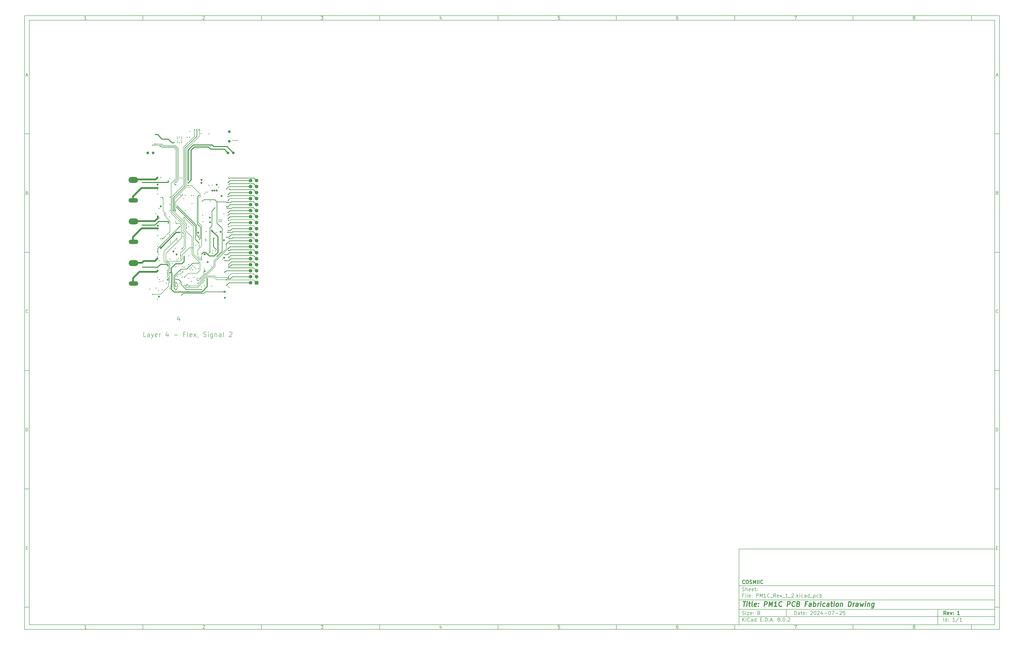
<source format=gbr>
%TF.GenerationSoftware,KiCad,Pcbnew,8.0.2*%
%TF.CreationDate,2024-09-08T21:36:49-05:00*%
%TF.ProjectId,PM1C_Rev_1_2,504d3143-5f52-4657-965f-315f322e6b69,1*%
%TF.SameCoordinates,PX297003ePY8770cd2*%
%TF.FileFunction,Copper,L4,Inr*%
%TF.FilePolarity,Positive*%
%FSLAX46Y46*%
G04 Gerber Fmt 4.6, Leading zero omitted, Abs format (unit mm)*
G04 Created by KiCad (PCBNEW 8.0.2) date 2024-09-08 21:36:49*
%MOMM*%
%LPD*%
G01*
G04 APERTURE LIST*
%ADD10C,0.100000*%
%ADD11C,0.150000*%
%ADD12C,0.300000*%
%ADD13C,0.400000*%
%ADD14C,0.200000*%
%TA.AperFunction,NonConductor*%
%ADD15C,0.200000*%
%TD*%
%TA.AperFunction,ComponentPad*%
%ADD16O,4.064000X2.540000*%
%TD*%
%TA.AperFunction,ComponentPad*%
%ADD17O,4.064000X1.828800*%
%TD*%
%TA.AperFunction,ComponentPad*%
%ADD18R,1.500000X1.500000*%
%TD*%
%TA.AperFunction,ComponentPad*%
%ADD19C,1.500000*%
%TD*%
%TA.AperFunction,ComponentPad*%
%ADD20C,0.800000*%
%TD*%
%TA.AperFunction,ComponentPad*%
%ADD21C,1.143000*%
%TD*%
%TA.AperFunction,ComponentPad*%
%ADD22C,1.141748*%
%TD*%
%TA.AperFunction,ViaPad*%
%ADD23C,0.450000*%
%TD*%
%TA.AperFunction,ViaPad*%
%ADD24C,0.800000*%
%TD*%
%TA.AperFunction,ViaPad*%
%ADD25C,0.360000*%
%TD*%
%TA.AperFunction,Conductor*%
%ADD26C,0.200000*%
%TD*%
%TA.AperFunction,Conductor*%
%ADD27C,0.400000*%
%TD*%
%TA.AperFunction,Conductor*%
%ADD28C,0.250000*%
%TD*%
%TA.AperFunction,Conductor*%
%ADD29C,0.254000*%
%TD*%
%TA.AperFunction,Conductor*%
%ADD30C,0.450000*%
%TD*%
%TA.AperFunction,Conductor*%
%ADD31C,0.500000*%
%TD*%
%TA.AperFunction,Conductor*%
%ADD32C,0.800000*%
%TD*%
%TA.AperFunction,Conductor*%
%ADD33C,0.300000*%
%TD*%
G04 APERTURE END LIST*
D10*
D11*
X268349570Y-93380206D02*
X376349570Y-93380206D01*
X376349570Y-125380206D01*
X268349570Y-125380206D01*
X268349570Y-93380206D01*
D10*
D11*
X-33450430Y132019794D02*
X378349570Y132019794D01*
X378349570Y-127380206D01*
X-33450430Y-127380206D01*
X-33450430Y132019794D01*
D10*
D11*
X-31450430Y130019794D02*
X376349570Y130019794D01*
X376349570Y-125380206D01*
X-31450430Y-125380206D01*
X-31450430Y130019794D01*
D10*
D11*
X16549570Y130019794D02*
X16549570Y132019794D01*
D10*
D11*
X66549570Y130019794D02*
X66549570Y132019794D01*
D10*
D11*
X116549570Y130019794D02*
X116549570Y132019794D01*
D10*
D11*
X166549570Y130019794D02*
X166549570Y132019794D01*
D10*
D11*
X216549570Y130019794D02*
X216549570Y132019794D01*
D10*
D11*
X266549570Y130019794D02*
X266549570Y132019794D01*
D10*
D11*
X316549570Y130019794D02*
X316549570Y132019794D01*
D10*
D11*
X366549570Y130019794D02*
X366549570Y132019794D01*
D10*
D11*
X-7361270Y130426190D02*
X-8104127Y130426190D01*
X-7732699Y130426190D02*
X-7732699Y131726190D01*
X-7732699Y131726190D02*
X-7856508Y131540475D01*
X-7856508Y131540475D02*
X-7980318Y131416666D01*
X-7980318Y131416666D02*
X-8104127Y131354761D01*
D10*
D11*
X41895873Y131602380D02*
X41957777Y131664285D01*
X41957777Y131664285D02*
X42081587Y131726190D01*
X42081587Y131726190D02*
X42391111Y131726190D01*
X42391111Y131726190D02*
X42514920Y131664285D01*
X42514920Y131664285D02*
X42576825Y131602380D01*
X42576825Y131602380D02*
X42638730Y131478571D01*
X42638730Y131478571D02*
X42638730Y131354761D01*
X42638730Y131354761D02*
X42576825Y131169047D01*
X42576825Y131169047D02*
X41833968Y130426190D01*
X41833968Y130426190D02*
X42638730Y130426190D01*
D10*
D11*
X91833968Y131726190D02*
X92638730Y131726190D01*
X92638730Y131726190D02*
X92205396Y131230952D01*
X92205396Y131230952D02*
X92391111Y131230952D01*
X92391111Y131230952D02*
X92514920Y131169047D01*
X92514920Y131169047D02*
X92576825Y131107142D01*
X92576825Y131107142D02*
X92638730Y130983333D01*
X92638730Y130983333D02*
X92638730Y130673809D01*
X92638730Y130673809D02*
X92576825Y130549999D01*
X92576825Y130549999D02*
X92514920Y130488094D01*
X92514920Y130488094D02*
X92391111Y130426190D01*
X92391111Y130426190D02*
X92019682Y130426190D01*
X92019682Y130426190D02*
X91895873Y130488094D01*
X91895873Y130488094D02*
X91833968Y130549999D01*
D10*
D11*
X142514920Y131292856D02*
X142514920Y130426190D01*
X142205396Y131788094D02*
X141895873Y130859523D01*
X141895873Y130859523D02*
X142700634Y130859523D01*
D10*
D11*
X192576825Y131726190D02*
X191957777Y131726190D01*
X191957777Y131726190D02*
X191895873Y131107142D01*
X191895873Y131107142D02*
X191957777Y131169047D01*
X191957777Y131169047D02*
X192081587Y131230952D01*
X192081587Y131230952D02*
X192391111Y131230952D01*
X192391111Y131230952D02*
X192514920Y131169047D01*
X192514920Y131169047D02*
X192576825Y131107142D01*
X192576825Y131107142D02*
X192638730Y130983333D01*
X192638730Y130983333D02*
X192638730Y130673809D01*
X192638730Y130673809D02*
X192576825Y130549999D01*
X192576825Y130549999D02*
X192514920Y130488094D01*
X192514920Y130488094D02*
X192391111Y130426190D01*
X192391111Y130426190D02*
X192081587Y130426190D01*
X192081587Y130426190D02*
X191957777Y130488094D01*
X191957777Y130488094D02*
X191895873Y130549999D01*
D10*
D11*
X242514920Y131726190D02*
X242267301Y131726190D01*
X242267301Y131726190D02*
X242143492Y131664285D01*
X242143492Y131664285D02*
X242081587Y131602380D01*
X242081587Y131602380D02*
X241957777Y131416666D01*
X241957777Y131416666D02*
X241895873Y131169047D01*
X241895873Y131169047D02*
X241895873Y130673809D01*
X241895873Y130673809D02*
X241957777Y130549999D01*
X241957777Y130549999D02*
X242019682Y130488094D01*
X242019682Y130488094D02*
X242143492Y130426190D01*
X242143492Y130426190D02*
X242391111Y130426190D01*
X242391111Y130426190D02*
X242514920Y130488094D01*
X242514920Y130488094D02*
X242576825Y130549999D01*
X242576825Y130549999D02*
X242638730Y130673809D01*
X242638730Y130673809D02*
X242638730Y130983333D01*
X242638730Y130983333D02*
X242576825Y131107142D01*
X242576825Y131107142D02*
X242514920Y131169047D01*
X242514920Y131169047D02*
X242391111Y131230952D01*
X242391111Y131230952D02*
X242143492Y131230952D01*
X242143492Y131230952D02*
X242019682Y131169047D01*
X242019682Y131169047D02*
X241957777Y131107142D01*
X241957777Y131107142D02*
X241895873Y130983333D01*
D10*
D11*
X291833968Y131726190D02*
X292700634Y131726190D01*
X292700634Y131726190D02*
X292143492Y130426190D01*
D10*
D11*
X342143492Y131169047D02*
X342019682Y131230952D01*
X342019682Y131230952D02*
X341957777Y131292856D01*
X341957777Y131292856D02*
X341895873Y131416666D01*
X341895873Y131416666D02*
X341895873Y131478571D01*
X341895873Y131478571D02*
X341957777Y131602380D01*
X341957777Y131602380D02*
X342019682Y131664285D01*
X342019682Y131664285D02*
X342143492Y131726190D01*
X342143492Y131726190D02*
X342391111Y131726190D01*
X342391111Y131726190D02*
X342514920Y131664285D01*
X342514920Y131664285D02*
X342576825Y131602380D01*
X342576825Y131602380D02*
X342638730Y131478571D01*
X342638730Y131478571D02*
X342638730Y131416666D01*
X342638730Y131416666D02*
X342576825Y131292856D01*
X342576825Y131292856D02*
X342514920Y131230952D01*
X342514920Y131230952D02*
X342391111Y131169047D01*
X342391111Y131169047D02*
X342143492Y131169047D01*
X342143492Y131169047D02*
X342019682Y131107142D01*
X342019682Y131107142D02*
X341957777Y131045237D01*
X341957777Y131045237D02*
X341895873Y130921428D01*
X341895873Y130921428D02*
X341895873Y130673809D01*
X341895873Y130673809D02*
X341957777Y130549999D01*
X341957777Y130549999D02*
X342019682Y130488094D01*
X342019682Y130488094D02*
X342143492Y130426190D01*
X342143492Y130426190D02*
X342391111Y130426190D01*
X342391111Y130426190D02*
X342514920Y130488094D01*
X342514920Y130488094D02*
X342576825Y130549999D01*
X342576825Y130549999D02*
X342638730Y130673809D01*
X342638730Y130673809D02*
X342638730Y130921428D01*
X342638730Y130921428D02*
X342576825Y131045237D01*
X342576825Y131045237D02*
X342514920Y131107142D01*
X342514920Y131107142D02*
X342391111Y131169047D01*
D10*
D11*
X16549570Y-125380206D02*
X16549570Y-127380206D01*
D10*
D11*
X66549570Y-125380206D02*
X66549570Y-127380206D01*
D10*
D11*
X116549570Y-125380206D02*
X116549570Y-127380206D01*
D10*
D11*
X166549570Y-125380206D02*
X166549570Y-127380206D01*
D10*
D11*
X216549570Y-125380206D02*
X216549570Y-127380206D01*
D10*
D11*
X266549570Y-125380206D02*
X266549570Y-127380206D01*
D10*
D11*
X316549570Y-125380206D02*
X316549570Y-127380206D01*
D10*
D11*
X366549570Y-125380206D02*
X366549570Y-127380206D01*
D10*
D11*
X-7361270Y-126973810D02*
X-8104127Y-126973810D01*
X-7732699Y-126973810D02*
X-7732699Y-125673810D01*
X-7732699Y-125673810D02*
X-7856508Y-125859525D01*
X-7856508Y-125859525D02*
X-7980318Y-125983334D01*
X-7980318Y-125983334D02*
X-8104127Y-126045239D01*
D10*
D11*
X41895873Y-125797620D02*
X41957777Y-125735715D01*
X41957777Y-125735715D02*
X42081587Y-125673810D01*
X42081587Y-125673810D02*
X42391111Y-125673810D01*
X42391111Y-125673810D02*
X42514920Y-125735715D01*
X42514920Y-125735715D02*
X42576825Y-125797620D01*
X42576825Y-125797620D02*
X42638730Y-125921429D01*
X42638730Y-125921429D02*
X42638730Y-126045239D01*
X42638730Y-126045239D02*
X42576825Y-126230953D01*
X42576825Y-126230953D02*
X41833968Y-126973810D01*
X41833968Y-126973810D02*
X42638730Y-126973810D01*
D10*
D11*
X91833968Y-125673810D02*
X92638730Y-125673810D01*
X92638730Y-125673810D02*
X92205396Y-126169048D01*
X92205396Y-126169048D02*
X92391111Y-126169048D01*
X92391111Y-126169048D02*
X92514920Y-126230953D01*
X92514920Y-126230953D02*
X92576825Y-126292858D01*
X92576825Y-126292858D02*
X92638730Y-126416667D01*
X92638730Y-126416667D02*
X92638730Y-126726191D01*
X92638730Y-126726191D02*
X92576825Y-126850001D01*
X92576825Y-126850001D02*
X92514920Y-126911906D01*
X92514920Y-126911906D02*
X92391111Y-126973810D01*
X92391111Y-126973810D02*
X92019682Y-126973810D01*
X92019682Y-126973810D02*
X91895873Y-126911906D01*
X91895873Y-126911906D02*
X91833968Y-126850001D01*
D10*
D11*
X142514920Y-126107144D02*
X142514920Y-126973810D01*
X142205396Y-125611906D02*
X141895873Y-126540477D01*
X141895873Y-126540477D02*
X142700634Y-126540477D01*
D10*
D11*
X192576825Y-125673810D02*
X191957777Y-125673810D01*
X191957777Y-125673810D02*
X191895873Y-126292858D01*
X191895873Y-126292858D02*
X191957777Y-126230953D01*
X191957777Y-126230953D02*
X192081587Y-126169048D01*
X192081587Y-126169048D02*
X192391111Y-126169048D01*
X192391111Y-126169048D02*
X192514920Y-126230953D01*
X192514920Y-126230953D02*
X192576825Y-126292858D01*
X192576825Y-126292858D02*
X192638730Y-126416667D01*
X192638730Y-126416667D02*
X192638730Y-126726191D01*
X192638730Y-126726191D02*
X192576825Y-126850001D01*
X192576825Y-126850001D02*
X192514920Y-126911906D01*
X192514920Y-126911906D02*
X192391111Y-126973810D01*
X192391111Y-126973810D02*
X192081587Y-126973810D01*
X192081587Y-126973810D02*
X191957777Y-126911906D01*
X191957777Y-126911906D02*
X191895873Y-126850001D01*
D10*
D11*
X242514920Y-125673810D02*
X242267301Y-125673810D01*
X242267301Y-125673810D02*
X242143492Y-125735715D01*
X242143492Y-125735715D02*
X242081587Y-125797620D01*
X242081587Y-125797620D02*
X241957777Y-125983334D01*
X241957777Y-125983334D02*
X241895873Y-126230953D01*
X241895873Y-126230953D02*
X241895873Y-126726191D01*
X241895873Y-126726191D02*
X241957777Y-126850001D01*
X241957777Y-126850001D02*
X242019682Y-126911906D01*
X242019682Y-126911906D02*
X242143492Y-126973810D01*
X242143492Y-126973810D02*
X242391111Y-126973810D01*
X242391111Y-126973810D02*
X242514920Y-126911906D01*
X242514920Y-126911906D02*
X242576825Y-126850001D01*
X242576825Y-126850001D02*
X242638730Y-126726191D01*
X242638730Y-126726191D02*
X242638730Y-126416667D01*
X242638730Y-126416667D02*
X242576825Y-126292858D01*
X242576825Y-126292858D02*
X242514920Y-126230953D01*
X242514920Y-126230953D02*
X242391111Y-126169048D01*
X242391111Y-126169048D02*
X242143492Y-126169048D01*
X242143492Y-126169048D02*
X242019682Y-126230953D01*
X242019682Y-126230953D02*
X241957777Y-126292858D01*
X241957777Y-126292858D02*
X241895873Y-126416667D01*
D10*
D11*
X291833968Y-125673810D02*
X292700634Y-125673810D01*
X292700634Y-125673810D02*
X292143492Y-126973810D01*
D10*
D11*
X342143492Y-126230953D02*
X342019682Y-126169048D01*
X342019682Y-126169048D02*
X341957777Y-126107144D01*
X341957777Y-126107144D02*
X341895873Y-125983334D01*
X341895873Y-125983334D02*
X341895873Y-125921429D01*
X341895873Y-125921429D02*
X341957777Y-125797620D01*
X341957777Y-125797620D02*
X342019682Y-125735715D01*
X342019682Y-125735715D02*
X342143492Y-125673810D01*
X342143492Y-125673810D02*
X342391111Y-125673810D01*
X342391111Y-125673810D02*
X342514920Y-125735715D01*
X342514920Y-125735715D02*
X342576825Y-125797620D01*
X342576825Y-125797620D02*
X342638730Y-125921429D01*
X342638730Y-125921429D02*
X342638730Y-125983334D01*
X342638730Y-125983334D02*
X342576825Y-126107144D01*
X342576825Y-126107144D02*
X342514920Y-126169048D01*
X342514920Y-126169048D02*
X342391111Y-126230953D01*
X342391111Y-126230953D02*
X342143492Y-126230953D01*
X342143492Y-126230953D02*
X342019682Y-126292858D01*
X342019682Y-126292858D02*
X341957777Y-126354763D01*
X341957777Y-126354763D02*
X341895873Y-126478572D01*
X341895873Y-126478572D02*
X341895873Y-126726191D01*
X341895873Y-126726191D02*
X341957777Y-126850001D01*
X341957777Y-126850001D02*
X342019682Y-126911906D01*
X342019682Y-126911906D02*
X342143492Y-126973810D01*
X342143492Y-126973810D02*
X342391111Y-126973810D01*
X342391111Y-126973810D02*
X342514920Y-126911906D01*
X342514920Y-126911906D02*
X342576825Y-126850001D01*
X342576825Y-126850001D02*
X342638730Y-126726191D01*
X342638730Y-126726191D02*
X342638730Y-126478572D01*
X342638730Y-126478572D02*
X342576825Y-126354763D01*
X342576825Y-126354763D02*
X342514920Y-126292858D01*
X342514920Y-126292858D02*
X342391111Y-126230953D01*
D10*
D11*
X-33450430Y82019794D02*
X-31450430Y82019794D01*
D10*
D11*
X-33450430Y32019794D02*
X-31450430Y32019794D01*
D10*
D11*
X-33450430Y-17980206D02*
X-31450430Y-17980206D01*
D10*
D11*
X-33450430Y-67980206D02*
X-31450430Y-67980206D01*
D10*
D11*
X-33450430Y-117980206D02*
X-31450430Y-117980206D01*
D10*
D11*
X-32759954Y106797618D02*
X-32140907Y106797618D01*
X-32883764Y106426190D02*
X-32450431Y107726190D01*
X-32450431Y107726190D02*
X-32017097Y106426190D01*
D10*
D11*
X-32357573Y57107142D02*
X-32171859Y57045237D01*
X-32171859Y57045237D02*
X-32109954Y56983333D01*
X-32109954Y56983333D02*
X-32048050Y56859523D01*
X-32048050Y56859523D02*
X-32048050Y56673809D01*
X-32048050Y56673809D02*
X-32109954Y56549999D01*
X-32109954Y56549999D02*
X-32171859Y56488094D01*
X-32171859Y56488094D02*
X-32295669Y56426190D01*
X-32295669Y56426190D02*
X-32790907Y56426190D01*
X-32790907Y56426190D02*
X-32790907Y57726190D01*
X-32790907Y57726190D02*
X-32357573Y57726190D01*
X-32357573Y57726190D02*
X-32233764Y57664285D01*
X-32233764Y57664285D02*
X-32171859Y57602380D01*
X-32171859Y57602380D02*
X-32109954Y57478571D01*
X-32109954Y57478571D02*
X-32109954Y57354761D01*
X-32109954Y57354761D02*
X-32171859Y57230952D01*
X-32171859Y57230952D02*
X-32233764Y57169047D01*
X-32233764Y57169047D02*
X-32357573Y57107142D01*
X-32357573Y57107142D02*
X-32790907Y57107142D01*
D10*
D11*
X-32048050Y6549999D02*
X-32109954Y6488094D01*
X-32109954Y6488094D02*
X-32295669Y6426190D01*
X-32295669Y6426190D02*
X-32419478Y6426190D01*
X-32419478Y6426190D02*
X-32605192Y6488094D01*
X-32605192Y6488094D02*
X-32729002Y6611904D01*
X-32729002Y6611904D02*
X-32790907Y6735714D01*
X-32790907Y6735714D02*
X-32852811Y6983333D01*
X-32852811Y6983333D02*
X-32852811Y7169047D01*
X-32852811Y7169047D02*
X-32790907Y7416666D01*
X-32790907Y7416666D02*
X-32729002Y7540475D01*
X-32729002Y7540475D02*
X-32605192Y7664285D01*
X-32605192Y7664285D02*
X-32419478Y7726190D01*
X-32419478Y7726190D02*
X-32295669Y7726190D01*
X-32295669Y7726190D02*
X-32109954Y7664285D01*
X-32109954Y7664285D02*
X-32048050Y7602380D01*
D10*
D11*
X-32790907Y-43573810D02*
X-32790907Y-42273810D01*
X-32790907Y-42273810D02*
X-32481383Y-42273810D01*
X-32481383Y-42273810D02*
X-32295669Y-42335715D01*
X-32295669Y-42335715D02*
X-32171859Y-42459525D01*
X-32171859Y-42459525D02*
X-32109954Y-42583334D01*
X-32109954Y-42583334D02*
X-32048050Y-42830953D01*
X-32048050Y-42830953D02*
X-32048050Y-43016667D01*
X-32048050Y-43016667D02*
X-32109954Y-43264286D01*
X-32109954Y-43264286D02*
X-32171859Y-43388096D01*
X-32171859Y-43388096D02*
X-32295669Y-43511906D01*
X-32295669Y-43511906D02*
X-32481383Y-43573810D01*
X-32481383Y-43573810D02*
X-32790907Y-43573810D01*
D10*
D11*
X-32729002Y-92892858D02*
X-32295668Y-92892858D01*
X-32109954Y-93573810D02*
X-32729002Y-93573810D01*
X-32729002Y-93573810D02*
X-32729002Y-92273810D01*
X-32729002Y-92273810D02*
X-32109954Y-92273810D01*
D10*
D11*
X378349570Y82019794D02*
X376349570Y82019794D01*
D10*
D11*
X378349570Y32019794D02*
X376349570Y32019794D01*
D10*
D11*
X378349570Y-17980206D02*
X376349570Y-17980206D01*
D10*
D11*
X378349570Y-67980206D02*
X376349570Y-67980206D01*
D10*
D11*
X378349570Y-117980206D02*
X376349570Y-117980206D01*
D10*
D11*
X377040046Y106797618D02*
X377659093Y106797618D01*
X376916236Y106426190D02*
X377349569Y107726190D01*
X377349569Y107726190D02*
X377782903Y106426190D01*
D10*
D11*
X377442427Y57107142D02*
X377628141Y57045237D01*
X377628141Y57045237D02*
X377690046Y56983333D01*
X377690046Y56983333D02*
X377751950Y56859523D01*
X377751950Y56859523D02*
X377751950Y56673809D01*
X377751950Y56673809D02*
X377690046Y56549999D01*
X377690046Y56549999D02*
X377628141Y56488094D01*
X377628141Y56488094D02*
X377504331Y56426190D01*
X377504331Y56426190D02*
X377009093Y56426190D01*
X377009093Y56426190D02*
X377009093Y57726190D01*
X377009093Y57726190D02*
X377442427Y57726190D01*
X377442427Y57726190D02*
X377566236Y57664285D01*
X377566236Y57664285D02*
X377628141Y57602380D01*
X377628141Y57602380D02*
X377690046Y57478571D01*
X377690046Y57478571D02*
X377690046Y57354761D01*
X377690046Y57354761D02*
X377628141Y57230952D01*
X377628141Y57230952D02*
X377566236Y57169047D01*
X377566236Y57169047D02*
X377442427Y57107142D01*
X377442427Y57107142D02*
X377009093Y57107142D01*
D10*
D11*
X377751950Y6549999D02*
X377690046Y6488094D01*
X377690046Y6488094D02*
X377504331Y6426190D01*
X377504331Y6426190D02*
X377380522Y6426190D01*
X377380522Y6426190D02*
X377194808Y6488094D01*
X377194808Y6488094D02*
X377070998Y6611904D01*
X377070998Y6611904D02*
X377009093Y6735714D01*
X377009093Y6735714D02*
X376947189Y6983333D01*
X376947189Y6983333D02*
X376947189Y7169047D01*
X376947189Y7169047D02*
X377009093Y7416666D01*
X377009093Y7416666D02*
X377070998Y7540475D01*
X377070998Y7540475D02*
X377194808Y7664285D01*
X377194808Y7664285D02*
X377380522Y7726190D01*
X377380522Y7726190D02*
X377504331Y7726190D01*
X377504331Y7726190D02*
X377690046Y7664285D01*
X377690046Y7664285D02*
X377751950Y7602380D01*
D10*
D11*
X377009093Y-43573810D02*
X377009093Y-42273810D01*
X377009093Y-42273810D02*
X377318617Y-42273810D01*
X377318617Y-42273810D02*
X377504331Y-42335715D01*
X377504331Y-42335715D02*
X377628141Y-42459525D01*
X377628141Y-42459525D02*
X377690046Y-42583334D01*
X377690046Y-42583334D02*
X377751950Y-42830953D01*
X377751950Y-42830953D02*
X377751950Y-43016667D01*
X377751950Y-43016667D02*
X377690046Y-43264286D01*
X377690046Y-43264286D02*
X377628141Y-43388096D01*
X377628141Y-43388096D02*
X377504331Y-43511906D01*
X377504331Y-43511906D02*
X377318617Y-43573810D01*
X377318617Y-43573810D02*
X377009093Y-43573810D01*
D10*
D11*
X377070998Y-92892858D02*
X377504332Y-92892858D01*
X377690046Y-93573810D02*
X377070998Y-93573810D01*
X377070998Y-93573810D02*
X377070998Y-92273810D01*
X377070998Y-92273810D02*
X377690046Y-92273810D01*
D10*
D11*
X291805396Y-121166334D02*
X291805396Y-119666334D01*
X291805396Y-119666334D02*
X292162539Y-119666334D01*
X292162539Y-119666334D02*
X292376825Y-119737763D01*
X292376825Y-119737763D02*
X292519682Y-119880620D01*
X292519682Y-119880620D02*
X292591111Y-120023477D01*
X292591111Y-120023477D02*
X292662539Y-120309191D01*
X292662539Y-120309191D02*
X292662539Y-120523477D01*
X292662539Y-120523477D02*
X292591111Y-120809191D01*
X292591111Y-120809191D02*
X292519682Y-120952048D01*
X292519682Y-120952048D02*
X292376825Y-121094906D01*
X292376825Y-121094906D02*
X292162539Y-121166334D01*
X292162539Y-121166334D02*
X291805396Y-121166334D01*
X293948254Y-121166334D02*
X293948254Y-120380620D01*
X293948254Y-120380620D02*
X293876825Y-120237763D01*
X293876825Y-120237763D02*
X293733968Y-120166334D01*
X293733968Y-120166334D02*
X293448254Y-120166334D01*
X293448254Y-120166334D02*
X293305396Y-120237763D01*
X293948254Y-121094906D02*
X293805396Y-121166334D01*
X293805396Y-121166334D02*
X293448254Y-121166334D01*
X293448254Y-121166334D02*
X293305396Y-121094906D01*
X293305396Y-121094906D02*
X293233968Y-120952048D01*
X293233968Y-120952048D02*
X293233968Y-120809191D01*
X293233968Y-120809191D02*
X293305396Y-120666334D01*
X293305396Y-120666334D02*
X293448254Y-120594906D01*
X293448254Y-120594906D02*
X293805396Y-120594906D01*
X293805396Y-120594906D02*
X293948254Y-120523477D01*
X294448254Y-120166334D02*
X295019682Y-120166334D01*
X294662539Y-119666334D02*
X294662539Y-120952048D01*
X294662539Y-120952048D02*
X294733968Y-121094906D01*
X294733968Y-121094906D02*
X294876825Y-121166334D01*
X294876825Y-121166334D02*
X295019682Y-121166334D01*
X296091111Y-121094906D02*
X295948254Y-121166334D01*
X295948254Y-121166334D02*
X295662540Y-121166334D01*
X295662540Y-121166334D02*
X295519682Y-121094906D01*
X295519682Y-121094906D02*
X295448254Y-120952048D01*
X295448254Y-120952048D02*
X295448254Y-120380620D01*
X295448254Y-120380620D02*
X295519682Y-120237763D01*
X295519682Y-120237763D02*
X295662540Y-120166334D01*
X295662540Y-120166334D02*
X295948254Y-120166334D01*
X295948254Y-120166334D02*
X296091111Y-120237763D01*
X296091111Y-120237763D02*
X296162540Y-120380620D01*
X296162540Y-120380620D02*
X296162540Y-120523477D01*
X296162540Y-120523477D02*
X295448254Y-120666334D01*
X296805396Y-121023477D02*
X296876825Y-121094906D01*
X296876825Y-121094906D02*
X296805396Y-121166334D01*
X296805396Y-121166334D02*
X296733968Y-121094906D01*
X296733968Y-121094906D02*
X296805396Y-121023477D01*
X296805396Y-121023477D02*
X296805396Y-121166334D01*
X296805396Y-120237763D02*
X296876825Y-120309191D01*
X296876825Y-120309191D02*
X296805396Y-120380620D01*
X296805396Y-120380620D02*
X296733968Y-120309191D01*
X296733968Y-120309191D02*
X296805396Y-120237763D01*
X296805396Y-120237763D02*
X296805396Y-120380620D01*
X298591111Y-119809191D02*
X298662539Y-119737763D01*
X298662539Y-119737763D02*
X298805397Y-119666334D01*
X298805397Y-119666334D02*
X299162539Y-119666334D01*
X299162539Y-119666334D02*
X299305397Y-119737763D01*
X299305397Y-119737763D02*
X299376825Y-119809191D01*
X299376825Y-119809191D02*
X299448254Y-119952048D01*
X299448254Y-119952048D02*
X299448254Y-120094906D01*
X299448254Y-120094906D02*
X299376825Y-120309191D01*
X299376825Y-120309191D02*
X298519682Y-121166334D01*
X298519682Y-121166334D02*
X299448254Y-121166334D01*
X300376825Y-119666334D02*
X300519682Y-119666334D01*
X300519682Y-119666334D02*
X300662539Y-119737763D01*
X300662539Y-119737763D02*
X300733968Y-119809191D01*
X300733968Y-119809191D02*
X300805396Y-119952048D01*
X300805396Y-119952048D02*
X300876825Y-120237763D01*
X300876825Y-120237763D02*
X300876825Y-120594906D01*
X300876825Y-120594906D02*
X300805396Y-120880620D01*
X300805396Y-120880620D02*
X300733968Y-121023477D01*
X300733968Y-121023477D02*
X300662539Y-121094906D01*
X300662539Y-121094906D02*
X300519682Y-121166334D01*
X300519682Y-121166334D02*
X300376825Y-121166334D01*
X300376825Y-121166334D02*
X300233968Y-121094906D01*
X300233968Y-121094906D02*
X300162539Y-121023477D01*
X300162539Y-121023477D02*
X300091110Y-120880620D01*
X300091110Y-120880620D02*
X300019682Y-120594906D01*
X300019682Y-120594906D02*
X300019682Y-120237763D01*
X300019682Y-120237763D02*
X300091110Y-119952048D01*
X300091110Y-119952048D02*
X300162539Y-119809191D01*
X300162539Y-119809191D02*
X300233968Y-119737763D01*
X300233968Y-119737763D02*
X300376825Y-119666334D01*
X301448253Y-119809191D02*
X301519681Y-119737763D01*
X301519681Y-119737763D02*
X301662539Y-119666334D01*
X301662539Y-119666334D02*
X302019681Y-119666334D01*
X302019681Y-119666334D02*
X302162539Y-119737763D01*
X302162539Y-119737763D02*
X302233967Y-119809191D01*
X302233967Y-119809191D02*
X302305396Y-119952048D01*
X302305396Y-119952048D02*
X302305396Y-120094906D01*
X302305396Y-120094906D02*
X302233967Y-120309191D01*
X302233967Y-120309191D02*
X301376824Y-121166334D01*
X301376824Y-121166334D02*
X302305396Y-121166334D01*
X303591110Y-120166334D02*
X303591110Y-121166334D01*
X303233967Y-119594906D02*
X302876824Y-120666334D01*
X302876824Y-120666334D02*
X303805395Y-120666334D01*
X304376823Y-120594906D02*
X305519681Y-120594906D01*
X306519681Y-119666334D02*
X306662538Y-119666334D01*
X306662538Y-119666334D02*
X306805395Y-119737763D01*
X306805395Y-119737763D02*
X306876824Y-119809191D01*
X306876824Y-119809191D02*
X306948252Y-119952048D01*
X306948252Y-119952048D02*
X307019681Y-120237763D01*
X307019681Y-120237763D02*
X307019681Y-120594906D01*
X307019681Y-120594906D02*
X306948252Y-120880620D01*
X306948252Y-120880620D02*
X306876824Y-121023477D01*
X306876824Y-121023477D02*
X306805395Y-121094906D01*
X306805395Y-121094906D02*
X306662538Y-121166334D01*
X306662538Y-121166334D02*
X306519681Y-121166334D01*
X306519681Y-121166334D02*
X306376824Y-121094906D01*
X306376824Y-121094906D02*
X306305395Y-121023477D01*
X306305395Y-121023477D02*
X306233966Y-120880620D01*
X306233966Y-120880620D02*
X306162538Y-120594906D01*
X306162538Y-120594906D02*
X306162538Y-120237763D01*
X306162538Y-120237763D02*
X306233966Y-119952048D01*
X306233966Y-119952048D02*
X306305395Y-119809191D01*
X306305395Y-119809191D02*
X306376824Y-119737763D01*
X306376824Y-119737763D02*
X306519681Y-119666334D01*
X307519680Y-119666334D02*
X308519680Y-119666334D01*
X308519680Y-119666334D02*
X307876823Y-121166334D01*
X309091108Y-120594906D02*
X310233966Y-120594906D01*
X310876823Y-119809191D02*
X310948251Y-119737763D01*
X310948251Y-119737763D02*
X311091109Y-119666334D01*
X311091109Y-119666334D02*
X311448251Y-119666334D01*
X311448251Y-119666334D02*
X311591109Y-119737763D01*
X311591109Y-119737763D02*
X311662537Y-119809191D01*
X311662537Y-119809191D02*
X311733966Y-119952048D01*
X311733966Y-119952048D02*
X311733966Y-120094906D01*
X311733966Y-120094906D02*
X311662537Y-120309191D01*
X311662537Y-120309191D02*
X310805394Y-121166334D01*
X310805394Y-121166334D02*
X311733966Y-121166334D01*
X313091108Y-119666334D02*
X312376822Y-119666334D01*
X312376822Y-119666334D02*
X312305394Y-120380620D01*
X312305394Y-120380620D02*
X312376822Y-120309191D01*
X312376822Y-120309191D02*
X312519680Y-120237763D01*
X312519680Y-120237763D02*
X312876822Y-120237763D01*
X312876822Y-120237763D02*
X313019680Y-120309191D01*
X313019680Y-120309191D02*
X313091108Y-120380620D01*
X313091108Y-120380620D02*
X313162537Y-120523477D01*
X313162537Y-120523477D02*
X313162537Y-120880620D01*
X313162537Y-120880620D02*
X313091108Y-121023477D01*
X313091108Y-121023477D02*
X313019680Y-121094906D01*
X313019680Y-121094906D02*
X312876822Y-121166334D01*
X312876822Y-121166334D02*
X312519680Y-121166334D01*
X312519680Y-121166334D02*
X312376822Y-121094906D01*
X312376822Y-121094906D02*
X312305394Y-121023477D01*
D10*
D11*
X268349570Y-121880206D02*
X376349570Y-121880206D01*
D10*
D11*
X269805396Y-123966334D02*
X269805396Y-122466334D01*
X270662539Y-123966334D02*
X270019682Y-123109191D01*
X270662539Y-122466334D02*
X269805396Y-123323477D01*
X271305396Y-123966334D02*
X271305396Y-122966334D01*
X271305396Y-122466334D02*
X271233968Y-122537763D01*
X271233968Y-122537763D02*
X271305396Y-122609191D01*
X271305396Y-122609191D02*
X271376825Y-122537763D01*
X271376825Y-122537763D02*
X271305396Y-122466334D01*
X271305396Y-122466334D02*
X271305396Y-122609191D01*
X272876825Y-123823477D02*
X272805397Y-123894906D01*
X272805397Y-123894906D02*
X272591111Y-123966334D01*
X272591111Y-123966334D02*
X272448254Y-123966334D01*
X272448254Y-123966334D02*
X272233968Y-123894906D01*
X272233968Y-123894906D02*
X272091111Y-123752048D01*
X272091111Y-123752048D02*
X272019682Y-123609191D01*
X272019682Y-123609191D02*
X271948254Y-123323477D01*
X271948254Y-123323477D02*
X271948254Y-123109191D01*
X271948254Y-123109191D02*
X272019682Y-122823477D01*
X272019682Y-122823477D02*
X272091111Y-122680620D01*
X272091111Y-122680620D02*
X272233968Y-122537763D01*
X272233968Y-122537763D02*
X272448254Y-122466334D01*
X272448254Y-122466334D02*
X272591111Y-122466334D01*
X272591111Y-122466334D02*
X272805397Y-122537763D01*
X272805397Y-122537763D02*
X272876825Y-122609191D01*
X274162540Y-123966334D02*
X274162540Y-123180620D01*
X274162540Y-123180620D02*
X274091111Y-123037763D01*
X274091111Y-123037763D02*
X273948254Y-122966334D01*
X273948254Y-122966334D02*
X273662540Y-122966334D01*
X273662540Y-122966334D02*
X273519682Y-123037763D01*
X274162540Y-123894906D02*
X274019682Y-123966334D01*
X274019682Y-123966334D02*
X273662540Y-123966334D01*
X273662540Y-123966334D02*
X273519682Y-123894906D01*
X273519682Y-123894906D02*
X273448254Y-123752048D01*
X273448254Y-123752048D02*
X273448254Y-123609191D01*
X273448254Y-123609191D02*
X273519682Y-123466334D01*
X273519682Y-123466334D02*
X273662540Y-123394906D01*
X273662540Y-123394906D02*
X274019682Y-123394906D01*
X274019682Y-123394906D02*
X274162540Y-123323477D01*
X275519683Y-123966334D02*
X275519683Y-122466334D01*
X275519683Y-123894906D02*
X275376825Y-123966334D01*
X275376825Y-123966334D02*
X275091111Y-123966334D01*
X275091111Y-123966334D02*
X274948254Y-123894906D01*
X274948254Y-123894906D02*
X274876825Y-123823477D01*
X274876825Y-123823477D02*
X274805397Y-123680620D01*
X274805397Y-123680620D02*
X274805397Y-123252048D01*
X274805397Y-123252048D02*
X274876825Y-123109191D01*
X274876825Y-123109191D02*
X274948254Y-123037763D01*
X274948254Y-123037763D02*
X275091111Y-122966334D01*
X275091111Y-122966334D02*
X275376825Y-122966334D01*
X275376825Y-122966334D02*
X275519683Y-123037763D01*
X277376825Y-123180620D02*
X277876825Y-123180620D01*
X278091111Y-123966334D02*
X277376825Y-123966334D01*
X277376825Y-123966334D02*
X277376825Y-122466334D01*
X277376825Y-122466334D02*
X278091111Y-122466334D01*
X278733968Y-123823477D02*
X278805397Y-123894906D01*
X278805397Y-123894906D02*
X278733968Y-123966334D01*
X278733968Y-123966334D02*
X278662540Y-123894906D01*
X278662540Y-123894906D02*
X278733968Y-123823477D01*
X278733968Y-123823477D02*
X278733968Y-123966334D01*
X279448254Y-123966334D02*
X279448254Y-122466334D01*
X279448254Y-122466334D02*
X279805397Y-122466334D01*
X279805397Y-122466334D02*
X280019683Y-122537763D01*
X280019683Y-122537763D02*
X280162540Y-122680620D01*
X280162540Y-122680620D02*
X280233969Y-122823477D01*
X280233969Y-122823477D02*
X280305397Y-123109191D01*
X280305397Y-123109191D02*
X280305397Y-123323477D01*
X280305397Y-123323477D02*
X280233969Y-123609191D01*
X280233969Y-123609191D02*
X280162540Y-123752048D01*
X280162540Y-123752048D02*
X280019683Y-123894906D01*
X280019683Y-123894906D02*
X279805397Y-123966334D01*
X279805397Y-123966334D02*
X279448254Y-123966334D01*
X280948254Y-123823477D02*
X281019683Y-123894906D01*
X281019683Y-123894906D02*
X280948254Y-123966334D01*
X280948254Y-123966334D02*
X280876826Y-123894906D01*
X280876826Y-123894906D02*
X280948254Y-123823477D01*
X280948254Y-123823477D02*
X280948254Y-123966334D01*
X281591112Y-123537763D02*
X282305398Y-123537763D01*
X281448255Y-123966334D02*
X281948255Y-122466334D01*
X281948255Y-122466334D02*
X282448255Y-123966334D01*
X282948254Y-123823477D02*
X283019683Y-123894906D01*
X283019683Y-123894906D02*
X282948254Y-123966334D01*
X282948254Y-123966334D02*
X282876826Y-123894906D01*
X282876826Y-123894906D02*
X282948254Y-123823477D01*
X282948254Y-123823477D02*
X282948254Y-123966334D01*
X285019683Y-123109191D02*
X284876826Y-123037763D01*
X284876826Y-123037763D02*
X284805397Y-122966334D01*
X284805397Y-122966334D02*
X284733969Y-122823477D01*
X284733969Y-122823477D02*
X284733969Y-122752048D01*
X284733969Y-122752048D02*
X284805397Y-122609191D01*
X284805397Y-122609191D02*
X284876826Y-122537763D01*
X284876826Y-122537763D02*
X285019683Y-122466334D01*
X285019683Y-122466334D02*
X285305397Y-122466334D01*
X285305397Y-122466334D02*
X285448255Y-122537763D01*
X285448255Y-122537763D02*
X285519683Y-122609191D01*
X285519683Y-122609191D02*
X285591112Y-122752048D01*
X285591112Y-122752048D02*
X285591112Y-122823477D01*
X285591112Y-122823477D02*
X285519683Y-122966334D01*
X285519683Y-122966334D02*
X285448255Y-123037763D01*
X285448255Y-123037763D02*
X285305397Y-123109191D01*
X285305397Y-123109191D02*
X285019683Y-123109191D01*
X285019683Y-123109191D02*
X284876826Y-123180620D01*
X284876826Y-123180620D02*
X284805397Y-123252048D01*
X284805397Y-123252048D02*
X284733969Y-123394906D01*
X284733969Y-123394906D02*
X284733969Y-123680620D01*
X284733969Y-123680620D02*
X284805397Y-123823477D01*
X284805397Y-123823477D02*
X284876826Y-123894906D01*
X284876826Y-123894906D02*
X285019683Y-123966334D01*
X285019683Y-123966334D02*
X285305397Y-123966334D01*
X285305397Y-123966334D02*
X285448255Y-123894906D01*
X285448255Y-123894906D02*
X285519683Y-123823477D01*
X285519683Y-123823477D02*
X285591112Y-123680620D01*
X285591112Y-123680620D02*
X285591112Y-123394906D01*
X285591112Y-123394906D02*
X285519683Y-123252048D01*
X285519683Y-123252048D02*
X285448255Y-123180620D01*
X285448255Y-123180620D02*
X285305397Y-123109191D01*
X286233968Y-123823477D02*
X286305397Y-123894906D01*
X286305397Y-123894906D02*
X286233968Y-123966334D01*
X286233968Y-123966334D02*
X286162540Y-123894906D01*
X286162540Y-123894906D02*
X286233968Y-123823477D01*
X286233968Y-123823477D02*
X286233968Y-123966334D01*
X287233969Y-122466334D02*
X287376826Y-122466334D01*
X287376826Y-122466334D02*
X287519683Y-122537763D01*
X287519683Y-122537763D02*
X287591112Y-122609191D01*
X287591112Y-122609191D02*
X287662540Y-122752048D01*
X287662540Y-122752048D02*
X287733969Y-123037763D01*
X287733969Y-123037763D02*
X287733969Y-123394906D01*
X287733969Y-123394906D02*
X287662540Y-123680620D01*
X287662540Y-123680620D02*
X287591112Y-123823477D01*
X287591112Y-123823477D02*
X287519683Y-123894906D01*
X287519683Y-123894906D02*
X287376826Y-123966334D01*
X287376826Y-123966334D02*
X287233969Y-123966334D01*
X287233969Y-123966334D02*
X287091112Y-123894906D01*
X287091112Y-123894906D02*
X287019683Y-123823477D01*
X287019683Y-123823477D02*
X286948254Y-123680620D01*
X286948254Y-123680620D02*
X286876826Y-123394906D01*
X286876826Y-123394906D02*
X286876826Y-123037763D01*
X286876826Y-123037763D02*
X286948254Y-122752048D01*
X286948254Y-122752048D02*
X287019683Y-122609191D01*
X287019683Y-122609191D02*
X287091112Y-122537763D01*
X287091112Y-122537763D02*
X287233969Y-122466334D01*
X288376825Y-123823477D02*
X288448254Y-123894906D01*
X288448254Y-123894906D02*
X288376825Y-123966334D01*
X288376825Y-123966334D02*
X288305397Y-123894906D01*
X288305397Y-123894906D02*
X288376825Y-123823477D01*
X288376825Y-123823477D02*
X288376825Y-123966334D01*
X289019683Y-122609191D02*
X289091111Y-122537763D01*
X289091111Y-122537763D02*
X289233969Y-122466334D01*
X289233969Y-122466334D02*
X289591111Y-122466334D01*
X289591111Y-122466334D02*
X289733969Y-122537763D01*
X289733969Y-122537763D02*
X289805397Y-122609191D01*
X289805397Y-122609191D02*
X289876826Y-122752048D01*
X289876826Y-122752048D02*
X289876826Y-122894906D01*
X289876826Y-122894906D02*
X289805397Y-123109191D01*
X289805397Y-123109191D02*
X288948254Y-123966334D01*
X288948254Y-123966334D02*
X289876826Y-123966334D01*
D10*
D11*
X268349570Y-118880206D02*
X376349570Y-118880206D01*
D10*
D12*
X355761223Y-121158534D02*
X355261223Y-120444248D01*
X354904080Y-121158534D02*
X354904080Y-119658534D01*
X354904080Y-119658534D02*
X355475509Y-119658534D01*
X355475509Y-119658534D02*
X355618366Y-119729963D01*
X355618366Y-119729963D02*
X355689795Y-119801391D01*
X355689795Y-119801391D02*
X355761223Y-119944248D01*
X355761223Y-119944248D02*
X355761223Y-120158534D01*
X355761223Y-120158534D02*
X355689795Y-120301391D01*
X355689795Y-120301391D02*
X355618366Y-120372820D01*
X355618366Y-120372820D02*
X355475509Y-120444248D01*
X355475509Y-120444248D02*
X354904080Y-120444248D01*
X356975509Y-121087106D02*
X356832652Y-121158534D01*
X356832652Y-121158534D02*
X356546938Y-121158534D01*
X356546938Y-121158534D02*
X356404080Y-121087106D01*
X356404080Y-121087106D02*
X356332652Y-120944248D01*
X356332652Y-120944248D02*
X356332652Y-120372820D01*
X356332652Y-120372820D02*
X356404080Y-120229963D01*
X356404080Y-120229963D02*
X356546938Y-120158534D01*
X356546938Y-120158534D02*
X356832652Y-120158534D01*
X356832652Y-120158534D02*
X356975509Y-120229963D01*
X356975509Y-120229963D02*
X357046938Y-120372820D01*
X357046938Y-120372820D02*
X357046938Y-120515677D01*
X357046938Y-120515677D02*
X356332652Y-120658534D01*
X357546937Y-120158534D02*
X357904080Y-121158534D01*
X357904080Y-121158534D02*
X358261223Y-120158534D01*
X358832651Y-121015677D02*
X358904080Y-121087106D01*
X358904080Y-121087106D02*
X358832651Y-121158534D01*
X358832651Y-121158534D02*
X358761223Y-121087106D01*
X358761223Y-121087106D02*
X358832651Y-121015677D01*
X358832651Y-121015677D02*
X358832651Y-121158534D01*
X358832651Y-120229963D02*
X358904080Y-120301391D01*
X358904080Y-120301391D02*
X358832651Y-120372820D01*
X358832651Y-120372820D02*
X358761223Y-120301391D01*
X358761223Y-120301391D02*
X358832651Y-120229963D01*
X358832651Y-120229963D02*
X358832651Y-120372820D01*
X361475509Y-121158534D02*
X360618366Y-121158534D01*
X361046937Y-121158534D02*
X361046937Y-119658534D01*
X361046937Y-119658534D02*
X360904080Y-119872820D01*
X360904080Y-119872820D02*
X360761223Y-120015677D01*
X360761223Y-120015677D02*
X360618366Y-120087106D01*
D10*
D11*
X269733968Y-121094906D02*
X269948254Y-121166334D01*
X269948254Y-121166334D02*
X270305396Y-121166334D01*
X270305396Y-121166334D02*
X270448254Y-121094906D01*
X270448254Y-121094906D02*
X270519682Y-121023477D01*
X270519682Y-121023477D02*
X270591111Y-120880620D01*
X270591111Y-120880620D02*
X270591111Y-120737763D01*
X270591111Y-120737763D02*
X270519682Y-120594906D01*
X270519682Y-120594906D02*
X270448254Y-120523477D01*
X270448254Y-120523477D02*
X270305396Y-120452048D01*
X270305396Y-120452048D02*
X270019682Y-120380620D01*
X270019682Y-120380620D02*
X269876825Y-120309191D01*
X269876825Y-120309191D02*
X269805396Y-120237763D01*
X269805396Y-120237763D02*
X269733968Y-120094906D01*
X269733968Y-120094906D02*
X269733968Y-119952048D01*
X269733968Y-119952048D02*
X269805396Y-119809191D01*
X269805396Y-119809191D02*
X269876825Y-119737763D01*
X269876825Y-119737763D02*
X270019682Y-119666334D01*
X270019682Y-119666334D02*
X270376825Y-119666334D01*
X270376825Y-119666334D02*
X270591111Y-119737763D01*
X271233967Y-121166334D02*
X271233967Y-120166334D01*
X271233967Y-119666334D02*
X271162539Y-119737763D01*
X271162539Y-119737763D02*
X271233967Y-119809191D01*
X271233967Y-119809191D02*
X271305396Y-119737763D01*
X271305396Y-119737763D02*
X271233967Y-119666334D01*
X271233967Y-119666334D02*
X271233967Y-119809191D01*
X271805396Y-120166334D02*
X272591111Y-120166334D01*
X272591111Y-120166334D02*
X271805396Y-121166334D01*
X271805396Y-121166334D02*
X272591111Y-121166334D01*
X273733968Y-121094906D02*
X273591111Y-121166334D01*
X273591111Y-121166334D02*
X273305397Y-121166334D01*
X273305397Y-121166334D02*
X273162539Y-121094906D01*
X273162539Y-121094906D02*
X273091111Y-120952048D01*
X273091111Y-120952048D02*
X273091111Y-120380620D01*
X273091111Y-120380620D02*
X273162539Y-120237763D01*
X273162539Y-120237763D02*
X273305397Y-120166334D01*
X273305397Y-120166334D02*
X273591111Y-120166334D01*
X273591111Y-120166334D02*
X273733968Y-120237763D01*
X273733968Y-120237763D02*
X273805397Y-120380620D01*
X273805397Y-120380620D02*
X273805397Y-120523477D01*
X273805397Y-120523477D02*
X273091111Y-120666334D01*
X274448253Y-121023477D02*
X274519682Y-121094906D01*
X274519682Y-121094906D02*
X274448253Y-121166334D01*
X274448253Y-121166334D02*
X274376825Y-121094906D01*
X274376825Y-121094906D02*
X274448253Y-121023477D01*
X274448253Y-121023477D02*
X274448253Y-121166334D01*
X274448253Y-120237763D02*
X274519682Y-120309191D01*
X274519682Y-120309191D02*
X274448253Y-120380620D01*
X274448253Y-120380620D02*
X274376825Y-120309191D01*
X274376825Y-120309191D02*
X274448253Y-120237763D01*
X274448253Y-120237763D02*
X274448253Y-120380620D01*
X276805396Y-120380620D02*
X277019682Y-120452048D01*
X277019682Y-120452048D02*
X277091111Y-120523477D01*
X277091111Y-120523477D02*
X277162539Y-120666334D01*
X277162539Y-120666334D02*
X277162539Y-120880620D01*
X277162539Y-120880620D02*
X277091111Y-121023477D01*
X277091111Y-121023477D02*
X277019682Y-121094906D01*
X277019682Y-121094906D02*
X276876825Y-121166334D01*
X276876825Y-121166334D02*
X276305396Y-121166334D01*
X276305396Y-121166334D02*
X276305396Y-119666334D01*
X276305396Y-119666334D02*
X276805396Y-119666334D01*
X276805396Y-119666334D02*
X276948254Y-119737763D01*
X276948254Y-119737763D02*
X277019682Y-119809191D01*
X277019682Y-119809191D02*
X277091111Y-119952048D01*
X277091111Y-119952048D02*
X277091111Y-120094906D01*
X277091111Y-120094906D02*
X277019682Y-120237763D01*
X277019682Y-120237763D02*
X276948254Y-120309191D01*
X276948254Y-120309191D02*
X276805396Y-120380620D01*
X276805396Y-120380620D02*
X276305396Y-120380620D01*
D10*
D11*
X354805396Y-123966334D02*
X354805396Y-122466334D01*
X356162540Y-123966334D02*
X356162540Y-122466334D01*
X356162540Y-123894906D02*
X356019682Y-123966334D01*
X356019682Y-123966334D02*
X355733968Y-123966334D01*
X355733968Y-123966334D02*
X355591111Y-123894906D01*
X355591111Y-123894906D02*
X355519682Y-123823477D01*
X355519682Y-123823477D02*
X355448254Y-123680620D01*
X355448254Y-123680620D02*
X355448254Y-123252048D01*
X355448254Y-123252048D02*
X355519682Y-123109191D01*
X355519682Y-123109191D02*
X355591111Y-123037763D01*
X355591111Y-123037763D02*
X355733968Y-122966334D01*
X355733968Y-122966334D02*
X356019682Y-122966334D01*
X356019682Y-122966334D02*
X356162540Y-123037763D01*
X356876825Y-123823477D02*
X356948254Y-123894906D01*
X356948254Y-123894906D02*
X356876825Y-123966334D01*
X356876825Y-123966334D02*
X356805397Y-123894906D01*
X356805397Y-123894906D02*
X356876825Y-123823477D01*
X356876825Y-123823477D02*
X356876825Y-123966334D01*
X356876825Y-123037763D02*
X356948254Y-123109191D01*
X356948254Y-123109191D02*
X356876825Y-123180620D01*
X356876825Y-123180620D02*
X356805397Y-123109191D01*
X356805397Y-123109191D02*
X356876825Y-123037763D01*
X356876825Y-123037763D02*
X356876825Y-123180620D01*
X359519683Y-123966334D02*
X358662540Y-123966334D01*
X359091111Y-123966334D02*
X359091111Y-122466334D01*
X359091111Y-122466334D02*
X358948254Y-122680620D01*
X358948254Y-122680620D02*
X358805397Y-122823477D01*
X358805397Y-122823477D02*
X358662540Y-122894906D01*
X361233968Y-122394906D02*
X359948254Y-124323477D01*
X362519683Y-123966334D02*
X361662540Y-123966334D01*
X362091111Y-123966334D02*
X362091111Y-122466334D01*
X362091111Y-122466334D02*
X361948254Y-122680620D01*
X361948254Y-122680620D02*
X361805397Y-122823477D01*
X361805397Y-122823477D02*
X361662540Y-122894906D01*
D10*
D11*
X268349570Y-114880206D02*
X376349570Y-114880206D01*
D10*
D13*
X270041298Y-115584644D02*
X271184155Y-115584644D01*
X270362727Y-117584644D02*
X270612727Y-115584644D01*
X271600822Y-117584644D02*
X271767489Y-116251310D01*
X271850822Y-115584644D02*
X271743679Y-115679882D01*
X271743679Y-115679882D02*
X271827013Y-115775120D01*
X271827013Y-115775120D02*
X271934156Y-115679882D01*
X271934156Y-115679882D02*
X271850822Y-115584644D01*
X271850822Y-115584644D02*
X271827013Y-115775120D01*
X272434156Y-116251310D02*
X273196060Y-116251310D01*
X272803203Y-115584644D02*
X272588918Y-117298929D01*
X272588918Y-117298929D02*
X272660346Y-117489406D01*
X272660346Y-117489406D02*
X272838918Y-117584644D01*
X272838918Y-117584644D02*
X273029394Y-117584644D01*
X273981775Y-117584644D02*
X273803203Y-117489406D01*
X273803203Y-117489406D02*
X273731775Y-117298929D01*
X273731775Y-117298929D02*
X273946060Y-115584644D01*
X275517489Y-117489406D02*
X275315108Y-117584644D01*
X275315108Y-117584644D02*
X274934155Y-117584644D01*
X274934155Y-117584644D02*
X274755584Y-117489406D01*
X274755584Y-117489406D02*
X274684155Y-117298929D01*
X274684155Y-117298929D02*
X274779394Y-116537025D01*
X274779394Y-116537025D02*
X274898441Y-116346548D01*
X274898441Y-116346548D02*
X275100822Y-116251310D01*
X275100822Y-116251310D02*
X275481774Y-116251310D01*
X275481774Y-116251310D02*
X275660346Y-116346548D01*
X275660346Y-116346548D02*
X275731774Y-116537025D01*
X275731774Y-116537025D02*
X275707965Y-116727501D01*
X275707965Y-116727501D02*
X274731774Y-116917977D01*
X276481775Y-117394167D02*
X276565108Y-117489406D01*
X276565108Y-117489406D02*
X276457965Y-117584644D01*
X276457965Y-117584644D02*
X276374632Y-117489406D01*
X276374632Y-117489406D02*
X276481775Y-117394167D01*
X276481775Y-117394167D02*
X276457965Y-117584644D01*
X276612727Y-116346548D02*
X276696060Y-116441786D01*
X276696060Y-116441786D02*
X276588918Y-116537025D01*
X276588918Y-116537025D02*
X276505584Y-116441786D01*
X276505584Y-116441786D02*
X276612727Y-116346548D01*
X276612727Y-116346548D02*
X276588918Y-116537025D01*
X278934156Y-117584644D02*
X279184156Y-115584644D01*
X279184156Y-115584644D02*
X279946061Y-115584644D01*
X279946061Y-115584644D02*
X280124632Y-115679882D01*
X280124632Y-115679882D02*
X280207966Y-115775120D01*
X280207966Y-115775120D02*
X280279394Y-115965596D01*
X280279394Y-115965596D02*
X280243680Y-116251310D01*
X280243680Y-116251310D02*
X280124632Y-116441786D01*
X280124632Y-116441786D02*
X280017490Y-116537025D01*
X280017490Y-116537025D02*
X279815109Y-116632263D01*
X279815109Y-116632263D02*
X279053204Y-116632263D01*
X280934156Y-117584644D02*
X281184156Y-115584644D01*
X281184156Y-115584644D02*
X281672251Y-117013215D01*
X281672251Y-117013215D02*
X282517490Y-115584644D01*
X282517490Y-115584644D02*
X282267490Y-117584644D01*
X284267489Y-117584644D02*
X283124632Y-117584644D01*
X283696061Y-117584644D02*
X283946061Y-115584644D01*
X283946061Y-115584644D02*
X283719870Y-115870358D01*
X283719870Y-115870358D02*
X283505585Y-116060834D01*
X283505585Y-116060834D02*
X283303204Y-116156072D01*
X286291299Y-117394167D02*
X286184156Y-117489406D01*
X286184156Y-117489406D02*
X285886537Y-117584644D01*
X285886537Y-117584644D02*
X285696061Y-117584644D01*
X285696061Y-117584644D02*
X285422251Y-117489406D01*
X285422251Y-117489406D02*
X285255585Y-117298929D01*
X285255585Y-117298929D02*
X285184156Y-117108453D01*
X285184156Y-117108453D02*
X285136537Y-116727501D01*
X285136537Y-116727501D02*
X285172251Y-116441786D01*
X285172251Y-116441786D02*
X285315108Y-116060834D01*
X285315108Y-116060834D02*
X285434156Y-115870358D01*
X285434156Y-115870358D02*
X285648442Y-115679882D01*
X285648442Y-115679882D02*
X285946061Y-115584644D01*
X285946061Y-115584644D02*
X286136537Y-115584644D01*
X286136537Y-115584644D02*
X286410347Y-115679882D01*
X286410347Y-115679882D02*
X286493680Y-115775120D01*
X288648442Y-117584644D02*
X288898442Y-115584644D01*
X288898442Y-115584644D02*
X289660347Y-115584644D01*
X289660347Y-115584644D02*
X289838918Y-115679882D01*
X289838918Y-115679882D02*
X289922252Y-115775120D01*
X289922252Y-115775120D02*
X289993680Y-115965596D01*
X289993680Y-115965596D02*
X289957966Y-116251310D01*
X289957966Y-116251310D02*
X289838918Y-116441786D01*
X289838918Y-116441786D02*
X289731776Y-116537025D01*
X289731776Y-116537025D02*
X289529395Y-116632263D01*
X289529395Y-116632263D02*
X288767490Y-116632263D01*
X291815109Y-117394167D02*
X291707966Y-117489406D01*
X291707966Y-117489406D02*
X291410347Y-117584644D01*
X291410347Y-117584644D02*
X291219871Y-117584644D01*
X291219871Y-117584644D02*
X290946061Y-117489406D01*
X290946061Y-117489406D02*
X290779395Y-117298929D01*
X290779395Y-117298929D02*
X290707966Y-117108453D01*
X290707966Y-117108453D02*
X290660347Y-116727501D01*
X290660347Y-116727501D02*
X290696061Y-116441786D01*
X290696061Y-116441786D02*
X290838918Y-116060834D01*
X290838918Y-116060834D02*
X290957966Y-115870358D01*
X290957966Y-115870358D02*
X291172252Y-115679882D01*
X291172252Y-115679882D02*
X291469871Y-115584644D01*
X291469871Y-115584644D02*
X291660347Y-115584644D01*
X291660347Y-115584644D02*
X291934157Y-115679882D01*
X291934157Y-115679882D02*
X292017490Y-115775120D01*
X293446061Y-116537025D02*
X293719871Y-116632263D01*
X293719871Y-116632263D02*
X293803204Y-116727501D01*
X293803204Y-116727501D02*
X293874633Y-116917977D01*
X293874633Y-116917977D02*
X293838918Y-117203691D01*
X293838918Y-117203691D02*
X293719871Y-117394167D01*
X293719871Y-117394167D02*
X293612728Y-117489406D01*
X293612728Y-117489406D02*
X293410347Y-117584644D01*
X293410347Y-117584644D02*
X292648442Y-117584644D01*
X292648442Y-117584644D02*
X292898442Y-115584644D01*
X292898442Y-115584644D02*
X293565109Y-115584644D01*
X293565109Y-115584644D02*
X293743680Y-115679882D01*
X293743680Y-115679882D02*
X293827014Y-115775120D01*
X293827014Y-115775120D02*
X293898442Y-115965596D01*
X293898442Y-115965596D02*
X293874633Y-116156072D01*
X293874633Y-116156072D02*
X293755585Y-116346548D01*
X293755585Y-116346548D02*
X293648442Y-116441786D01*
X293648442Y-116441786D02*
X293446061Y-116537025D01*
X293446061Y-116537025D02*
X292779395Y-116537025D01*
X296969871Y-116537025D02*
X296303205Y-116537025D01*
X296172252Y-117584644D02*
X296422252Y-115584644D01*
X296422252Y-115584644D02*
X297374633Y-115584644D01*
X298743681Y-117584644D02*
X298874633Y-116537025D01*
X298874633Y-116537025D02*
X298803205Y-116346548D01*
X298803205Y-116346548D02*
X298624633Y-116251310D01*
X298624633Y-116251310D02*
X298243681Y-116251310D01*
X298243681Y-116251310D02*
X298041300Y-116346548D01*
X298755586Y-117489406D02*
X298553205Y-117584644D01*
X298553205Y-117584644D02*
X298077014Y-117584644D01*
X298077014Y-117584644D02*
X297898443Y-117489406D01*
X297898443Y-117489406D02*
X297827014Y-117298929D01*
X297827014Y-117298929D02*
X297850824Y-117108453D01*
X297850824Y-117108453D02*
X297969872Y-116917977D01*
X297969872Y-116917977D02*
X298172253Y-116822739D01*
X298172253Y-116822739D02*
X298648443Y-116822739D01*
X298648443Y-116822739D02*
X298850824Y-116727501D01*
X299696062Y-117584644D02*
X299946062Y-115584644D01*
X299850824Y-116346548D02*
X300053205Y-116251310D01*
X300053205Y-116251310D02*
X300434157Y-116251310D01*
X300434157Y-116251310D02*
X300612729Y-116346548D01*
X300612729Y-116346548D02*
X300696062Y-116441786D01*
X300696062Y-116441786D02*
X300767491Y-116632263D01*
X300767491Y-116632263D02*
X300696062Y-117203691D01*
X300696062Y-117203691D02*
X300577015Y-117394167D01*
X300577015Y-117394167D02*
X300469872Y-117489406D01*
X300469872Y-117489406D02*
X300267491Y-117584644D01*
X300267491Y-117584644D02*
X299886538Y-117584644D01*
X299886538Y-117584644D02*
X299707967Y-117489406D01*
X301505586Y-117584644D02*
X301672253Y-116251310D01*
X301624634Y-116632263D02*
X301743681Y-116441786D01*
X301743681Y-116441786D02*
X301850824Y-116346548D01*
X301850824Y-116346548D02*
X302053205Y-116251310D01*
X302053205Y-116251310D02*
X302243681Y-116251310D01*
X302743681Y-117584644D02*
X302910348Y-116251310D01*
X302993681Y-115584644D02*
X302886538Y-115679882D01*
X302886538Y-115679882D02*
X302969872Y-115775120D01*
X302969872Y-115775120D02*
X303077015Y-115679882D01*
X303077015Y-115679882D02*
X302993681Y-115584644D01*
X302993681Y-115584644D02*
X302969872Y-115775120D01*
X304565110Y-117489406D02*
X304362729Y-117584644D01*
X304362729Y-117584644D02*
X303981777Y-117584644D01*
X303981777Y-117584644D02*
X303803205Y-117489406D01*
X303803205Y-117489406D02*
X303719872Y-117394167D01*
X303719872Y-117394167D02*
X303648443Y-117203691D01*
X303648443Y-117203691D02*
X303719872Y-116632263D01*
X303719872Y-116632263D02*
X303838919Y-116441786D01*
X303838919Y-116441786D02*
X303946062Y-116346548D01*
X303946062Y-116346548D02*
X304148443Y-116251310D01*
X304148443Y-116251310D02*
X304529396Y-116251310D01*
X304529396Y-116251310D02*
X304707967Y-116346548D01*
X306267491Y-117584644D02*
X306398443Y-116537025D01*
X306398443Y-116537025D02*
X306327015Y-116346548D01*
X306327015Y-116346548D02*
X306148443Y-116251310D01*
X306148443Y-116251310D02*
X305767491Y-116251310D01*
X305767491Y-116251310D02*
X305565110Y-116346548D01*
X306279396Y-117489406D02*
X306077015Y-117584644D01*
X306077015Y-117584644D02*
X305600824Y-117584644D01*
X305600824Y-117584644D02*
X305422253Y-117489406D01*
X305422253Y-117489406D02*
X305350824Y-117298929D01*
X305350824Y-117298929D02*
X305374634Y-117108453D01*
X305374634Y-117108453D02*
X305493682Y-116917977D01*
X305493682Y-116917977D02*
X305696063Y-116822739D01*
X305696063Y-116822739D02*
X306172253Y-116822739D01*
X306172253Y-116822739D02*
X306374634Y-116727501D01*
X307100825Y-116251310D02*
X307862729Y-116251310D01*
X307469872Y-115584644D02*
X307255587Y-117298929D01*
X307255587Y-117298929D02*
X307327015Y-117489406D01*
X307327015Y-117489406D02*
X307505587Y-117584644D01*
X307505587Y-117584644D02*
X307696063Y-117584644D01*
X308362729Y-117584644D02*
X308529396Y-116251310D01*
X308612729Y-115584644D02*
X308505586Y-115679882D01*
X308505586Y-115679882D02*
X308588920Y-115775120D01*
X308588920Y-115775120D02*
X308696063Y-115679882D01*
X308696063Y-115679882D02*
X308612729Y-115584644D01*
X308612729Y-115584644D02*
X308588920Y-115775120D01*
X309600825Y-117584644D02*
X309422253Y-117489406D01*
X309422253Y-117489406D02*
X309338920Y-117394167D01*
X309338920Y-117394167D02*
X309267491Y-117203691D01*
X309267491Y-117203691D02*
X309338920Y-116632263D01*
X309338920Y-116632263D02*
X309457967Y-116441786D01*
X309457967Y-116441786D02*
X309565110Y-116346548D01*
X309565110Y-116346548D02*
X309767491Y-116251310D01*
X309767491Y-116251310D02*
X310053205Y-116251310D01*
X310053205Y-116251310D02*
X310231777Y-116346548D01*
X310231777Y-116346548D02*
X310315110Y-116441786D01*
X310315110Y-116441786D02*
X310386539Y-116632263D01*
X310386539Y-116632263D02*
X310315110Y-117203691D01*
X310315110Y-117203691D02*
X310196063Y-117394167D01*
X310196063Y-117394167D02*
X310088920Y-117489406D01*
X310088920Y-117489406D02*
X309886539Y-117584644D01*
X309886539Y-117584644D02*
X309600825Y-117584644D01*
X311291301Y-116251310D02*
X311124634Y-117584644D01*
X311267491Y-116441786D02*
X311374634Y-116346548D01*
X311374634Y-116346548D02*
X311577015Y-116251310D01*
X311577015Y-116251310D02*
X311862729Y-116251310D01*
X311862729Y-116251310D02*
X312041301Y-116346548D01*
X312041301Y-116346548D02*
X312112729Y-116537025D01*
X312112729Y-116537025D02*
X311981777Y-117584644D01*
X314457968Y-117584644D02*
X314707968Y-115584644D01*
X314707968Y-115584644D02*
X315184159Y-115584644D01*
X315184159Y-115584644D02*
X315457968Y-115679882D01*
X315457968Y-115679882D02*
X315624635Y-115870358D01*
X315624635Y-115870358D02*
X315696063Y-116060834D01*
X315696063Y-116060834D02*
X315743683Y-116441786D01*
X315743683Y-116441786D02*
X315707968Y-116727501D01*
X315707968Y-116727501D02*
X315565111Y-117108453D01*
X315565111Y-117108453D02*
X315446063Y-117298929D01*
X315446063Y-117298929D02*
X315231778Y-117489406D01*
X315231778Y-117489406D02*
X314934159Y-117584644D01*
X314934159Y-117584644D02*
X314457968Y-117584644D01*
X316457968Y-117584644D02*
X316624635Y-116251310D01*
X316577016Y-116632263D02*
X316696063Y-116441786D01*
X316696063Y-116441786D02*
X316803206Y-116346548D01*
X316803206Y-116346548D02*
X317005587Y-116251310D01*
X317005587Y-116251310D02*
X317196063Y-116251310D01*
X318553206Y-117584644D02*
X318684158Y-116537025D01*
X318684158Y-116537025D02*
X318612730Y-116346548D01*
X318612730Y-116346548D02*
X318434158Y-116251310D01*
X318434158Y-116251310D02*
X318053206Y-116251310D01*
X318053206Y-116251310D02*
X317850825Y-116346548D01*
X318565111Y-117489406D02*
X318362730Y-117584644D01*
X318362730Y-117584644D02*
X317886539Y-117584644D01*
X317886539Y-117584644D02*
X317707968Y-117489406D01*
X317707968Y-117489406D02*
X317636539Y-117298929D01*
X317636539Y-117298929D02*
X317660349Y-117108453D01*
X317660349Y-117108453D02*
X317779397Y-116917977D01*
X317779397Y-116917977D02*
X317981778Y-116822739D01*
X317981778Y-116822739D02*
X318457968Y-116822739D01*
X318457968Y-116822739D02*
X318660349Y-116727501D01*
X319481778Y-116251310D02*
X319696063Y-117584644D01*
X319696063Y-117584644D02*
X320196063Y-116632263D01*
X320196063Y-116632263D02*
X320457968Y-117584644D01*
X320457968Y-117584644D02*
X321005587Y-116251310D01*
X321600825Y-117584644D02*
X321767492Y-116251310D01*
X321850825Y-115584644D02*
X321743682Y-115679882D01*
X321743682Y-115679882D02*
X321827016Y-115775120D01*
X321827016Y-115775120D02*
X321934159Y-115679882D01*
X321934159Y-115679882D02*
X321850825Y-115584644D01*
X321850825Y-115584644D02*
X321827016Y-115775120D01*
X322719873Y-116251310D02*
X322553206Y-117584644D01*
X322696063Y-116441786D02*
X322803206Y-116346548D01*
X322803206Y-116346548D02*
X323005587Y-116251310D01*
X323005587Y-116251310D02*
X323291301Y-116251310D01*
X323291301Y-116251310D02*
X323469873Y-116346548D01*
X323469873Y-116346548D02*
X323541301Y-116537025D01*
X323541301Y-116537025D02*
X323410349Y-117584644D01*
X325386540Y-116251310D02*
X325184159Y-117870358D01*
X325184159Y-117870358D02*
X325065111Y-118060834D01*
X325065111Y-118060834D02*
X324957968Y-118156072D01*
X324957968Y-118156072D02*
X324755587Y-118251310D01*
X324755587Y-118251310D02*
X324469873Y-118251310D01*
X324469873Y-118251310D02*
X324291302Y-118156072D01*
X325231778Y-117489406D02*
X325029397Y-117584644D01*
X325029397Y-117584644D02*
X324648445Y-117584644D01*
X324648445Y-117584644D02*
X324469873Y-117489406D01*
X324469873Y-117489406D02*
X324386540Y-117394167D01*
X324386540Y-117394167D02*
X324315111Y-117203691D01*
X324315111Y-117203691D02*
X324386540Y-116632263D01*
X324386540Y-116632263D02*
X324505587Y-116441786D01*
X324505587Y-116441786D02*
X324612730Y-116346548D01*
X324612730Y-116346548D02*
X324815111Y-116251310D01*
X324815111Y-116251310D02*
X325196064Y-116251310D01*
X325196064Y-116251310D02*
X325374635Y-116346548D01*
D10*
D11*
X270305396Y-112980620D02*
X269805396Y-112980620D01*
X269805396Y-113766334D02*
X269805396Y-112266334D01*
X269805396Y-112266334D02*
X270519682Y-112266334D01*
X271091110Y-113766334D02*
X271091110Y-112766334D01*
X271091110Y-112266334D02*
X271019682Y-112337763D01*
X271019682Y-112337763D02*
X271091110Y-112409191D01*
X271091110Y-112409191D02*
X271162539Y-112337763D01*
X271162539Y-112337763D02*
X271091110Y-112266334D01*
X271091110Y-112266334D02*
X271091110Y-112409191D01*
X272019682Y-113766334D02*
X271876825Y-113694906D01*
X271876825Y-113694906D02*
X271805396Y-113552048D01*
X271805396Y-113552048D02*
X271805396Y-112266334D01*
X273162539Y-113694906D02*
X273019682Y-113766334D01*
X273019682Y-113766334D02*
X272733968Y-113766334D01*
X272733968Y-113766334D02*
X272591110Y-113694906D01*
X272591110Y-113694906D02*
X272519682Y-113552048D01*
X272519682Y-113552048D02*
X272519682Y-112980620D01*
X272519682Y-112980620D02*
X272591110Y-112837763D01*
X272591110Y-112837763D02*
X272733968Y-112766334D01*
X272733968Y-112766334D02*
X273019682Y-112766334D01*
X273019682Y-112766334D02*
X273162539Y-112837763D01*
X273162539Y-112837763D02*
X273233968Y-112980620D01*
X273233968Y-112980620D02*
X273233968Y-113123477D01*
X273233968Y-113123477D02*
X272519682Y-113266334D01*
X273876824Y-113623477D02*
X273948253Y-113694906D01*
X273948253Y-113694906D02*
X273876824Y-113766334D01*
X273876824Y-113766334D02*
X273805396Y-113694906D01*
X273805396Y-113694906D02*
X273876824Y-113623477D01*
X273876824Y-113623477D02*
X273876824Y-113766334D01*
X273876824Y-112837763D02*
X273948253Y-112909191D01*
X273948253Y-112909191D02*
X273876824Y-112980620D01*
X273876824Y-112980620D02*
X273805396Y-112909191D01*
X273805396Y-112909191D02*
X273876824Y-112837763D01*
X273876824Y-112837763D02*
X273876824Y-112980620D01*
X275733967Y-113766334D02*
X275733967Y-112266334D01*
X275733967Y-112266334D02*
X276305396Y-112266334D01*
X276305396Y-112266334D02*
X276448253Y-112337763D01*
X276448253Y-112337763D02*
X276519682Y-112409191D01*
X276519682Y-112409191D02*
X276591110Y-112552048D01*
X276591110Y-112552048D02*
X276591110Y-112766334D01*
X276591110Y-112766334D02*
X276519682Y-112909191D01*
X276519682Y-112909191D02*
X276448253Y-112980620D01*
X276448253Y-112980620D02*
X276305396Y-113052048D01*
X276305396Y-113052048D02*
X275733967Y-113052048D01*
X277233967Y-113766334D02*
X277233967Y-112266334D01*
X277233967Y-112266334D02*
X277733967Y-113337763D01*
X277733967Y-113337763D02*
X278233967Y-112266334D01*
X278233967Y-112266334D02*
X278233967Y-113766334D01*
X279733968Y-113766334D02*
X278876825Y-113766334D01*
X279305396Y-113766334D02*
X279305396Y-112266334D01*
X279305396Y-112266334D02*
X279162539Y-112480620D01*
X279162539Y-112480620D02*
X279019682Y-112623477D01*
X279019682Y-112623477D02*
X278876825Y-112694906D01*
X281233967Y-113623477D02*
X281162539Y-113694906D01*
X281162539Y-113694906D02*
X280948253Y-113766334D01*
X280948253Y-113766334D02*
X280805396Y-113766334D01*
X280805396Y-113766334D02*
X280591110Y-113694906D01*
X280591110Y-113694906D02*
X280448253Y-113552048D01*
X280448253Y-113552048D02*
X280376824Y-113409191D01*
X280376824Y-113409191D02*
X280305396Y-113123477D01*
X280305396Y-113123477D02*
X280305396Y-112909191D01*
X280305396Y-112909191D02*
X280376824Y-112623477D01*
X280376824Y-112623477D02*
X280448253Y-112480620D01*
X280448253Y-112480620D02*
X280591110Y-112337763D01*
X280591110Y-112337763D02*
X280805396Y-112266334D01*
X280805396Y-112266334D02*
X280948253Y-112266334D01*
X280948253Y-112266334D02*
X281162539Y-112337763D01*
X281162539Y-112337763D02*
X281233967Y-112409191D01*
X281519682Y-113909191D02*
X282662539Y-113909191D01*
X283876824Y-113766334D02*
X283376824Y-113052048D01*
X283019681Y-113766334D02*
X283019681Y-112266334D01*
X283019681Y-112266334D02*
X283591110Y-112266334D01*
X283591110Y-112266334D02*
X283733967Y-112337763D01*
X283733967Y-112337763D02*
X283805396Y-112409191D01*
X283805396Y-112409191D02*
X283876824Y-112552048D01*
X283876824Y-112552048D02*
X283876824Y-112766334D01*
X283876824Y-112766334D02*
X283805396Y-112909191D01*
X283805396Y-112909191D02*
X283733967Y-112980620D01*
X283733967Y-112980620D02*
X283591110Y-113052048D01*
X283591110Y-113052048D02*
X283019681Y-113052048D01*
X285091110Y-113694906D02*
X284948253Y-113766334D01*
X284948253Y-113766334D02*
X284662539Y-113766334D01*
X284662539Y-113766334D02*
X284519681Y-113694906D01*
X284519681Y-113694906D02*
X284448253Y-113552048D01*
X284448253Y-113552048D02*
X284448253Y-112980620D01*
X284448253Y-112980620D02*
X284519681Y-112837763D01*
X284519681Y-112837763D02*
X284662539Y-112766334D01*
X284662539Y-112766334D02*
X284948253Y-112766334D01*
X284948253Y-112766334D02*
X285091110Y-112837763D01*
X285091110Y-112837763D02*
X285162539Y-112980620D01*
X285162539Y-112980620D02*
X285162539Y-113123477D01*
X285162539Y-113123477D02*
X284448253Y-113266334D01*
X285662538Y-112766334D02*
X286019681Y-113766334D01*
X286019681Y-113766334D02*
X286376824Y-112766334D01*
X286591110Y-113909191D02*
X287733967Y-113909191D01*
X288876824Y-113766334D02*
X288019681Y-113766334D01*
X288448252Y-113766334D02*
X288448252Y-112266334D01*
X288448252Y-112266334D02*
X288305395Y-112480620D01*
X288305395Y-112480620D02*
X288162538Y-112623477D01*
X288162538Y-112623477D02*
X288019681Y-112694906D01*
X289162538Y-113909191D02*
X290305395Y-113909191D01*
X290591109Y-112409191D02*
X290662537Y-112337763D01*
X290662537Y-112337763D02*
X290805395Y-112266334D01*
X290805395Y-112266334D02*
X291162537Y-112266334D01*
X291162537Y-112266334D02*
X291305395Y-112337763D01*
X291305395Y-112337763D02*
X291376823Y-112409191D01*
X291376823Y-112409191D02*
X291448252Y-112552048D01*
X291448252Y-112552048D02*
X291448252Y-112694906D01*
X291448252Y-112694906D02*
X291376823Y-112909191D01*
X291376823Y-112909191D02*
X290519680Y-113766334D01*
X290519680Y-113766334D02*
X291448252Y-113766334D01*
X292091108Y-113623477D02*
X292162537Y-113694906D01*
X292162537Y-113694906D02*
X292091108Y-113766334D01*
X292091108Y-113766334D02*
X292019680Y-113694906D01*
X292019680Y-113694906D02*
X292091108Y-113623477D01*
X292091108Y-113623477D02*
X292091108Y-113766334D01*
X292805394Y-113766334D02*
X292805394Y-112266334D01*
X292948252Y-113194906D02*
X293376823Y-113766334D01*
X293376823Y-112766334D02*
X292805394Y-113337763D01*
X294019680Y-113766334D02*
X294019680Y-112766334D01*
X294019680Y-112266334D02*
X293948252Y-112337763D01*
X293948252Y-112337763D02*
X294019680Y-112409191D01*
X294019680Y-112409191D02*
X294091109Y-112337763D01*
X294091109Y-112337763D02*
X294019680Y-112266334D01*
X294019680Y-112266334D02*
X294019680Y-112409191D01*
X295376824Y-113694906D02*
X295233966Y-113766334D01*
X295233966Y-113766334D02*
X294948252Y-113766334D01*
X294948252Y-113766334D02*
X294805395Y-113694906D01*
X294805395Y-113694906D02*
X294733966Y-113623477D01*
X294733966Y-113623477D02*
X294662538Y-113480620D01*
X294662538Y-113480620D02*
X294662538Y-113052048D01*
X294662538Y-113052048D02*
X294733966Y-112909191D01*
X294733966Y-112909191D02*
X294805395Y-112837763D01*
X294805395Y-112837763D02*
X294948252Y-112766334D01*
X294948252Y-112766334D02*
X295233966Y-112766334D01*
X295233966Y-112766334D02*
X295376824Y-112837763D01*
X296662538Y-113766334D02*
X296662538Y-112980620D01*
X296662538Y-112980620D02*
X296591109Y-112837763D01*
X296591109Y-112837763D02*
X296448252Y-112766334D01*
X296448252Y-112766334D02*
X296162538Y-112766334D01*
X296162538Y-112766334D02*
X296019680Y-112837763D01*
X296662538Y-113694906D02*
X296519680Y-113766334D01*
X296519680Y-113766334D02*
X296162538Y-113766334D01*
X296162538Y-113766334D02*
X296019680Y-113694906D01*
X296019680Y-113694906D02*
X295948252Y-113552048D01*
X295948252Y-113552048D02*
X295948252Y-113409191D01*
X295948252Y-113409191D02*
X296019680Y-113266334D01*
X296019680Y-113266334D02*
X296162538Y-113194906D01*
X296162538Y-113194906D02*
X296519680Y-113194906D01*
X296519680Y-113194906D02*
X296662538Y-113123477D01*
X298019681Y-113766334D02*
X298019681Y-112266334D01*
X298019681Y-113694906D02*
X297876823Y-113766334D01*
X297876823Y-113766334D02*
X297591109Y-113766334D01*
X297591109Y-113766334D02*
X297448252Y-113694906D01*
X297448252Y-113694906D02*
X297376823Y-113623477D01*
X297376823Y-113623477D02*
X297305395Y-113480620D01*
X297305395Y-113480620D02*
X297305395Y-113052048D01*
X297305395Y-113052048D02*
X297376823Y-112909191D01*
X297376823Y-112909191D02*
X297448252Y-112837763D01*
X297448252Y-112837763D02*
X297591109Y-112766334D01*
X297591109Y-112766334D02*
X297876823Y-112766334D01*
X297876823Y-112766334D02*
X298019681Y-112837763D01*
X298376824Y-113909191D02*
X299519681Y-113909191D01*
X299876823Y-112766334D02*
X299876823Y-114266334D01*
X299876823Y-112837763D02*
X300019681Y-112766334D01*
X300019681Y-112766334D02*
X300305395Y-112766334D01*
X300305395Y-112766334D02*
X300448252Y-112837763D01*
X300448252Y-112837763D02*
X300519681Y-112909191D01*
X300519681Y-112909191D02*
X300591109Y-113052048D01*
X300591109Y-113052048D02*
X300591109Y-113480620D01*
X300591109Y-113480620D02*
X300519681Y-113623477D01*
X300519681Y-113623477D02*
X300448252Y-113694906D01*
X300448252Y-113694906D02*
X300305395Y-113766334D01*
X300305395Y-113766334D02*
X300019681Y-113766334D01*
X300019681Y-113766334D02*
X299876823Y-113694906D01*
X301876824Y-113694906D02*
X301733966Y-113766334D01*
X301733966Y-113766334D02*
X301448252Y-113766334D01*
X301448252Y-113766334D02*
X301305395Y-113694906D01*
X301305395Y-113694906D02*
X301233966Y-113623477D01*
X301233966Y-113623477D02*
X301162538Y-113480620D01*
X301162538Y-113480620D02*
X301162538Y-113052048D01*
X301162538Y-113052048D02*
X301233966Y-112909191D01*
X301233966Y-112909191D02*
X301305395Y-112837763D01*
X301305395Y-112837763D02*
X301448252Y-112766334D01*
X301448252Y-112766334D02*
X301733966Y-112766334D01*
X301733966Y-112766334D02*
X301876824Y-112837763D01*
X302519680Y-113766334D02*
X302519680Y-112266334D01*
X302519680Y-112837763D02*
X302662538Y-112766334D01*
X302662538Y-112766334D02*
X302948252Y-112766334D01*
X302948252Y-112766334D02*
X303091109Y-112837763D01*
X303091109Y-112837763D02*
X303162538Y-112909191D01*
X303162538Y-112909191D02*
X303233966Y-113052048D01*
X303233966Y-113052048D02*
X303233966Y-113480620D01*
X303233966Y-113480620D02*
X303162538Y-113623477D01*
X303162538Y-113623477D02*
X303091109Y-113694906D01*
X303091109Y-113694906D02*
X302948252Y-113766334D01*
X302948252Y-113766334D02*
X302662538Y-113766334D01*
X302662538Y-113766334D02*
X302519680Y-113694906D01*
D10*
D11*
X268349570Y-108880206D02*
X376349570Y-108880206D01*
D10*
D11*
X269733968Y-110994906D02*
X269948254Y-111066334D01*
X269948254Y-111066334D02*
X270305396Y-111066334D01*
X270305396Y-111066334D02*
X270448254Y-110994906D01*
X270448254Y-110994906D02*
X270519682Y-110923477D01*
X270519682Y-110923477D02*
X270591111Y-110780620D01*
X270591111Y-110780620D02*
X270591111Y-110637763D01*
X270591111Y-110637763D02*
X270519682Y-110494906D01*
X270519682Y-110494906D02*
X270448254Y-110423477D01*
X270448254Y-110423477D02*
X270305396Y-110352048D01*
X270305396Y-110352048D02*
X270019682Y-110280620D01*
X270019682Y-110280620D02*
X269876825Y-110209191D01*
X269876825Y-110209191D02*
X269805396Y-110137763D01*
X269805396Y-110137763D02*
X269733968Y-109994906D01*
X269733968Y-109994906D02*
X269733968Y-109852048D01*
X269733968Y-109852048D02*
X269805396Y-109709191D01*
X269805396Y-109709191D02*
X269876825Y-109637763D01*
X269876825Y-109637763D02*
X270019682Y-109566334D01*
X270019682Y-109566334D02*
X270376825Y-109566334D01*
X270376825Y-109566334D02*
X270591111Y-109637763D01*
X271233967Y-111066334D02*
X271233967Y-109566334D01*
X271876825Y-111066334D02*
X271876825Y-110280620D01*
X271876825Y-110280620D02*
X271805396Y-110137763D01*
X271805396Y-110137763D02*
X271662539Y-110066334D01*
X271662539Y-110066334D02*
X271448253Y-110066334D01*
X271448253Y-110066334D02*
X271305396Y-110137763D01*
X271305396Y-110137763D02*
X271233967Y-110209191D01*
X273162539Y-110994906D02*
X273019682Y-111066334D01*
X273019682Y-111066334D02*
X272733968Y-111066334D01*
X272733968Y-111066334D02*
X272591110Y-110994906D01*
X272591110Y-110994906D02*
X272519682Y-110852048D01*
X272519682Y-110852048D02*
X272519682Y-110280620D01*
X272519682Y-110280620D02*
X272591110Y-110137763D01*
X272591110Y-110137763D02*
X272733968Y-110066334D01*
X272733968Y-110066334D02*
X273019682Y-110066334D01*
X273019682Y-110066334D02*
X273162539Y-110137763D01*
X273162539Y-110137763D02*
X273233968Y-110280620D01*
X273233968Y-110280620D02*
X273233968Y-110423477D01*
X273233968Y-110423477D02*
X272519682Y-110566334D01*
X274448253Y-110994906D02*
X274305396Y-111066334D01*
X274305396Y-111066334D02*
X274019682Y-111066334D01*
X274019682Y-111066334D02*
X273876824Y-110994906D01*
X273876824Y-110994906D02*
X273805396Y-110852048D01*
X273805396Y-110852048D02*
X273805396Y-110280620D01*
X273805396Y-110280620D02*
X273876824Y-110137763D01*
X273876824Y-110137763D02*
X274019682Y-110066334D01*
X274019682Y-110066334D02*
X274305396Y-110066334D01*
X274305396Y-110066334D02*
X274448253Y-110137763D01*
X274448253Y-110137763D02*
X274519682Y-110280620D01*
X274519682Y-110280620D02*
X274519682Y-110423477D01*
X274519682Y-110423477D02*
X273805396Y-110566334D01*
X274948253Y-110066334D02*
X275519681Y-110066334D01*
X275162538Y-109566334D02*
X275162538Y-110852048D01*
X275162538Y-110852048D02*
X275233967Y-110994906D01*
X275233967Y-110994906D02*
X275376824Y-111066334D01*
X275376824Y-111066334D02*
X275519681Y-111066334D01*
X276019681Y-110923477D02*
X276091110Y-110994906D01*
X276091110Y-110994906D02*
X276019681Y-111066334D01*
X276019681Y-111066334D02*
X275948253Y-110994906D01*
X275948253Y-110994906D02*
X276019681Y-110923477D01*
X276019681Y-110923477D02*
X276019681Y-111066334D01*
X276019681Y-110137763D02*
X276091110Y-110209191D01*
X276091110Y-110209191D02*
X276019681Y-110280620D01*
X276019681Y-110280620D02*
X275948253Y-110209191D01*
X275948253Y-110209191D02*
X276019681Y-110137763D01*
X276019681Y-110137763D02*
X276019681Y-110280620D01*
D10*
D12*
X270761223Y-107915677D02*
X270689795Y-107987106D01*
X270689795Y-107987106D02*
X270475509Y-108058534D01*
X270475509Y-108058534D02*
X270332652Y-108058534D01*
X270332652Y-108058534D02*
X270118366Y-107987106D01*
X270118366Y-107987106D02*
X269975509Y-107844248D01*
X269975509Y-107844248D02*
X269904080Y-107701391D01*
X269904080Y-107701391D02*
X269832652Y-107415677D01*
X269832652Y-107415677D02*
X269832652Y-107201391D01*
X269832652Y-107201391D02*
X269904080Y-106915677D01*
X269904080Y-106915677D02*
X269975509Y-106772820D01*
X269975509Y-106772820D02*
X270118366Y-106629963D01*
X270118366Y-106629963D02*
X270332652Y-106558534D01*
X270332652Y-106558534D02*
X270475509Y-106558534D01*
X270475509Y-106558534D02*
X270689795Y-106629963D01*
X270689795Y-106629963D02*
X270761223Y-106701391D01*
X271689795Y-106558534D02*
X271975509Y-106558534D01*
X271975509Y-106558534D02*
X272118366Y-106629963D01*
X272118366Y-106629963D02*
X272261223Y-106772820D01*
X272261223Y-106772820D02*
X272332652Y-107058534D01*
X272332652Y-107058534D02*
X272332652Y-107558534D01*
X272332652Y-107558534D02*
X272261223Y-107844248D01*
X272261223Y-107844248D02*
X272118366Y-107987106D01*
X272118366Y-107987106D02*
X271975509Y-108058534D01*
X271975509Y-108058534D02*
X271689795Y-108058534D01*
X271689795Y-108058534D02*
X271546938Y-107987106D01*
X271546938Y-107987106D02*
X271404080Y-107844248D01*
X271404080Y-107844248D02*
X271332652Y-107558534D01*
X271332652Y-107558534D02*
X271332652Y-107058534D01*
X271332652Y-107058534D02*
X271404080Y-106772820D01*
X271404080Y-106772820D02*
X271546938Y-106629963D01*
X271546938Y-106629963D02*
X271689795Y-106558534D01*
X272904081Y-107987106D02*
X273118367Y-108058534D01*
X273118367Y-108058534D02*
X273475509Y-108058534D01*
X273475509Y-108058534D02*
X273618367Y-107987106D01*
X273618367Y-107987106D02*
X273689795Y-107915677D01*
X273689795Y-107915677D02*
X273761224Y-107772820D01*
X273761224Y-107772820D02*
X273761224Y-107629963D01*
X273761224Y-107629963D02*
X273689795Y-107487106D01*
X273689795Y-107487106D02*
X273618367Y-107415677D01*
X273618367Y-107415677D02*
X273475509Y-107344248D01*
X273475509Y-107344248D02*
X273189795Y-107272820D01*
X273189795Y-107272820D02*
X273046938Y-107201391D01*
X273046938Y-107201391D02*
X272975509Y-107129963D01*
X272975509Y-107129963D02*
X272904081Y-106987106D01*
X272904081Y-106987106D02*
X272904081Y-106844248D01*
X272904081Y-106844248D02*
X272975509Y-106701391D01*
X272975509Y-106701391D02*
X273046938Y-106629963D01*
X273046938Y-106629963D02*
X273189795Y-106558534D01*
X273189795Y-106558534D02*
X273546938Y-106558534D01*
X273546938Y-106558534D02*
X273761224Y-106629963D01*
X274404080Y-108058534D02*
X274404080Y-106558534D01*
X274404080Y-106558534D02*
X274904080Y-107629963D01*
X274904080Y-107629963D02*
X275404080Y-106558534D01*
X275404080Y-106558534D02*
X275404080Y-108058534D01*
X276118366Y-108058534D02*
X276118366Y-106558534D01*
X276832652Y-108058534D02*
X276832652Y-106558534D01*
X278404081Y-107915677D02*
X278332653Y-107987106D01*
X278332653Y-107987106D02*
X278118367Y-108058534D01*
X278118367Y-108058534D02*
X277975510Y-108058534D01*
X277975510Y-108058534D02*
X277761224Y-107987106D01*
X277761224Y-107987106D02*
X277618367Y-107844248D01*
X277618367Y-107844248D02*
X277546938Y-107701391D01*
X277546938Y-107701391D02*
X277475510Y-107415677D01*
X277475510Y-107415677D02*
X277475510Y-107201391D01*
X277475510Y-107201391D02*
X277546938Y-106915677D01*
X277546938Y-106915677D02*
X277618367Y-106772820D01*
X277618367Y-106772820D02*
X277761224Y-106629963D01*
X277761224Y-106629963D02*
X277975510Y-106558534D01*
X277975510Y-106558534D02*
X278118367Y-106558534D01*
X278118367Y-106558534D02*
X278332653Y-106629963D01*
X278332653Y-106629963D02*
X278404081Y-106701391D01*
D10*
D11*
X288349570Y-118880206D02*
X288349570Y-121880206D01*
D10*
D11*
X352349570Y-118880206D02*
X352349570Y-125380206D01*
D14*
D15*
X17813587Y-3704510D02*
X16861206Y-3704510D01*
X16861206Y-3704510D02*
X16861206Y-1704510D01*
X19337397Y-3704510D02*
X19337397Y-2656891D01*
X19337397Y-2656891D02*
X19242159Y-2466414D01*
X19242159Y-2466414D02*
X19051683Y-2371176D01*
X19051683Y-2371176D02*
X18670730Y-2371176D01*
X18670730Y-2371176D02*
X18480254Y-2466414D01*
X19337397Y-3609272D02*
X19146921Y-3704510D01*
X19146921Y-3704510D02*
X18670730Y-3704510D01*
X18670730Y-3704510D02*
X18480254Y-3609272D01*
X18480254Y-3609272D02*
X18385016Y-3418795D01*
X18385016Y-3418795D02*
X18385016Y-3228319D01*
X18385016Y-3228319D02*
X18480254Y-3037843D01*
X18480254Y-3037843D02*
X18670730Y-2942605D01*
X18670730Y-2942605D02*
X19146921Y-2942605D01*
X19146921Y-2942605D02*
X19337397Y-2847367D01*
X20099302Y-2371176D02*
X20575492Y-3704510D01*
X21051683Y-2371176D02*
X20575492Y-3704510D01*
X20575492Y-3704510D02*
X20385016Y-4180700D01*
X20385016Y-4180700D02*
X20289778Y-4275938D01*
X20289778Y-4275938D02*
X20099302Y-4371176D01*
X22575493Y-3609272D02*
X22385017Y-3704510D01*
X22385017Y-3704510D02*
X22004064Y-3704510D01*
X22004064Y-3704510D02*
X21813588Y-3609272D01*
X21813588Y-3609272D02*
X21718350Y-3418795D01*
X21718350Y-3418795D02*
X21718350Y-2656891D01*
X21718350Y-2656891D02*
X21813588Y-2466414D01*
X21813588Y-2466414D02*
X22004064Y-2371176D01*
X22004064Y-2371176D02*
X22385017Y-2371176D01*
X22385017Y-2371176D02*
X22575493Y-2466414D01*
X22575493Y-2466414D02*
X22670731Y-2656891D01*
X22670731Y-2656891D02*
X22670731Y-2847367D01*
X22670731Y-2847367D02*
X21718350Y-3037843D01*
X23527874Y-3704510D02*
X23527874Y-2371176D01*
X23527874Y-2752129D02*
X23623112Y-2561652D01*
X23623112Y-2561652D02*
X23718350Y-2466414D01*
X23718350Y-2466414D02*
X23908826Y-2371176D01*
X23908826Y-2371176D02*
X24099303Y-2371176D01*
X27146922Y-2371176D02*
X27146922Y-3704510D01*
X26670731Y-1609272D02*
X26194541Y-3037843D01*
X26194541Y-3037843D02*
X27432636Y-3037843D01*
X29718351Y-2942605D02*
X31242161Y-2942605D01*
X34385018Y-2656891D02*
X33718351Y-2656891D01*
X33718351Y-3704510D02*
X33718351Y-1704510D01*
X33718351Y-1704510D02*
X34670732Y-1704510D01*
X35718351Y-3704510D02*
X35527875Y-3609272D01*
X35527875Y-3609272D02*
X35432637Y-3418795D01*
X35432637Y-3418795D02*
X35432637Y-1704510D01*
X37242161Y-3609272D02*
X37051685Y-3704510D01*
X37051685Y-3704510D02*
X36670732Y-3704510D01*
X36670732Y-3704510D02*
X36480256Y-3609272D01*
X36480256Y-3609272D02*
X36385018Y-3418795D01*
X36385018Y-3418795D02*
X36385018Y-2656891D01*
X36385018Y-2656891D02*
X36480256Y-2466414D01*
X36480256Y-2466414D02*
X36670732Y-2371176D01*
X36670732Y-2371176D02*
X37051685Y-2371176D01*
X37051685Y-2371176D02*
X37242161Y-2466414D01*
X37242161Y-2466414D02*
X37337399Y-2656891D01*
X37337399Y-2656891D02*
X37337399Y-2847367D01*
X37337399Y-2847367D02*
X36385018Y-3037843D01*
X38004066Y-3704510D02*
X39051685Y-2371176D01*
X38004066Y-2371176D02*
X39051685Y-3704510D01*
X39908828Y-3609272D02*
X39908828Y-3704510D01*
X39908828Y-3704510D02*
X39813590Y-3894986D01*
X39813590Y-3894986D02*
X39718352Y-3990224D01*
X42194543Y-3609272D02*
X42480257Y-3704510D01*
X42480257Y-3704510D02*
X42956448Y-3704510D01*
X42956448Y-3704510D02*
X43146924Y-3609272D01*
X43146924Y-3609272D02*
X43242162Y-3514033D01*
X43242162Y-3514033D02*
X43337400Y-3323557D01*
X43337400Y-3323557D02*
X43337400Y-3133081D01*
X43337400Y-3133081D02*
X43242162Y-2942605D01*
X43242162Y-2942605D02*
X43146924Y-2847367D01*
X43146924Y-2847367D02*
X42956448Y-2752129D01*
X42956448Y-2752129D02*
X42575495Y-2656891D01*
X42575495Y-2656891D02*
X42385019Y-2561652D01*
X42385019Y-2561652D02*
X42289781Y-2466414D01*
X42289781Y-2466414D02*
X42194543Y-2275938D01*
X42194543Y-2275938D02*
X42194543Y-2085462D01*
X42194543Y-2085462D02*
X42289781Y-1894986D01*
X42289781Y-1894986D02*
X42385019Y-1799748D01*
X42385019Y-1799748D02*
X42575495Y-1704510D01*
X42575495Y-1704510D02*
X43051686Y-1704510D01*
X43051686Y-1704510D02*
X43337400Y-1799748D01*
X44194543Y-3704510D02*
X44194543Y-2371176D01*
X44194543Y-1704510D02*
X44099305Y-1799748D01*
X44099305Y-1799748D02*
X44194543Y-1894986D01*
X44194543Y-1894986D02*
X44289781Y-1799748D01*
X44289781Y-1799748D02*
X44194543Y-1704510D01*
X44194543Y-1704510D02*
X44194543Y-1894986D01*
X46004067Y-2371176D02*
X46004067Y-3990224D01*
X46004067Y-3990224D02*
X45908829Y-4180700D01*
X45908829Y-4180700D02*
X45813591Y-4275938D01*
X45813591Y-4275938D02*
X45623114Y-4371176D01*
X45623114Y-4371176D02*
X45337400Y-4371176D01*
X45337400Y-4371176D02*
X45146924Y-4275938D01*
X46004067Y-3609272D02*
X45813591Y-3704510D01*
X45813591Y-3704510D02*
X45432638Y-3704510D01*
X45432638Y-3704510D02*
X45242162Y-3609272D01*
X45242162Y-3609272D02*
X45146924Y-3514033D01*
X45146924Y-3514033D02*
X45051686Y-3323557D01*
X45051686Y-3323557D02*
X45051686Y-2752129D01*
X45051686Y-2752129D02*
X45146924Y-2561652D01*
X45146924Y-2561652D02*
X45242162Y-2466414D01*
X45242162Y-2466414D02*
X45432638Y-2371176D01*
X45432638Y-2371176D02*
X45813591Y-2371176D01*
X45813591Y-2371176D02*
X46004067Y-2466414D01*
X46956448Y-2371176D02*
X46956448Y-3704510D01*
X46956448Y-2561652D02*
X47051686Y-2466414D01*
X47051686Y-2466414D02*
X47242162Y-2371176D01*
X47242162Y-2371176D02*
X47527877Y-2371176D01*
X47527877Y-2371176D02*
X47718353Y-2466414D01*
X47718353Y-2466414D02*
X47813591Y-2656891D01*
X47813591Y-2656891D02*
X47813591Y-3704510D01*
X49623115Y-3704510D02*
X49623115Y-2656891D01*
X49623115Y-2656891D02*
X49527877Y-2466414D01*
X49527877Y-2466414D02*
X49337401Y-2371176D01*
X49337401Y-2371176D02*
X48956448Y-2371176D01*
X48956448Y-2371176D02*
X48765972Y-2466414D01*
X49623115Y-3609272D02*
X49432639Y-3704510D01*
X49432639Y-3704510D02*
X48956448Y-3704510D01*
X48956448Y-3704510D02*
X48765972Y-3609272D01*
X48765972Y-3609272D02*
X48670734Y-3418795D01*
X48670734Y-3418795D02*
X48670734Y-3228319D01*
X48670734Y-3228319D02*
X48765972Y-3037843D01*
X48765972Y-3037843D02*
X48956448Y-2942605D01*
X48956448Y-2942605D02*
X49432639Y-2942605D01*
X49432639Y-2942605D02*
X49623115Y-2847367D01*
X50861210Y-3704510D02*
X50670734Y-3609272D01*
X50670734Y-3609272D02*
X50575496Y-3418795D01*
X50575496Y-3418795D02*
X50575496Y-1704510D01*
X53051687Y-1894986D02*
X53146925Y-1799748D01*
X53146925Y-1799748D02*
X53337401Y-1704510D01*
X53337401Y-1704510D02*
X53813592Y-1704510D01*
X53813592Y-1704510D02*
X54004068Y-1799748D01*
X54004068Y-1799748D02*
X54099306Y-1894986D01*
X54099306Y-1894986D02*
X54194544Y-2085462D01*
X54194544Y-2085462D02*
X54194544Y-2275938D01*
X54194544Y-2275938D02*
X54099306Y-2561652D01*
X54099306Y-2561652D02*
X52956449Y-3704510D01*
X52956449Y-3704510D02*
X54194544Y-3704510D01*
D14*
D15*
X31984911Y4313496D02*
X31984911Y2980162D01*
X31508720Y5075400D02*
X31032530Y3646829D01*
X31032530Y3646829D02*
X32270625Y3646829D01*
D16*
%TO.N,Net-(BAT2-+)*%
%TO.C,BAT2*%
X12528200Y45005150D03*
D17*
%TO.N,Net-(BAT2--)*%
X12528200Y36362750D03*
%TD*%
D16*
%TO.N,Net-(BAT1-+)*%
%TO.C,BAT1*%
X12511180Y62601390D03*
D17*
%TO.N,Net-(BAT1--)*%
X12511180Y53958990D03*
%TD*%
D18*
%TO.N,/Test Points/RXCAN*%
%TO.C,H1*%
X64517200Y19142830D03*
D19*
%TO.N,3V3*%
X61977200Y19142830D03*
%TO.N,/Test Points/TXCAN*%
X64517200Y21682830D03*
%TO.N,GND*%
X61977200Y21682830D03*
%TO.N,/Test Points/SCK0*%
X64517200Y24222830D03*
%TO.N,TCK_CPLD*%
X61977200Y24222830D03*
%TO.N,/Test Points/MOSI0*%
X64517200Y26762830D03*
%TO.N,TDO_CPLD*%
X61977200Y26762830D03*
%TO.N,/Test Points/MISO0*%
X64517200Y29302830D03*
%TO.N,TDI_CPLD*%
X61977200Y29302830D03*
%TO.N,/Test Points/SCK1*%
X64517200Y31842830D03*
%TO.N,TMS_CPLD*%
X61977200Y31842830D03*
%TO.N,/Test Points/MOSI1*%
X64517200Y34382830D03*
%TO.N,/Test Points/TXD0*%
X61977200Y34382830D03*
%TO.N,/Test Points/MISO1*%
X64517200Y36922830D03*
%TO.N,/Test Points/RXD0*%
X61977200Y36922830D03*
%TO.N,GND*%
X64517200Y39462830D03*
X61977200Y39462830D03*
%TO.N,/I2C Multiplexing/SCLOCK*%
X64517200Y42002830D03*
%TO.N,nRESET*%
X61977200Y42002830D03*
%TO.N,/I2C Multiplexing/SDATA*%
X64517200Y44542830D03*
%TO.N,nDRESET*%
X61977200Y44542830D03*
%TO.N,VSYS*%
X64517200Y47082830D03*
%TO.N,nBOOT*%
X61977200Y47082830D03*
%TO.N,VSUPPLY*%
X64517200Y49622830D03*
%TO.N,/Microcontroller/nTRST_LPC*%
X61977200Y49622830D03*
%TO.N,VNET*%
X64517200Y52162830D03*
%TO.N,/Microcontroller/TCK_LPC*%
X61977200Y52162830D03*
%TO.N,n3V3*%
X64517200Y54702830D03*
%TO.N,/Microcontroller/TMS_LPC*%
X61977200Y54702830D03*
%TO.N,1V8*%
X64517200Y57242830D03*
%TO.N,/Microcontroller/TDO_LPC*%
X61977200Y57242830D03*
%TO.N,VREC*%
X64517200Y59782830D03*
%TO.N,/Microcontroller/TDI_LPC*%
X61977200Y59782830D03*
%TO.N,GND*%
X64517200Y62322830D03*
%TO.N,/Microcontroller/RTCK_LPC*%
X61977200Y62322830D03*
%TD*%
D16*
%TO.N,Net-(BAT3-+)*%
%TO.C,BAT3*%
X12528200Y27428350D03*
D17*
%TO.N,Net-(BAT3--)*%
X12528200Y18785950D03*
%TD*%
D20*
%TO.N,Net-(U1-IN+)*%
%TO.C,RV1*%
X41234900Y61265290D03*
%TO.N,GND*%
X41234900Y62535290D03*
%TD*%
D21*
%TO.N,BUSA*%
%TO.C,J1*%
X54749600Y74029700D03*
%TO.N,BUSB*%
X52459600Y74029700D03*
X20859600Y74029700D03*
D22*
%TO.N,BUSA*%
X18572137Y74027305D03*
D21*
%TO.N,RADANT*%
X53039600Y78929700D03*
%TO.N,ENCL*%
X53034600Y82929700D03*
%TD*%
D23*
%TO.N,nRESET*%
X46952200Y50815350D03*
X40177200Y27415350D03*
X29977200Y16540350D03*
X44827200Y31944700D03*
X52527200Y41150350D03*
%TO.N,/Microcontroller/LOAD_AN*%
X33927200Y25761340D03*
%TO.N,VNET*%
X41777200Y47665350D03*
X52427200Y53009840D03*
X41640860Y53565360D03*
X33537200Y46240350D03*
X47877200Y30340350D03*
%TO.N,/Microcontroller/RTCK_LPC*%
X52527200Y61470350D03*
X39400000Y20640350D03*
%TO.N,/CPLD/DISCHG*%
X35852200Y42790350D03*
X34927200Y17740350D03*
%TO.N,/Battery 1 Conditioning/nSHDNBT1*%
X27806530Y47015350D03*
X32045000Y19005000D03*
%TO.N,/Test Points/TXD0*%
X39630000Y18935000D03*
X52527200Y33530350D03*
%TO.N,Net-(U46-VDDA_(1V8))*%
X42527200Y17815470D03*
D24*
X39902200Y40315350D03*
D23*
X27999325Y19403922D03*
X28927200Y27315350D03*
%TO.N,/Battery 3 Conditioning/nSHDNCHG3*%
X27766538Y22786437D03*
X38902200Y25065350D03*
%TO.N,TMS_CPLD*%
X40327200Y39090350D03*
X51107200Y30990350D03*
%TO.N,/I2C Multiplexing/SCLOCK*%
X24677400Y37688350D03*
X43827200Y57390350D03*
X26349570Y18949794D03*
X37002200Y55990350D03*
X39931210Y21065350D03*
X44429600Y31484700D03*
X52527200Y42809840D03*
X20624600Y77304700D03*
X30402200Y60565350D03*
X24704570Y55179794D03*
%TO.N,/I2C Multiplexing/SDATA*%
X24877200Y16290350D03*
X30402200Y61440350D03*
X52527200Y45509840D03*
X42193426Y23331574D03*
X21449600Y77754700D03*
X43127200Y57390350D03*
X23489570Y20539794D03*
X21984570Y48219794D03*
X23024570Y31119794D03*
X22024570Y16849794D03*
X45944600Y31504700D03*
X37902200Y55976780D03*
%TO.N,TDO_CPLD*%
X52727200Y26159840D03*
X30927200Y37040350D03*
%TO.N,3V3*%
X22577200Y12000350D03*
X21827200Y81759840D03*
X22834570Y58309794D03*
X32164700Y63325350D03*
X22834570Y41359794D03*
X36402200Y59340350D03*
X41227200Y17390350D03*
X44427200Y60390350D03*
X45477200Y25975350D03*
X40309570Y34957030D03*
X27909570Y16749794D03*
X32465000Y29865000D03*
X27975060Y29088210D03*
X22659570Y30334794D03*
X22724570Y34488232D03*
X41977200Y44915350D03*
X42602200Y56840350D03*
D24*
X49277200Y40615350D03*
D23*
X29695000Y78290350D03*
X30977200Y28825350D03*
X25577200Y48290350D03*
X51817200Y18000350D03*
X28277200Y35940350D03*
X23709570Y19569794D03*
X23344570Y50559794D03*
X45552200Y17790350D03*
X27975060Y63140350D03*
X33818160Y54740350D03*
%TO.N,TDI_CPLD*%
X51107200Y28450350D03*
X40317890Y34290350D03*
%TO.N,/Microcontroller/TCK_LPC*%
X35927200Y20915350D03*
X31152200Y21815350D03*
X51827200Y51259840D03*
%TO.N,TCK_CPLD*%
X51077200Y23559840D03*
X33352200Y38765350D03*
%TO.N,/Microcontroller/THRM*%
X36402200Y24865350D03*
%TO.N,nBOOT*%
X52527200Y46230350D03*
X33177200Y25890350D03*
X30377200Y44840350D03*
%TO.N,/Battery 1 Conditioning/nSHDNCHG1*%
X33927200Y17915350D03*
X28045000Y55340350D03*
%TO.N,/Microcontroller/TMS_LPC*%
X52527200Y53850350D03*
X30402200Y25890350D03*
%TO.N,/Microcontroller/nTRST_LPC*%
X42527080Y20065350D03*
X52527200Y48770350D03*
%TO.N,/Microcontroller/TDO_LPC*%
X52527200Y56390350D03*
X30452200Y18565350D03*
%TO.N,/Microcontroller/nCSRAM*%
X37027200Y19725350D03*
%TO.N,/Test Points/SCK1*%
X29377200Y49459840D03*
X31500000Y29340350D03*
X52577200Y32709840D03*
X39302330Y83865190D03*
%TO.N,/Test Points/MISO0*%
X42453425Y24941575D03*
X52677200Y29709840D03*
X37577200Y24565350D03*
%TO.N,/Battery 2 Conditioning/nSHDNCHG2*%
X35927200Y30465350D03*
X27752200Y39475000D03*
%TO.N,/Battery 3 Conditioning/nSHDNBT3*%
X37602200Y26300350D03*
%TO.N,RADINT0*%
X32430000Y29235000D03*
X36247130Y80590190D03*
%TO.N,/Microcontroller/nCSFLA*%
X36972210Y25366190D03*
%TO.N,/Battery 2 Conditioning/nSHDNBT2*%
X30180000Y33630000D03*
X35927200Y26840350D03*
%TO.N,/Microcontroller/SSEL1*%
X29077200Y17540350D03*
%TO.N,/Microcontroller/ACCINT*%
X32450000Y30510000D03*
X23699600Y76739700D03*
%TO.N,/Microcontroller/TDI_LPC*%
X30452200Y20565350D03*
X51817039Y58797263D03*
X41352200Y16290350D03*
%TO.N,nCSRAD*%
X35247130Y80590190D03*
X35477200Y60209840D03*
X41352200Y29565350D03*
%TO.N,/Microcontroller/PWMBT*%
X33927200Y46840350D03*
X41352200Y28840350D03*
%TO.N,/Battery 1 Conditioning/SDATA1*%
X22827200Y56634794D03*
%TO.N,/Battery 1 Conditioning/SCLOCK1*%
X24099570Y55194794D03*
%TO.N,/Battery 2 Conditioning/SDATA2*%
X22827200Y39064794D03*
%TO.N,/Battery 2 Conditioning/SCLOCK2*%
X23994570Y37674794D03*
%TO.N,/CPLD/SCKSEL3*%
X30927200Y37865350D03*
X27429570Y21069465D03*
%TO.N,/Battery 3 Conditioning/SDATA3*%
X22750670Y21313294D03*
%TO.N,/Battery 3 Conditioning/SCLOCK3*%
X24989570Y19849794D03*
%TO.N,Net-(C10-Pad1)*%
X43330000Y40775000D03*
X28252200Y36665350D03*
D24*
X45702200Y41040350D03*
D23*
X41352200Y31215350D03*
X34077200Y45540350D03*
%TO.N,/CPLD/nPHB*%
X40327200Y38290350D03*
X30927200Y51640350D03*
%TO.N,/CPLD/CKCPLD*%
X26853775Y28463775D03*
X37052200Y33840350D03*
%TO.N,/Battery 3 Conditioning/DISCHG3*%
X20577200Y14200350D03*
X30577200Y44190430D03*
%TO.N,/CPLD/SNSEN*%
X40327200Y37490350D03*
X40302200Y56105350D03*
%TO.N,/Battery 1 Conditioning/DISCHG1*%
X25727200Y47515350D03*
%TO.N,/CPLD/nSENSE*%
X30777200Y50940350D03*
X40277200Y35890350D03*
%TO.N,/Battery 2 Conditioning/DISCHG2*%
X32252120Y43015430D03*
X22777200Y31913230D03*
%TO.N,/Test Points/SCK0*%
X52727200Y25509840D03*
X38227200Y21440350D03*
%TO.N,/Test Points/MISO1*%
X38302330Y83865240D03*
X34025000Y21417350D03*
X52527200Y17650350D03*
X52904570Y37774794D03*
%TO.N,/Test Points/RXCAN*%
X51825000Y20380000D03*
X35427120Y18315350D03*
%TO.N,/Test Points/RXD0*%
X51754570Y35489794D03*
X39677200Y20065350D03*
%TO.N,/Test Points/MOSI0*%
X39977200Y25065350D03*
X52727200Y26809840D03*
%TO.N,n3V3*%
X52377200Y55609840D03*
X27985330Y52190350D03*
X35627200Y59340350D03*
X37277200Y52540350D03*
D24*
%TO.N,Net-(D6-C)*%
X42602200Y24065350D03*
%TO.N,Net-(D2-C)*%
X43852200Y27865350D03*
%TO.N,Net-(D10-A)*%
X49702200Y55815350D03*
%TO.N,Net-(U20-VIN)*%
X47727200Y60540350D03*
D23*
X45827200Y60390350D03*
X48427200Y59440350D03*
%TO.N,Net-(U38-~{CTL})*%
X19502200Y16385000D03*
%TO.N,/Battery 3 Conditioning/VBT3*%
X26938046Y26776872D03*
X26934570Y26329796D03*
X16974570Y25724794D03*
X16379570Y25719794D03*
X23144570Y15904794D03*
D24*
%TO.N,VSYS*%
X23302200Y13300350D03*
X51177200Y12800350D03*
D23*
X32388183Y23996704D03*
D24*
X24052400Y33813230D03*
D23*
X32352200Y56215350D03*
X52560000Y47625000D03*
X41304600Y30334700D03*
X32227200Y40390350D03*
D24*
X24052400Y51390230D03*
D23*
%TO.N,/Battery 2 Conditioning/VBT2*%
X27252320Y44334794D03*
X16954570Y43499794D03*
X27277320Y45019794D03*
X16199570Y43499794D03*
%TO.N,/Battery 1 Conditioning/VBT1*%
X16259570Y61549794D03*
X27227200Y61544794D03*
X16909570Y61549794D03*
X27217200Y62196550D03*
D24*
%TO.N,Net-(U19-FB)*%
X44877200Y44740350D03*
%TO.N,Net-(U19-SW)*%
X44852200Y46690350D03*
D23*
%TO.N,Net-(U40-G1)*%
X30515000Y17565000D03*
X33433420Y23804794D03*
%TO.N,Net-(U32-G1)*%
X33077200Y33465350D03*
X33302200Y40390350D03*
%TO.N,Net-(U24-G1)*%
X33328425Y56291575D03*
X30327200Y49459840D03*
%TO.N,/Test Points/TXCAN*%
X35917890Y17740350D03*
X52727200Y21309840D03*
%TO.N,/Test Points/MOSI1*%
X52914570Y35609794D03*
X40302200Y83865350D03*
X52969570Y17079794D03*
X34902200Y42040350D03*
X33132729Y21513509D03*
%TO.N,Net-(D2-A)*%
X50164700Y29127850D03*
%TO.N,GND*%
X52277200Y40409840D03*
X52804570Y63384794D03*
D24*
X45827200Y58040350D03*
D23*
X31993160Y78290350D03*
D24*
X42614600Y31149700D03*
D23*
X23377200Y28507030D03*
D24*
X22719570Y60579794D03*
D23*
X48629190Y44991140D03*
X33052200Y63300350D03*
D24*
X22827200Y43234794D03*
D23*
X49854190Y44991140D03*
X48627200Y45662140D03*
X52377380Y20814039D03*
X49252200Y45662140D03*
X31093160Y78290350D03*
X49852200Y45662140D03*
X49254190Y44991140D03*
D24*
X46777200Y58040350D03*
D23*
X24079570Y63649794D03*
D24*
X30765000Y31080000D03*
D23*
X31093160Y78990350D03*
D24*
X47727200Y58040350D03*
D23*
X51817200Y38335350D03*
X32893160Y78290350D03*
D24*
X27084570Y20369794D03*
D23*
X32893160Y78990350D03*
X23569570Y46504794D03*
D25*
%TO.N,COMRF*%
X56577450Y79240470D03*
X55077450Y79240470D03*
D23*
X32893160Y80690350D03*
D25*
X55577450Y79240470D03*
X56077450Y79240470D03*
X54577450Y79240470D03*
D23*
X31093160Y80690350D03*
X32893160Y79990350D03*
X31993160Y80690350D03*
X31093160Y79990350D03*
D24*
%TO.N,Net-(BAT1--)*%
X22719570Y59179794D03*
D23*
%TO.N,BUSB*%
X35602200Y61240350D03*
X28036510Y49655350D03*
%TO.N,BUSA*%
X35602200Y62365350D03*
X34437200Y49650350D03*
X34437200Y56109840D03*
D24*
%TO.N,Net-(BAT2--)*%
X22827200Y42134759D03*
D23*
%TO.N,3V3RF*%
X39852200Y75900350D03*
X45052200Y76750350D03*
X41077200Y82240350D03*
X36240000Y83025000D03*
X44477200Y82040350D03*
%TO.N,1V8*%
X45015510Y53640350D03*
X52964570Y58734794D03*
%TO.N,/Thermister & Digital Peripheral System/3V3MEM*%
X38827200Y34957030D03*
X38242210Y25711360D03*
%TO.N,Net-(U16-MODE)*%
X47505000Y33220000D03*
X46565000Y37980000D03*
%TO.N,Net-(U16-VOUT)*%
X47454200Y40265350D03*
X42958200Y37590350D03*
X42958200Y36740350D03*
X43258200Y37165350D03*
D24*
%TO.N,Net-(BAT3--)*%
X22689570Y24189794D03*
%TO.N,Net-(BAT3-+)*%
X22674570Y29459794D03*
%TO.N,Net-(BAT1-+)*%
X22634570Y63549794D03*
%TO.N,Net-(BAT2-+)*%
X22774570Y47134794D03*
D23*
%TO.N,Net-(U16-SW1)*%
X47252200Y32590350D03*
%TO.N,Net-(U16-SW2)*%
X46002200Y32590350D03*
%TO.N,nDRESET*%
X52527200Y43690350D03*
X30452200Y19315450D03*
X30427200Y16109840D03*
D24*
%TO.N,VREC*%
X50795000Y29735000D03*
X51177200Y15325350D03*
D23*
X52874570Y60729794D03*
X32877200Y13900350D03*
D24*
%TO.N,VSUPPLY*%
X29405000Y32305000D03*
D23*
X52127200Y50609840D03*
D24*
X50749000Y37040350D03*
D23*
X50727200Y48259840D03*
%TO.N,Net-(U46-VDDA_(3V3))*%
X43677200Y20965350D03*
X33927200Y30290350D03*
X35427120Y15265350D03*
X27725000Y23385000D03*
%TD*%
D26*
%TO.N,/Test Points/TXCAN*%
X47577200Y21309840D02*
X52727200Y21309840D01*
X42952200Y22025350D02*
X46861690Y22025350D01*
X41527200Y20600350D02*
X42952200Y22025350D01*
X46861690Y22025350D02*
X47577200Y21309840D01*
X41527200Y19657424D02*
X41527200Y20600350D01*
X39610126Y17740350D02*
X41527200Y19657424D01*
X35917890Y17740350D02*
X39610126Y17740350D01*
%TO.N,/Battery 3 Conditioning/DISCHG3*%
X32027120Y44190430D02*
X30577200Y44190430D01*
X26244570Y28224794D02*
X26244570Y31507720D01*
X32777200Y38040350D02*
X32777200Y43440350D01*
X26619014Y27850350D02*
X26244570Y28224794D01*
X26244570Y31507720D02*
X32777200Y38040350D01*
X27334014Y27850350D02*
X26619014Y27850350D01*
X27250000Y23870224D02*
X27929570Y24549794D01*
X27929570Y24549794D02*
X27929570Y27254794D01*
X27909570Y21679794D02*
X27250000Y22339364D01*
X27929570Y27254794D02*
X27334014Y27850350D01*
X27250000Y22339364D02*
X27250000Y23870224D01*
X27909570Y20124794D02*
X27909570Y21679794D01*
X23985126Y14200350D02*
X27379570Y17594794D01*
X27379570Y17594794D02*
X27379570Y19594794D01*
X32777200Y43440350D02*
X32027120Y44190430D01*
X27379570Y19594794D02*
X27909570Y20124794D01*
X20577200Y14200350D02*
X23985126Y14200350D01*
D27*
%TO.N,Net-(U46-VDDA_(3V3))*%
X28739570Y23177980D02*
X28477200Y23440350D01*
X28739570Y18334794D02*
X28739570Y23177980D01*
X28502200Y16465350D02*
X28502200Y18097424D01*
X28502200Y18097424D02*
X28739570Y18334794D01*
X29702200Y15265350D02*
X28502200Y16465350D01*
X35427120Y15265350D02*
X29702200Y15265350D01*
D26*
%TO.N,/Test Points/RXCAN*%
X34437200Y18010350D02*
X34742200Y18315350D01*
X34742200Y18315350D02*
X35427120Y18315350D01*
X34437200Y17340350D02*
X34437200Y18010350D01*
X34702200Y17075350D02*
X34437200Y17340350D01*
X39665126Y17075350D02*
X34702200Y17075350D01*
X42052200Y19462424D02*
X39665126Y17075350D01*
X46527200Y21525350D02*
X43187200Y21525350D01*
X42052200Y20390350D02*
X42052200Y19462424D01*
X43187200Y21525350D02*
X42052200Y20390350D01*
X51815000Y20370000D02*
X47682550Y20370000D01*
X51825000Y20380000D02*
X51815000Y20370000D01*
X47682550Y20370000D02*
X46527200Y21525350D01*
%TO.N,/I2C Multiplexing/SCLOCK*%
X30124014Y60565350D02*
X30402200Y60565350D01*
X29729570Y60959794D02*
X30124014Y60565350D01*
X30085000Y76635000D02*
X31030000Y75690000D01*
X31030000Y62890224D02*
X29729570Y61589794D01*
X25009300Y76635000D02*
X30085000Y76635000D01*
X24419300Y77225000D02*
X25009300Y76635000D01*
X31030000Y75690000D02*
X31030000Y62890224D01*
X29729570Y61589794D02*
X29729570Y60959794D01*
X20704300Y77225000D02*
X24419300Y77225000D01*
X20624600Y77304700D02*
X20704300Y77225000D01*
%TO.N,/CPLD/SCKSEL3*%
X25434570Y32372720D02*
X30927200Y37865350D01*
X27109570Y27499794D02*
X26274570Y27499794D01*
X27484570Y27124794D02*
X27109570Y27499794D01*
X27484570Y24919794D02*
X27484570Y27124794D01*
X26900000Y24335224D02*
X27484570Y24919794D01*
X26274570Y27499794D02*
X25434570Y28339794D01*
X27429570Y21069465D02*
X26900000Y21599035D01*
X25434570Y28339794D02*
X25434570Y32372720D01*
X26900000Y21599035D02*
X26900000Y24335224D01*
D28*
%TO.N,nRESET*%
X53367710Y41150350D02*
X54220190Y42002830D01*
X29720000Y17770000D02*
X29552200Y17937800D01*
X37577200Y27415350D02*
X40177200Y27415350D01*
X29720000Y16797550D02*
X29720000Y17770000D01*
X52527200Y41150350D02*
X53367710Y41150350D01*
X44827200Y31944700D02*
X44827200Y42290350D01*
X45702200Y43165350D02*
X45702200Y49565350D01*
X29977200Y16540350D02*
X29720000Y16797550D01*
X44827200Y42290350D02*
X45702200Y43165350D01*
X45702200Y49565350D02*
X46952200Y50815350D01*
X29552200Y17937800D02*
X29552200Y21915350D01*
X32502200Y24865350D02*
X35027200Y24865350D01*
X35027200Y24865350D02*
X37577200Y27415350D01*
X54220190Y42002830D02*
X61977200Y42002830D01*
X29552200Y21915350D02*
X32502200Y24865350D01*
%TO.N,VNET*%
X52427200Y53009840D02*
X53527200Y53009840D01*
X53527200Y53009840D02*
X53977200Y53459840D01*
D29*
X42325860Y54250350D02*
X46852200Y54250350D01*
D28*
X51561690Y53325350D02*
X51877200Y53009840D01*
D29*
X47777200Y44365350D02*
X50002200Y42140350D01*
D28*
X63220190Y53459840D02*
X64517200Y52162830D01*
D29*
X47877200Y30340350D02*
X50002200Y32465350D01*
D28*
X47777200Y53325350D02*
X51561690Y53325350D01*
X53977200Y53459840D02*
X63220190Y53459840D01*
D29*
X50002200Y32465350D02*
X50002200Y42140350D01*
X47777200Y44365350D02*
X47777200Y53325350D01*
D28*
X51877200Y53009840D02*
X52427200Y53009840D01*
D29*
X41640860Y53565360D02*
X42325860Y54250350D01*
X46852200Y54250350D02*
X47777200Y53325350D01*
D28*
%TO.N,/Microcontroller/RTCK_LPC*%
X52527200Y61470350D02*
X53379680Y62322830D01*
X53379680Y62322830D02*
X61977200Y62322830D01*
D26*
%TO.N,/Test Points/TXD0*%
X40977200Y20790350D02*
X42712200Y22525350D01*
X47027200Y28030350D02*
X52527200Y33530350D01*
D28*
X53379680Y34382830D02*
X61977200Y34382830D01*
D26*
X43577200Y22525350D02*
X47027200Y25975350D01*
X39630000Y18935000D02*
X39986850Y18935000D01*
D28*
X52527200Y33530350D02*
X53379680Y34382830D01*
D26*
X47027200Y25975350D02*
X47027200Y28030350D01*
X39986850Y18935000D02*
X40977200Y19925350D01*
X40977200Y19925350D02*
X40977200Y20790350D01*
X42712200Y22525350D02*
X43577200Y22525350D01*
D28*
%TO.N,TMS_CPLD*%
X52207710Y30990350D02*
X53060190Y31842830D01*
X53060190Y31842830D02*
X61977200Y31842830D01*
X51107200Y30990350D02*
X52207710Y30990350D01*
D26*
%TO.N,/I2C Multiplexing/SCLOCK*%
X28004570Y40690720D02*
X28004570Y45114794D01*
X28004570Y45114794D02*
X26202200Y46917164D01*
X26202200Y48337102D02*
X25773952Y48765350D01*
X53177200Y42809840D02*
X53627200Y43259840D01*
X25773952Y48765350D02*
X25773952Y48765412D01*
X25109570Y49429794D02*
X25109570Y54774794D01*
X25109570Y54774794D02*
X24704570Y55179794D01*
X63260190Y43259840D02*
X64517200Y42002830D01*
X25002200Y37688350D02*
X28004570Y40690720D01*
X53627200Y43259840D02*
X63260190Y43259840D01*
X25773952Y48765412D02*
X25109570Y49429794D01*
X52527200Y42809840D02*
X53177200Y42809840D01*
X24677400Y37688350D02*
X25002200Y37688350D01*
X26202200Y46917164D02*
X26202200Y48337102D01*
%TO.N,/I2C Multiplexing/SDATA*%
X25239300Y77045000D02*
X30380000Y77045000D01*
X21449600Y77754700D02*
X24529600Y77754700D01*
X53777200Y45809840D02*
X63250190Y45809840D01*
X31552200Y62590350D02*
X30402200Y61440350D01*
X30380000Y77045000D02*
X31552200Y75872800D01*
X63250190Y45809840D02*
X64517200Y44542830D01*
X52527200Y45509840D02*
X53477200Y45509840D01*
X31552200Y75872800D02*
X31552200Y62590350D01*
X24529600Y77754700D02*
X25239300Y77045000D01*
X53477200Y45509840D02*
X53777200Y45809840D01*
D28*
%TO.N,TDO_CPLD*%
X53477200Y26159840D02*
X54080190Y26762830D01*
X52727200Y26159840D02*
X53477200Y26159840D01*
X54080190Y26762830D02*
X61977200Y26762830D01*
D30*
%TO.N,3V3*%
X22727200Y81759840D02*
X24627200Y79859840D01*
D28*
X52959680Y19142830D02*
X61977200Y19142830D01*
D30*
X21827200Y81759840D02*
X22727200Y81759840D01*
X27227200Y79859840D02*
X28796690Y78290350D01*
X24627200Y79859840D02*
X27227200Y79859840D01*
D28*
X51817200Y18000350D02*
X52959680Y19142830D01*
D30*
X28796690Y78290350D02*
X29695000Y78290350D01*
D28*
%TO.N,TDI_CPLD*%
X51107200Y28450350D02*
X52767700Y28450350D01*
X53620190Y29302830D02*
X61977200Y29302830D01*
X52767700Y28450350D02*
X53620190Y29302830D01*
%TO.N,/Microcontroller/TCK_LPC*%
X52476690Y51259840D02*
X53379680Y52162830D01*
X51827200Y51259840D02*
X52476690Y51259840D01*
X53379680Y52162830D02*
X61977200Y52162830D01*
%TO.N,TCK_CPLD*%
X51077200Y23559840D02*
X51740190Y24222830D01*
X51740190Y24222830D02*
X61977200Y24222830D01*
%TO.N,nBOOT*%
X53379680Y47082830D02*
X61977200Y47082830D01*
X52527200Y46230350D02*
X53379680Y47082830D01*
D26*
%TO.N,/Microcontroller/TMS_LPC*%
X53379680Y54702830D02*
X61977200Y54702830D01*
X52527200Y53850350D02*
X53379680Y54702830D01*
D29*
%TO.N,/Microcontroller/nTRST_LPC*%
X52527200Y48770350D02*
X53379680Y49622830D01*
X53379680Y49622830D02*
X61977200Y49622830D01*
D28*
%TO.N,/Microcontroller/TDO_LPC*%
X53379680Y57242830D02*
X61977200Y57242830D01*
X52527200Y56390350D02*
X53379680Y57242830D01*
D29*
%TO.N,/Test Points/SCK1*%
X29377200Y49459840D02*
X29377200Y49650350D01*
X39302330Y81060490D02*
X39302330Y83865190D01*
D28*
X63250190Y33109840D02*
X64517200Y31842830D01*
D29*
X29377200Y49650350D02*
X29377200Y55065350D01*
X34277200Y76035350D02*
X39302330Y81060490D01*
X29377200Y55065350D02*
X34277200Y59965350D01*
D28*
X52577200Y32709840D02*
X53027200Y32709840D01*
D29*
X34277200Y59965350D02*
X34277200Y76035350D01*
D28*
X53027200Y32709840D02*
X53427200Y33109840D01*
X53427200Y33109840D02*
X63250190Y33109840D01*
%TO.N,/Test Points/MISO0*%
X52677200Y29709840D02*
X53577200Y30609840D01*
X63210190Y30609840D02*
X64517200Y29302830D01*
X53577200Y30609840D02*
X63210190Y30609840D01*
D26*
%TO.N,/Microcontroller/ACCINT*%
X32450000Y30510000D02*
X32450000Y31713150D01*
X30515000Y75545000D02*
X29870000Y76190000D01*
X34577200Y40240350D02*
X33577200Y41240350D01*
X29870000Y76190000D02*
X24789300Y76190000D01*
X30515000Y63075000D02*
X30515000Y75545000D01*
X33577200Y43490350D02*
X28520000Y48547550D01*
X24239600Y76739700D02*
X23699600Y76739700D01*
X24789300Y76190000D02*
X24239600Y76739700D01*
X34577200Y33840350D02*
X34577200Y40240350D01*
X32450000Y31713150D02*
X34577200Y33840350D01*
X28520000Y48547550D02*
X28520000Y61080000D01*
X28520000Y61080000D02*
X30515000Y63075000D01*
X33577200Y41240350D02*
X33577200Y43490350D01*
D29*
%TO.N,/Microcontroller/TDI_LPC*%
X31504650Y20565350D02*
X30452200Y20565350D01*
X32615000Y19455000D02*
X31504650Y20565350D01*
D28*
X51817039Y58797263D02*
X52802606Y59782830D01*
D29*
X41352200Y16290350D02*
X34752200Y16290350D01*
D28*
X52802606Y59782830D02*
X61977200Y59782830D01*
D29*
X32615000Y18427550D02*
X32615000Y19455000D01*
X34752200Y16290350D02*
X32615000Y18427550D01*
D26*
%TO.N,nCSRAD*%
X41352200Y34615350D02*
X41352200Y43115350D01*
X39777200Y30240350D02*
X39777200Y33040350D01*
X40017790Y44449760D02*
X41352200Y43115350D01*
X39777200Y33040350D02*
X41352200Y34615350D01*
X39777200Y30240350D02*
X40452200Y29565350D01*
X35477200Y60209840D02*
X37092710Y60209840D01*
X40017790Y54830940D02*
X40827200Y55640350D01*
X37092710Y60209840D02*
X40827200Y56475350D01*
X40452200Y29565350D02*
X41352200Y29565350D01*
X40827200Y55640350D02*
X40827200Y56475350D01*
X40017790Y44449760D02*
X40017790Y54830940D01*
%TO.N,/Microcontroller/PWMBT*%
X41348950Y28840350D02*
X40327200Y28840350D01*
X37910000Y31257550D02*
X37910000Y42857550D01*
X41352200Y28840350D02*
X41350250Y28840350D01*
X41350250Y28840350D02*
X41349600Y28839700D01*
X40327200Y28840350D02*
X37910000Y31257550D01*
X37910000Y42857550D02*
X33927200Y46840350D01*
X41349600Y28839700D02*
X41348950Y28840350D01*
D27*
%TO.N,Net-(C10-Pad1)*%
X42128948Y31992098D02*
X42980074Y31992098D01*
X46577200Y30440350D02*
X48177200Y32040350D01*
X44531822Y30440350D02*
X46577200Y30440350D01*
X48177200Y32040350D02*
X48177200Y38565350D01*
X48177200Y38565350D02*
X45702200Y41040350D01*
X42980074Y31992098D02*
X44531822Y30440350D01*
X41352200Y31215350D02*
X42128948Y31992098D01*
D29*
%TO.N,/CPLD/nPHB*%
X40327200Y38290350D02*
X39140000Y39477550D01*
X39140000Y43427550D02*
X30927200Y51640350D01*
X39140000Y39477550D02*
X39140000Y43427550D01*
D26*
%TO.N,/CPLD/CKCPLD*%
X26853775Y28463775D02*
X27117200Y28200350D01*
X27117200Y28200350D02*
X32237200Y28200350D01*
X33177200Y29140350D02*
X33177200Y30938290D01*
X36079260Y33840350D02*
X37052200Y33840350D01*
X32237200Y28200350D02*
X33177200Y29140350D01*
X33177200Y30938290D02*
X36079260Y33840350D01*
D29*
%TO.N,/CPLD/SNSEN*%
X39477200Y55280350D02*
X40302200Y56105350D01*
X40885000Y42582550D02*
X39477200Y43990350D01*
X40327200Y37490350D02*
X40435350Y37490350D01*
X40885000Y37940000D02*
X40885000Y42582550D01*
X40435350Y37490350D02*
X40885000Y37940000D01*
X39477200Y43990350D02*
X39477200Y55280350D01*
%TO.N,/CPLD/nSENSE*%
X38727200Y37440350D02*
X38727200Y42990350D01*
X38727200Y37440350D02*
X40277200Y35890350D01*
X30777200Y50940350D02*
X38727200Y42990350D01*
D28*
%TO.N,/Battery 2 Conditioning/DISCHG2*%
X22777200Y31913230D02*
X22777200Y33642424D01*
X32150206Y43015430D02*
X32252120Y43015430D01*
X22777200Y33642424D02*
X32150206Y43015430D01*
%TO.N,/Test Points/SCK0*%
X63230190Y25509840D02*
X64517200Y24222830D01*
X52727200Y25509840D02*
X63230190Y25509840D01*
D26*
%TO.N,/Test Points/MISO1*%
X34202200Y41515350D02*
X34202200Y43715350D01*
X40677200Y27615350D02*
X37320000Y30972550D01*
X37320000Y33436398D02*
X37527200Y33643598D01*
D28*
X53992154Y37774794D02*
X54427200Y38209840D01*
X52904570Y37774794D02*
X53992154Y37774794D01*
D26*
X34025000Y21417350D02*
X35733000Y23125350D01*
D28*
X54427200Y38209840D02*
X63230190Y38209840D01*
D26*
X37320000Y30972550D02*
X37320000Y33436398D01*
X37320000Y34244302D02*
X37320000Y38397550D01*
X40677200Y24375350D02*
X40677200Y27615350D01*
X35733000Y23125350D02*
X39427200Y23125350D01*
X37320000Y38397550D02*
X34202200Y41515350D01*
X38302330Y80955560D02*
X38302330Y83865240D01*
D28*
X63230190Y38209840D02*
X64517200Y36922830D01*
D26*
X37527200Y34037102D02*
X37320000Y34244302D01*
X33677200Y76330420D02*
X38302330Y80955560D01*
X28900000Y49017550D02*
X28900000Y55613150D01*
X37527200Y33643598D02*
X37527200Y34037102D01*
X39427200Y23125350D02*
X40677200Y24375350D01*
X33677200Y60390350D02*
X33677200Y76330420D01*
X34202200Y43715350D02*
X28900000Y49017550D01*
X28900000Y55613150D02*
X33677200Y60390350D01*
%TO.N,/Test Points/RXCAN*%
X51865961Y20339039D02*
X63320991Y20339039D01*
X63320991Y20339039D02*
X64517200Y19142830D01*
X51825000Y20380000D02*
X51865961Y20339039D01*
%TO.N,/Test Points/RXD0*%
X51754570Y35489794D02*
X51754570Y33452720D01*
X42471850Y22920000D02*
X40502200Y20950350D01*
X43246850Y22920000D02*
X42471850Y22920000D01*
X51754570Y33452720D02*
X46552200Y28250350D01*
X40502200Y20450350D02*
X40117200Y20065350D01*
X40502200Y20950350D02*
X40502200Y20450350D01*
D28*
X51754570Y35489794D02*
X53187606Y36922830D01*
D26*
X40117200Y20065350D02*
X39677200Y20065350D01*
D28*
X53187606Y36922830D02*
X61977200Y36922830D01*
D26*
X46552200Y26225350D02*
X43246850Y22920000D01*
X46552200Y28250350D02*
X46552200Y26225350D01*
D28*
%TO.N,/Test Points/MOSI0*%
X52727200Y26809840D02*
X53927200Y28009840D01*
X53927200Y28009840D02*
X63270190Y28009840D01*
X63270190Y28009840D02*
X64517200Y26762830D01*
%TO.N,n3V3*%
X63260190Y55959840D02*
X64517200Y54702830D01*
X53377200Y55959840D02*
X63260190Y55959840D01*
X53027200Y55609840D02*
X53377200Y55959840D01*
X52377200Y55609840D02*
X53027200Y55609840D01*
D30*
%TO.N,/Battery 3 Conditioning/VBT3*%
X16974570Y25724794D02*
X16969570Y25719794D01*
D27*
X26938046Y26776872D02*
X26938046Y26333272D01*
D30*
X26938046Y26776872D02*
X26775124Y26939794D01*
X22744570Y25724794D02*
X16974570Y25724794D01*
D27*
X26938046Y26333272D02*
X26934570Y26329796D01*
D30*
X23959570Y26939794D02*
X22744570Y25724794D01*
X26775124Y26939794D02*
X23959570Y26939794D01*
X16969570Y25719794D02*
X16379570Y25719794D01*
D28*
%TO.N,VSYS*%
X53294840Y48359840D02*
X63240190Y48359840D01*
X63240190Y48359840D02*
X64517200Y47082830D01*
D31*
X24052400Y33813230D02*
X30629520Y40390350D01*
D28*
X52560000Y47625000D02*
X53294840Y48359840D01*
D31*
X30629520Y40390350D02*
X32227200Y40390350D01*
D30*
%TO.N,/Battery 2 Conditioning/VBT2*%
X16954570Y43499794D02*
X16199570Y43499794D01*
X21624570Y43499794D02*
X16954570Y43499794D01*
X23144570Y45019794D02*
X21624570Y43499794D01*
X27277320Y45019794D02*
X27277320Y44359794D01*
X27277320Y45019794D02*
X23144570Y45019794D01*
X27277320Y44359794D02*
X27252320Y44334794D01*
%TO.N,/Battery 1 Conditioning/VBT1*%
X16264570Y61544794D02*
X16259570Y61549794D01*
X27227200Y61544794D02*
X16264570Y61544794D01*
X27227200Y61544794D02*
X27217200Y61554794D01*
X27217200Y61554794D02*
X27217200Y62196550D01*
D26*
%TO.N,Net-(U40-G1)*%
X31277200Y22790350D02*
X29965000Y21478150D01*
X32418976Y22790350D02*
X31277200Y22790350D01*
X33433420Y23804794D02*
X32418976Y22790350D01*
X29965000Y18115000D02*
X30515000Y17565000D01*
X29965000Y21478150D02*
X29965000Y18115000D01*
%TO.N,Net-(U32-G1)*%
X33952200Y34340350D02*
X33952200Y39740350D01*
X33302200Y40390350D02*
X33952200Y39740350D01*
X33077200Y33465350D02*
X33952200Y34340350D01*
%TO.N,Net-(U24-G1)*%
X30215000Y49572040D02*
X30327200Y49459840D01*
X33328425Y56291575D02*
X30215000Y53178150D01*
X30215000Y53178150D02*
X30215000Y49572040D01*
%TO.N,/Test Points/TXCAN*%
X53877200Y23009840D02*
X63190190Y23009840D01*
X52727200Y21309840D02*
X52727200Y21859840D01*
X63190190Y23009840D02*
X64517200Y21682830D01*
X52727200Y21859840D02*
X53877200Y23009840D01*
%TO.N,/Test Points/MOSI1*%
X29852200Y49015350D02*
X29852200Y54565350D01*
X29852200Y49015350D02*
X34902200Y43965350D01*
X34902200Y42040350D02*
X34902200Y43965350D01*
D28*
X52964616Y35659840D02*
X63240190Y35659840D01*
D26*
X34902200Y59615350D02*
X34902200Y75580420D01*
X40302200Y80980420D02*
X40302200Y83865350D01*
X29852200Y54565350D02*
X34902200Y59615350D01*
D28*
X63240190Y35659840D02*
X64517200Y34382830D01*
D26*
X34902200Y75580420D02*
X40302200Y80980420D01*
D28*
X52914570Y35609794D02*
X52964616Y35659840D01*
%TO.N,GND*%
X52702710Y38335350D02*
X53830190Y39462830D01*
X52520093Y20809840D02*
X53427200Y20809840D01*
X51817200Y38335350D02*
X52702710Y38335350D01*
X54127200Y40409840D02*
X54477200Y40759840D01*
X63220190Y40759840D02*
X64517200Y39462830D01*
X52377380Y20814039D02*
X52515894Y20814039D01*
X54300190Y21682830D02*
X61977200Y21682830D01*
X52277200Y40409840D02*
X54127200Y40409840D01*
X54477200Y40759840D02*
X63220190Y40759840D01*
X52804570Y63384794D02*
X52829616Y63409840D01*
X52829616Y63409840D02*
X63430190Y63409840D01*
X63430190Y63409840D02*
X64517200Y62322830D01*
X53830190Y39462830D02*
X61977200Y39462830D01*
X53427200Y20809840D02*
X54300190Y21682830D01*
X52515894Y20814039D02*
X52520093Y20809840D01*
D32*
%TO.N,Net-(BAT1--)*%
X15847154Y59179794D02*
X14407710Y57740350D01*
X12311180Y55643830D02*
X14407710Y57740350D01*
X22719570Y59179794D02*
X15847154Y59179794D01*
X12311180Y53758990D02*
X12311180Y55643830D01*
D30*
%TO.N,BUSB*%
X38286850Y76570000D02*
X44140824Y76570000D01*
X50884916Y75588181D02*
X52449062Y74024035D01*
X35602200Y61240350D02*
X36892200Y62530350D01*
X36892200Y62530350D02*
X36892200Y75175350D01*
X44140824Y76570000D02*
X45122643Y75588181D01*
X45122643Y75588181D02*
X50884916Y75588181D01*
X36892200Y75175350D02*
X38286850Y76570000D01*
%TO.N,BUSA*%
X46430000Y76715000D02*
X52048097Y76715000D01*
X35602200Y75210350D02*
X37796850Y77405000D01*
X37796850Y77405000D02*
X45740000Y77405000D01*
X52048097Y76715000D02*
X54739062Y74024035D01*
X45740000Y77405000D02*
X46430000Y76715000D01*
X35602200Y62365350D02*
X35602200Y75210350D01*
D32*
%TO.N,Net-(BAT2--)*%
X12328200Y36162750D02*
X12328200Y38510850D01*
X12328200Y38510850D02*
X15952144Y42134794D01*
X15952144Y42134794D02*
X22827200Y42134794D01*
D28*
%TO.N,1V8*%
X53189524Y58509840D02*
X63250190Y58509840D01*
X52964570Y58734794D02*
X53189524Y58509840D01*
X63250190Y58509840D02*
X64517200Y57242830D01*
D33*
%TO.N,Net-(U16-MODE)*%
X46377200Y34347800D02*
X47505000Y33220000D01*
X46565000Y37980000D02*
X46377200Y37792200D01*
X46377200Y37792200D02*
X46377200Y34347800D01*
D32*
%TO.N,Net-(BAT3--)*%
X22279570Y23779794D02*
X22689570Y24189794D01*
X12328200Y18585950D02*
X12328200Y21110850D01*
X12328200Y21110850D02*
X14997144Y23779794D01*
X14997144Y23779794D02*
X22279570Y23779794D01*
%TO.N,Net-(BAT3-+)*%
X16145710Y27628350D02*
X12328200Y27628350D01*
X22674570Y29459794D02*
X21601126Y28386350D01*
X21601126Y28386350D02*
X16903710Y28386350D01*
X16903710Y28386350D02*
X16145710Y27628350D01*
%TO.N,Net-(BAT1-+)*%
X21886166Y62801390D02*
X12311180Y62801390D01*
X22634570Y63549794D02*
X21886166Y62801390D01*
%TO.N,Net-(BAT2-+)*%
X22774570Y46414794D02*
X21564926Y45205150D01*
X21564926Y45205150D02*
X12328200Y45205150D01*
X22774570Y47134794D02*
X22774570Y46414794D01*
D26*
%TO.N,nDRESET*%
X30452200Y19315450D02*
X31077200Y18690450D01*
D28*
X52527200Y43690350D02*
X53379680Y44542830D01*
D26*
X30427200Y16109840D02*
X31077200Y16759840D01*
D28*
X53379680Y44542830D02*
X61977200Y44542830D01*
D26*
X31077200Y16759840D02*
X31077200Y18690450D01*
D28*
%TO.N,VREC*%
X52874570Y60729794D02*
X53204616Y61059840D01*
X33586690Y14609840D02*
X42127200Y14609840D01*
X63240190Y61059840D02*
X64517200Y59782830D01*
X32877200Y13900350D02*
X33586690Y14609840D01*
X42127200Y14609840D02*
X42842710Y15325350D01*
X42842710Y15325350D02*
X51177200Y15325350D01*
X53204616Y61059840D02*
X63240190Y61059840D01*
%TO.N,VSUPPLY*%
X52127200Y50609840D02*
X53977200Y50609840D01*
X54277200Y50909840D02*
X63230190Y50909840D01*
X53977200Y50609840D02*
X54277200Y50909840D01*
X63230190Y50909840D02*
X64517200Y49622830D01*
D27*
%TO.N,Net-(U46-VDDA_(3V3))*%
X41452200Y15265350D02*
X43677200Y17490350D01*
X27780350Y23440350D02*
X28477200Y23440350D01*
X35427120Y15265350D02*
X41452200Y15265350D01*
X28477200Y23440350D02*
X28477200Y25315350D01*
X30302200Y27140350D02*
X32992200Y27140350D01*
X43677200Y17490350D02*
X43677200Y20965350D01*
X27725000Y23385000D02*
X27780350Y23440350D01*
X28477200Y25315350D02*
X30302200Y27140350D01*
X33927200Y28075350D02*
X33927200Y30290350D01*
X32992200Y27140350D02*
X33927200Y28075350D01*
%TD*%
%TA.AperFunction,Conductor*%
%TO.N,/Test Points/TXCAN*%
G36*
X52639941Y21513796D02*
G01*
X52645151Y21508035D01*
X52726305Y21314362D01*
X52726342Y21305407D01*
X52726305Y21305318D01*
X52645151Y21111645D01*
X52638793Y21105339D01*
X52631034Y21104950D01*
X52614654Y21109806D01*
X52609707Y21112750D01*
X52600845Y21121612D01*
X52494860Y21175614D01*
X52377380Y21194220D01*
X52349042Y21189733D01*
X52343887Y21190072D01*
X52285575Y21207358D01*
X52278617Y21212994D01*
X52277200Y21218575D01*
X52277200Y21401105D01*
X52280627Y21409378D01*
X52285573Y21412323D01*
X52631036Y21514731D01*
X52639941Y21513796D01*
G37*
%TD.AperFunction*%
%TD*%
%TA.AperFunction,Conductor*%
%TO.N,/Test Points/TXCAN*%
G36*
X36359515Y17842833D02*
G01*
X36366473Y17837196D01*
X36367890Y17831615D01*
X36367890Y17649086D01*
X36364463Y17640813D01*
X36359515Y17637868D01*
X36014054Y17535460D01*
X36005148Y17536395D01*
X35999938Y17542156D01*
X35918783Y17735831D01*
X35918747Y17744782D01*
X35999939Y17938547D01*
X36006296Y17944851D01*
X36014053Y17945241D01*
X36359515Y17842833D01*
G37*
%TD.AperFunction*%
%TD*%
%TA.AperFunction,Conductor*%
%TO.N,/Battery 3 Conditioning/DISCHG3*%
G36*
X31018825Y44292913D02*
G01*
X31025783Y44287276D01*
X31027200Y44281695D01*
X31027200Y44099166D01*
X31023773Y44090893D01*
X31018825Y44087948D01*
X30673364Y43985540D01*
X30664458Y43986475D01*
X30659248Y43992236D01*
X30578093Y44185911D01*
X30578057Y44194862D01*
X30659249Y44388627D01*
X30665606Y44394931D01*
X30673363Y44395321D01*
X31018825Y44292913D01*
G37*
%TD.AperFunction*%
%TD*%
%TA.AperFunction,Conductor*%
%TO.N,/Battery 3 Conditioning/DISCHG3*%
G36*
X21018825Y14302833D02*
G01*
X21025783Y14297196D01*
X21027200Y14291615D01*
X21027200Y14109086D01*
X21023773Y14100813D01*
X21018825Y14097868D01*
X20673364Y13995460D01*
X20664458Y13996395D01*
X20659248Y14002156D01*
X20578093Y14195831D01*
X20578057Y14204782D01*
X20659249Y14398547D01*
X20665606Y14404851D01*
X20673363Y14405241D01*
X21018825Y14302833D01*
G37*
%TD.AperFunction*%
%TD*%
%TA.AperFunction,Conductor*%
%TO.N,Net-(U46-VDDA_(3V3))*%
G36*
X35423275Y15486704D02*
G01*
X35427156Y15478634D01*
X35427174Y15478037D01*
X35428120Y15265350D01*
X35428120Y15265246D01*
X35427174Y15052664D01*
X35423710Y15044406D01*
X35415422Y15041016D01*
X35414825Y15041034D01*
X34988171Y15064737D01*
X34980101Y15068618D01*
X34977120Y15076419D01*
X34977120Y15454282D01*
X34980547Y15462555D01*
X34988170Y15465964D01*
X35414825Y15489667D01*
X35423275Y15486704D01*
G37*
%TD.AperFunction*%
%TD*%
%TA.AperFunction,Conductor*%
%TO.N,/Test Points/RXCAN*%
G36*
X35339861Y18519306D02*
G01*
X35345071Y18513545D01*
X35426225Y18319872D01*
X35426262Y18310917D01*
X35426225Y18310828D01*
X35345071Y18117156D01*
X35338713Y18110850D01*
X35330955Y18110460D01*
X34985495Y18212868D01*
X34978537Y18218505D01*
X34977120Y18224086D01*
X34977120Y18406615D01*
X34980547Y18414888D01*
X34985493Y18417833D01*
X35330956Y18520241D01*
X35339861Y18519306D01*
G37*
%TD.AperFunction*%
%TD*%
%TA.AperFunction,Conductor*%
%TO.N,/Test Points/RXCAN*%
G36*
X51737574Y20583840D02*
G01*
X51743061Y20577933D01*
X51824105Y20384522D01*
X51824142Y20375567D01*
X51824105Y20375478D01*
X51742854Y20181573D01*
X51736496Y20175267D01*
X51729009Y20174801D01*
X51385635Y20267662D01*
X51378543Y20273130D01*
X51376989Y20278956D01*
X51376989Y20461506D01*
X51380416Y20469779D01*
X51385064Y20472631D01*
X51728649Y20584536D01*
X51737574Y20583840D01*
G37*
%TD.AperFunction*%
%TD*%
%TA.AperFunction,Conductor*%
%TO.N,/I2C Multiplexing/SCLOCK*%
G36*
X30397952Y60786483D02*
G01*
X30402182Y60778591D01*
X30402240Y60777467D01*
X30402891Y60569542D01*
X30399490Y60561258D01*
X30399427Y60561195D01*
X30249918Y60413009D01*
X30241630Y60409619D01*
X30235141Y60411618D01*
X29943583Y60608195D01*
X29938639Y60615661D01*
X29940423Y60624437D01*
X29941846Y60626164D01*
X30070280Y60754598D01*
X30077389Y60757966D01*
X30389379Y60789072D01*
X30397952Y60786483D01*
G37*
%TD.AperFunction*%
%TD*%
%TA.AperFunction,Conductor*%
%TO.N,/I2C Multiplexing/SCLOCK*%
G36*
X20721031Y77506945D02*
G01*
X20722060Y77506453D01*
X21052598Y77328314D01*
X21058255Y77321373D01*
X21058747Y77318015D01*
X21058747Y77135543D01*
X21055320Y77127270D01*
X21048261Y77123906D01*
X20637456Y77081042D01*
X20628872Y77083592D01*
X20624605Y77091465D01*
X20624542Y77092617D01*
X20623610Y77302324D01*
X20624518Y77306892D01*
X20705719Y77500678D01*
X20712076Y77506982D01*
X20721031Y77506945D01*
G37*
%TD.AperFunction*%
%TD*%
%TA.AperFunction,Conductor*%
%TO.N,/CPLD/SCKSEL3*%
G36*
X30729035Y37947480D02*
G01*
X30923369Y37867915D01*
X30929727Y37861609D01*
X30929764Y37861520D01*
X31009328Y37667188D01*
X31009291Y37658233D01*
X31004081Y37652472D01*
X30687390Y37480609D01*
X30678484Y37479675D01*
X30673536Y37482619D01*
X30544468Y37611687D01*
X30541041Y37619960D01*
X30542457Y37625539D01*
X30714323Y37942234D01*
X30721279Y37947868D01*
X30729035Y37947480D01*
G37*
%TD.AperFunction*%
%TD*%
%TA.AperFunction,Conductor*%
%TO.N,/CPLD/SCKSEL3*%
G36*
X27189759Y21454208D02*
G01*
X27506452Y21282343D01*
X27512087Y21275386D01*
X27511698Y21267628D01*
X27432134Y21073296D01*
X27425828Y21066938D01*
X27425739Y21066901D01*
X27231407Y20987337D01*
X27222452Y20987374D01*
X27216692Y20992583D01*
X27044827Y21309276D01*
X27043894Y21318181D01*
X27046836Y21323127D01*
X27175907Y21452198D01*
X27184179Y21455624D01*
X27189759Y21454208D01*
G37*
%TD.AperFunction*%
%TD*%
%TA.AperFunction,Conductor*%
%TO.N,nRESET*%
G36*
X40090335Y27619536D02*
G01*
X40094896Y27614154D01*
X40176305Y27419872D01*
X40176342Y27410917D01*
X40176305Y27410828D01*
X40094896Y27216547D01*
X40088538Y27210241D01*
X40081507Y27209661D01*
X39736302Y27288278D01*
X39728996Y27293456D01*
X39727200Y27299686D01*
X39727200Y27531015D01*
X39730627Y27539288D01*
X39736301Y27542423D01*
X40081508Y27621040D01*
X40090335Y27619536D01*
G37*
%TD.AperFunction*%
%TD*%
%TA.AperFunction,Conductor*%
%TO.N,nRESET*%
G36*
X52968098Y41277423D02*
G01*
X52975404Y41272245D01*
X52977200Y41266015D01*
X52977200Y41034686D01*
X52973773Y41026413D01*
X52968098Y41023278D01*
X52622892Y40944661D01*
X52614064Y40946165D01*
X52609503Y40951547D01*
X52578578Y41025350D01*
X52528093Y41145831D01*
X52528057Y41154782D01*
X52609504Y41349156D01*
X52615861Y41355460D01*
X52622890Y41356040D01*
X52968098Y41277423D01*
G37*
%TD.AperFunction*%
%TD*%
%TA.AperFunction,Conductor*%
%TO.N,nRESET*%
G36*
X44951138Y32391273D02*
G01*
X44954273Y32385598D01*
X45032889Y32040393D01*
X45031385Y32031565D01*
X45026003Y32027004D01*
X44831722Y31945595D01*
X44822767Y31945558D01*
X44822678Y31945595D01*
X44628396Y32027004D01*
X44622090Y32033362D01*
X44621510Y32040391D01*
X44700127Y32385599D01*
X44705305Y32392904D01*
X44711535Y32394700D01*
X44942865Y32394700D01*
X44951138Y32391273D01*
G37*
%TD.AperFunction*%
%TD*%
%TA.AperFunction,Conductor*%
%TO.N,nRESET*%
G36*
X29847835Y16882054D02*
G01*
X30054881Y16753455D01*
X30060101Y16746179D01*
X30059525Y16739057D01*
X29979062Y16543868D01*
X29972741Y16537525D01*
X29972678Y16537499D01*
X29780187Y16458693D01*
X29771232Y16458730D01*
X29764927Y16465087D01*
X29650026Y16748223D01*
X29601534Y16867715D01*
X29601598Y16876670D01*
X29607975Y16882956D01*
X29612375Y16883815D01*
X29841662Y16883815D01*
X29847835Y16882054D01*
G37*
%TD.AperFunction*%
%TD*%
%TA.AperFunction,Conductor*%
%TO.N,nRESET*%
G36*
X46753428Y50897728D02*
G01*
X46948369Y50817915D01*
X46954727Y50811609D01*
X46954764Y50811520D01*
X47034577Y50616579D01*
X47034540Y50607624D01*
X47029979Y50602242D01*
X46730292Y50413735D01*
X46721464Y50412231D01*
X46715789Y50415366D01*
X46552215Y50578940D01*
X46548788Y50587213D01*
X46550584Y50593443D01*
X46739091Y50893130D01*
X46746397Y50898308D01*
X46753428Y50897728D01*
G37*
%TD.AperFunction*%
%TD*%
%TA.AperFunction,Conductor*%
%TO.N,VNET*%
G36*
X52868098Y53136913D02*
G01*
X52875404Y53131735D01*
X52877200Y53125505D01*
X52877200Y52894176D01*
X52873773Y52885903D01*
X52868098Y52882768D01*
X52522892Y52804151D01*
X52514064Y52805655D01*
X52509503Y52811037D01*
X52478578Y52884840D01*
X52428093Y53005321D01*
X52428057Y53014272D01*
X52509504Y53208646D01*
X52515861Y53214950D01*
X52522890Y53215530D01*
X52868098Y53136913D01*
G37*
%TD.AperFunction*%
%TD*%
%TA.AperFunction,Conductor*%
%TO.N,VNET*%
G36*
X48112231Y30741714D02*
G01*
X48278563Y30575382D01*
X48281990Y30567109D01*
X48280161Y30560828D01*
X48090324Y30262500D01*
X48082991Y30257360D01*
X48076020Y30257953D01*
X47881030Y30337786D01*
X47874672Y30344092D01*
X47874635Y30344181D01*
X47794802Y30539171D01*
X47794839Y30548126D01*
X47799348Y30553475D01*
X48097678Y30743313D01*
X48106496Y30744862D01*
X48112231Y30741714D01*
G37*
%TD.AperFunction*%
%TD*%
%TA.AperFunction,Conductor*%
%TO.N,VNET*%
G36*
X52340335Y53214026D02*
G01*
X52344896Y53208644D01*
X52426305Y53014362D01*
X52426342Y53005407D01*
X52426305Y53005318D01*
X52344896Y52811037D01*
X52338538Y52804731D01*
X52331507Y52804151D01*
X51986302Y52882768D01*
X51978996Y52887946D01*
X51977200Y52894176D01*
X51977200Y53125505D01*
X51980627Y53133778D01*
X51986301Y53136913D01*
X52331508Y53215530D01*
X52340335Y53214026D01*
G37*
%TD.AperFunction*%
%TD*%
%TA.AperFunction,Conductor*%
%TO.N,VNET*%
G36*
X41875894Y53966723D02*
G01*
X42042225Y53800389D01*
X42045652Y53792116D01*
X42043823Y53785835D01*
X41853984Y53487510D01*
X41846651Y53482370D01*
X41839680Y53482963D01*
X41644690Y53562796D01*
X41638332Y53569102D01*
X41638295Y53569191D01*
X41558462Y53764181D01*
X41558499Y53773136D01*
X41563008Y53778485D01*
X41861340Y53968322D01*
X41870159Y53969871D01*
X41875894Y53966723D01*
G37*
%TD.AperFunction*%
%TD*%
%TA.AperFunction,Conductor*%
%TO.N,/Microcontroller/RTCK_LPC*%
G36*
X52763610Y61870335D02*
G01*
X52927184Y61706761D01*
X52930611Y61698488D01*
X52928815Y61692258D01*
X52740308Y61392571D01*
X52733002Y61387393D01*
X52725971Y61387973D01*
X52531030Y61467786D01*
X52524672Y61474092D01*
X52524635Y61474181D01*
X52444822Y61669122D01*
X52444859Y61678077D01*
X52449420Y61683459D01*
X52475970Y61700159D01*
X52749107Y61871967D01*
X52757935Y61873470D01*
X52763610Y61870335D01*
G37*
%TD.AperFunction*%
%TD*%
%TA.AperFunction,Conductor*%
%TO.N,/Test Points/TXD0*%
G36*
X52329035Y33612480D02*
G01*
X52523369Y33532915D01*
X52529727Y33526609D01*
X52529764Y33526520D01*
X52609328Y33332188D01*
X52609291Y33323233D01*
X52604081Y33317472D01*
X52287390Y33145609D01*
X52278484Y33144675D01*
X52273536Y33147619D01*
X52144468Y33276687D01*
X52141041Y33284960D01*
X52142457Y33290539D01*
X52314323Y33607234D01*
X52321279Y33612868D01*
X52329035Y33612480D01*
G37*
%TD.AperFunction*%
%TD*%
%TA.AperFunction,Conductor*%
%TO.N,/Test Points/TXD0*%
G36*
X39978981Y19072389D02*
G01*
X39984223Y19069361D01*
X40111933Y18941651D01*
X40115360Y18933378D01*
X40111933Y18925105D01*
X40108879Y18922907D01*
X39727285Y18732701D01*
X39718352Y18732077D01*
X39711595Y18737953D01*
X39711275Y18738650D01*
X39631181Y18929787D01*
X39631144Y18938741D01*
X39712167Y19133416D01*
X39718510Y19139736D01*
X39725999Y19140220D01*
X39978981Y19072389D01*
G37*
%TD.AperFunction*%
%TD*%
%TA.AperFunction,Conductor*%
%TO.N,/Test Points/TXD0*%
G36*
X52763610Y33930335D02*
G01*
X52927184Y33766761D01*
X52930611Y33758488D01*
X52928815Y33752258D01*
X52740308Y33452571D01*
X52733002Y33447393D01*
X52725971Y33447973D01*
X52531030Y33527786D01*
X52524672Y33534092D01*
X52524635Y33534181D01*
X52444822Y33729122D01*
X52444859Y33738077D01*
X52449420Y33743459D01*
X52475970Y33760159D01*
X52749107Y33931967D01*
X52757935Y33933470D01*
X52763610Y33930335D01*
G37*
%TD.AperFunction*%
%TD*%
%TA.AperFunction,Conductor*%
%TO.N,TMS_CPLD*%
G36*
X51548098Y31117423D02*
G01*
X51555404Y31112245D01*
X51557200Y31106015D01*
X51557200Y30874686D01*
X51553773Y30866413D01*
X51548098Y30863278D01*
X51202892Y30784661D01*
X51194064Y30786165D01*
X51189503Y30791547D01*
X51158578Y30865350D01*
X51108093Y30985831D01*
X51108057Y30994782D01*
X51189504Y31189156D01*
X51195861Y31195460D01*
X51202890Y31196040D01*
X51548098Y31117423D01*
G37*
%TD.AperFunction*%
%TD*%
%TA.AperFunction,Conductor*%
%TO.N,/I2C Multiplexing/SCLOCK*%
G36*
X24911687Y55261886D02*
G01*
X24917447Y55256677D01*
X24958787Y55180501D01*
X25089311Y54939985D01*
X25090245Y54931079D01*
X25087301Y54926131D01*
X24958233Y54797063D01*
X24949960Y54793636D01*
X24944379Y54795053D01*
X24810128Y54867909D01*
X24627687Y54966917D01*
X24622052Y54973874D01*
X24622440Y54981630D01*
X24702005Y55175965D01*
X24708311Y55182322D01*
X24708327Y55182329D01*
X24902734Y55261923D01*
X24911687Y55261886D01*
G37*
%TD.AperFunction*%
%TD*%
%TA.AperFunction,Conductor*%
%TO.N,/I2C Multiplexing/SCLOCK*%
G36*
X52968825Y42912323D02*
G01*
X52975783Y42906686D01*
X52977200Y42901105D01*
X52977200Y42718576D01*
X52973773Y42710303D01*
X52968825Y42707358D01*
X52623364Y42604950D01*
X52614458Y42605885D01*
X52609248Y42611646D01*
X52528093Y42805321D01*
X52528057Y42814272D01*
X52609249Y43008037D01*
X52615606Y43014341D01*
X52623363Y43014731D01*
X52968825Y42912323D01*
G37*
%TD.AperFunction*%
%TD*%
%TA.AperFunction,Conductor*%
%TO.N,/I2C Multiplexing/SCLOCK*%
G36*
X24691257Y37910691D02*
G01*
X25016491Y37848267D01*
X25022558Y37845051D01*
X25150572Y37717037D01*
X25153999Y37708764D01*
X25150572Y37700491D01*
X25148071Y37698587D01*
X24774971Y37486982D01*
X24766084Y37485881D01*
X24759022Y37491387D01*
X24758408Y37492637D01*
X24677609Y37685457D01*
X24676700Y37690016D01*
X24676785Y37717037D01*
X24677355Y37899239D01*
X24680808Y37907499D01*
X24689092Y37910900D01*
X24691257Y37910691D01*
G37*
%TD.AperFunction*%
%TD*%
%TA.AperFunction,Conductor*%
%TO.N,/I2C Multiplexing/SDATA*%
G36*
X21891225Y77857183D02*
G01*
X21898183Y77851546D01*
X21899600Y77845965D01*
X21899600Y77663436D01*
X21896173Y77655163D01*
X21891225Y77652218D01*
X21545764Y77549810D01*
X21536858Y77550745D01*
X21531648Y77556506D01*
X21450493Y77750181D01*
X21450457Y77759132D01*
X21531649Y77952897D01*
X21538006Y77959201D01*
X21545763Y77959591D01*
X21891225Y77857183D01*
G37*
%TD.AperFunction*%
%TD*%
%TA.AperFunction,Conductor*%
%TO.N,/I2C Multiplexing/SDATA*%
G36*
X30655863Y61823082D02*
G01*
X30784931Y61694014D01*
X30788358Y61685741D01*
X30786941Y61680160D01*
X30615078Y61363469D01*
X30608120Y61357833D01*
X30600362Y61358222D01*
X30406030Y61437786D01*
X30399672Y61444092D01*
X30399635Y61444181D01*
X30320071Y61638513D01*
X30320108Y61647468D01*
X30325315Y61653227D01*
X30642010Y61825093D01*
X30650915Y61826026D01*
X30655863Y61823082D01*
G37*
%TD.AperFunction*%
%TD*%
%TA.AperFunction,Conductor*%
%TO.N,/I2C Multiplexing/SDATA*%
G36*
X52968825Y45612323D02*
G01*
X52975783Y45606686D01*
X52977200Y45601105D01*
X52977200Y45418576D01*
X52973773Y45410303D01*
X52968825Y45407358D01*
X52623364Y45304950D01*
X52614458Y45305885D01*
X52609248Y45311646D01*
X52528093Y45505321D01*
X52528057Y45514272D01*
X52609249Y45708037D01*
X52615606Y45714341D01*
X52623363Y45714731D01*
X52968825Y45612323D01*
G37*
%TD.AperFunction*%
%TD*%
%TA.AperFunction,Conductor*%
%TO.N,TDO_CPLD*%
G36*
X53168098Y26286913D02*
G01*
X53175404Y26281735D01*
X53177200Y26275505D01*
X53177200Y26044176D01*
X53173773Y26035903D01*
X53168098Y26032768D01*
X52822892Y25954151D01*
X52814064Y25955655D01*
X52809503Y25961037D01*
X52778578Y26034840D01*
X52728093Y26155321D01*
X52728057Y26164272D01*
X52809504Y26358646D01*
X52815861Y26364950D01*
X52822890Y26365530D01*
X53168098Y26286913D01*
G37*
%TD.AperFunction*%
%TD*%
%TA.AperFunction,Conductor*%
%TO.N,3V3*%
G36*
X52053610Y18400335D02*
G01*
X52217184Y18236761D01*
X52220611Y18228488D01*
X52218815Y18222258D01*
X52030308Y17922571D01*
X52023002Y17917393D01*
X52015971Y17917973D01*
X51821030Y17997786D01*
X51814672Y18004092D01*
X51814635Y18004181D01*
X51734822Y18199122D01*
X51734859Y18208077D01*
X51739420Y18213459D01*
X51765970Y18230159D01*
X52039107Y18401967D01*
X52047935Y18403470D01*
X52053610Y18400335D01*
G37*
%TD.AperFunction*%
%TD*%
%TA.AperFunction,Conductor*%
%TO.N,TDI_CPLD*%
G36*
X51548098Y28577423D02*
G01*
X51555404Y28572245D01*
X51557200Y28566015D01*
X51557200Y28334686D01*
X51553773Y28326413D01*
X51548098Y28323278D01*
X51202892Y28244661D01*
X51194064Y28246165D01*
X51189503Y28251547D01*
X51158578Y28325350D01*
X51108093Y28445831D01*
X51108057Y28454782D01*
X51189504Y28649156D01*
X51195861Y28655460D01*
X51202890Y28656040D01*
X51548098Y28577423D01*
G37*
%TD.AperFunction*%
%TD*%
%TA.AperFunction,Conductor*%
%TO.N,/Microcontroller/TCK_LPC*%
G36*
X52268098Y51386913D02*
G01*
X52275404Y51381735D01*
X52277200Y51375505D01*
X52277200Y51144176D01*
X52273773Y51135903D01*
X52268098Y51132768D01*
X51922892Y51054151D01*
X51914064Y51055655D01*
X51909503Y51061037D01*
X51878578Y51134840D01*
X51828093Y51255321D01*
X51828057Y51264272D01*
X51909504Y51458646D01*
X51915861Y51464950D01*
X51922890Y51465530D01*
X52268098Y51386913D01*
G37*
%TD.AperFunction*%
%TD*%
%TA.AperFunction,Conductor*%
%TO.N,TCK_CPLD*%
G36*
X51313610Y23959825D02*
G01*
X51477184Y23796251D01*
X51480611Y23787978D01*
X51478815Y23781748D01*
X51290308Y23482061D01*
X51283002Y23476883D01*
X51275971Y23477463D01*
X51081030Y23557276D01*
X51074672Y23563582D01*
X51074635Y23563671D01*
X50994822Y23758612D01*
X50994859Y23767567D01*
X50999420Y23772949D01*
X51025970Y23789649D01*
X51299107Y23961457D01*
X51307935Y23962960D01*
X51313610Y23959825D01*
G37*
%TD.AperFunction*%
%TD*%
%TA.AperFunction,Conductor*%
%TO.N,nBOOT*%
G36*
X52763610Y46630335D02*
G01*
X52927184Y46466761D01*
X52930611Y46458488D01*
X52928815Y46452258D01*
X52740308Y46152571D01*
X52733002Y46147393D01*
X52725971Y46147973D01*
X52531030Y46227786D01*
X52524672Y46234092D01*
X52524635Y46234181D01*
X52444822Y46429122D01*
X52444859Y46438077D01*
X52449420Y46443459D01*
X52475970Y46460159D01*
X52749107Y46631967D01*
X52757935Y46633470D01*
X52763610Y46630335D01*
G37*
%TD.AperFunction*%
%TD*%
%TA.AperFunction,Conductor*%
%TO.N,/Microcontroller/TMS_LPC*%
G36*
X52780863Y54233082D02*
G01*
X52909931Y54104014D01*
X52913358Y54095741D01*
X52911941Y54090160D01*
X52740078Y53773469D01*
X52733120Y53767833D01*
X52725362Y53768222D01*
X52531030Y53847786D01*
X52524672Y53854092D01*
X52524635Y53854181D01*
X52445071Y54048513D01*
X52445108Y54057468D01*
X52450315Y54063227D01*
X52767010Y54235093D01*
X52775915Y54236026D01*
X52780863Y54233082D01*
G37*
%TD.AperFunction*%
%TD*%
%TA.AperFunction,Conductor*%
%TO.N,/Microcontroller/nTRST_LPC*%
G36*
X52762231Y49171714D02*
G01*
X52928563Y49005382D01*
X52931990Y48997109D01*
X52930161Y48990828D01*
X52740324Y48692500D01*
X52732991Y48687360D01*
X52726020Y48687953D01*
X52531030Y48767786D01*
X52524672Y48774092D01*
X52524635Y48774181D01*
X52444802Y48969171D01*
X52444839Y48978126D01*
X52449348Y48983475D01*
X52747678Y49173313D01*
X52756496Y49174862D01*
X52762231Y49171714D01*
G37*
%TD.AperFunction*%
%TD*%
%TA.AperFunction,Conductor*%
%TO.N,/Microcontroller/TDO_LPC*%
G36*
X52763610Y56790335D02*
G01*
X52927184Y56626761D01*
X52930611Y56618488D01*
X52928815Y56612258D01*
X52740308Y56312571D01*
X52733002Y56307393D01*
X52725971Y56307973D01*
X52531030Y56387786D01*
X52524672Y56394092D01*
X52524635Y56394181D01*
X52444822Y56589122D01*
X52444859Y56598077D01*
X52449420Y56603459D01*
X52475970Y56620159D01*
X52749107Y56791967D01*
X52757935Y56793470D01*
X52763610Y56790335D01*
G37*
%TD.AperFunction*%
%TD*%
%TA.AperFunction,Conductor*%
%TO.N,/Test Points/SCK1*%
G36*
X39501181Y83782867D02*
G01*
X39507487Y83776509D01*
X39508080Y83769538D01*
X39431366Y83424352D01*
X39426226Y83417019D01*
X39419945Y83415190D01*
X39184715Y83415190D01*
X39176442Y83418617D01*
X39173294Y83424352D01*
X39096579Y83769538D01*
X39098129Y83778357D01*
X39103475Y83782866D01*
X39297810Y83864297D01*
X39306761Y83864333D01*
X39501181Y83782867D01*
G37*
%TD.AperFunction*%
%TD*%
%TA.AperFunction,Conductor*%
%TO.N,/Test Points/SCK1*%
G36*
X29503088Y49906413D02*
G01*
X29506236Y49900678D01*
X29582950Y49555493D01*
X29581400Y49546674D01*
X29576051Y49542164D01*
X29381722Y49460735D01*
X29372767Y49460698D01*
X29372678Y49460735D01*
X29178348Y49542164D01*
X29172042Y49548522D01*
X29171449Y49555493D01*
X29248164Y49900678D01*
X29253304Y49908011D01*
X29259585Y49909840D01*
X29494815Y49909840D01*
X29503088Y49906413D01*
G37*
%TD.AperFunction*%
%TD*%
%TA.AperFunction,Conductor*%
%TO.N,/Test Points/SCK1*%
G36*
X53018098Y32836913D02*
G01*
X53025404Y32831735D01*
X53027200Y32825505D01*
X53027200Y32594176D01*
X53023773Y32585903D01*
X53018098Y32582768D01*
X52672892Y32504151D01*
X52664064Y32505655D01*
X52659503Y32511037D01*
X52628578Y32584840D01*
X52578093Y32705321D01*
X52578057Y32714272D01*
X52659504Y32908646D01*
X52665861Y32914950D01*
X52672890Y32915530D01*
X53018098Y32836913D01*
G37*
%TD.AperFunction*%
%TD*%
%TA.AperFunction,Conductor*%
%TO.N,/Test Points/MISO0*%
G36*
X52913610Y30109825D02*
G01*
X53077184Y29946251D01*
X53080611Y29937978D01*
X53078815Y29931748D01*
X52890308Y29632061D01*
X52883002Y29626883D01*
X52875971Y29627463D01*
X52681030Y29707276D01*
X52674672Y29713582D01*
X52674635Y29713671D01*
X52594822Y29908612D01*
X52594859Y29917567D01*
X52599420Y29922949D01*
X52625970Y29939649D01*
X52899107Y30111457D01*
X52907935Y30112960D01*
X52913610Y30109825D01*
G37*
%TD.AperFunction*%
%TD*%
%TA.AperFunction,Conductor*%
%TO.N,/Microcontroller/ACCINT*%
G36*
X32549538Y30956573D02*
G01*
X32552483Y30951625D01*
X32654890Y30606165D01*
X32653955Y30597259D01*
X32648194Y30592049D01*
X32454522Y30510895D01*
X32445567Y30510858D01*
X32445478Y30510895D01*
X32251805Y30592049D01*
X32245499Y30598407D01*
X32245109Y30606165D01*
X32347517Y30951625D01*
X32353154Y30958583D01*
X32358735Y30960000D01*
X32541265Y30960000D01*
X32549538Y30956573D01*
G37*
%TD.AperFunction*%
%TD*%
%TA.AperFunction,Conductor*%
%TO.N,/Microcontroller/ACCINT*%
G36*
X24141225Y76842183D02*
G01*
X24148183Y76836546D01*
X24149600Y76830965D01*
X24149600Y76648436D01*
X24146173Y76640163D01*
X24141225Y76637218D01*
X23795764Y76534810D01*
X23786858Y76535745D01*
X23781648Y76541506D01*
X23700493Y76735181D01*
X23700457Y76744132D01*
X23781649Y76937897D01*
X23788006Y76944201D01*
X23795763Y76944591D01*
X24141225Y76842183D01*
G37*
%TD.AperFunction*%
%TD*%
%TA.AperFunction,Conductor*%
%TO.N,/Microcontroller/TDI_LPC*%
G36*
X30893039Y20694386D02*
G01*
X30900371Y20689247D01*
X30902200Y20682966D01*
X30902200Y20447735D01*
X30898773Y20439462D01*
X30893038Y20436314D01*
X30547852Y20359600D01*
X30539033Y20361150D01*
X30534524Y20366498D01*
X30453093Y20560831D01*
X30453057Y20569782D01*
X30534524Y20764204D01*
X30540881Y20770508D01*
X30547852Y20771101D01*
X30893039Y20694386D01*
G37*
%TD.AperFunction*%
%TD*%
%TA.AperFunction,Conductor*%
%TO.N,/Microcontroller/TDI_LPC*%
G36*
X52053449Y59197248D02*
G01*
X52217023Y59033674D01*
X52220450Y59025401D01*
X52218654Y59019171D01*
X52030147Y58719484D01*
X52022841Y58714306D01*
X52015810Y58714886D01*
X51820869Y58794699D01*
X51814511Y58801005D01*
X51814474Y58801094D01*
X51734661Y58996035D01*
X51734698Y59004990D01*
X51739259Y59010372D01*
X51765809Y59027072D01*
X52038946Y59198880D01*
X52047774Y59200383D01*
X52053449Y59197248D01*
G37*
%TD.AperFunction*%
%TD*%
%TA.AperFunction,Conductor*%
%TO.N,/Microcontroller/TDI_LPC*%
G36*
X41265366Y16494551D02*
G01*
X41269876Y16489202D01*
X41351305Y16294872D01*
X41351342Y16285917D01*
X41351305Y16285828D01*
X41269876Y16091499D01*
X41263518Y16085193D01*
X41256547Y16084600D01*
X40911362Y16161314D01*
X40904029Y16166454D01*
X40902200Y16172735D01*
X40902200Y16407966D01*
X40905627Y16416239D01*
X40911359Y16419386D01*
X41256547Y16496101D01*
X41265366Y16494551D01*
G37*
%TD.AperFunction*%
%TD*%
%TA.AperFunction,Conductor*%
%TO.N,nCSRAD*%
G36*
X35918825Y60312323D02*
G01*
X35925783Y60306686D01*
X35927200Y60301105D01*
X35927200Y60118576D01*
X35923773Y60110303D01*
X35918825Y60107358D01*
X35573364Y60004950D01*
X35564458Y60005885D01*
X35559248Y60011646D01*
X35478093Y60205321D01*
X35478057Y60214272D01*
X35559249Y60408037D01*
X35565606Y60414341D01*
X35573363Y60414731D01*
X35918825Y60312323D01*
G37*
%TD.AperFunction*%
%TD*%
%TA.AperFunction,Conductor*%
%TO.N,nCSRAD*%
G36*
X41264941Y29769306D02*
G01*
X41270151Y29763545D01*
X41351305Y29569872D01*
X41351342Y29560917D01*
X41351305Y29560828D01*
X41270151Y29367156D01*
X41263793Y29360850D01*
X41256035Y29360460D01*
X40910575Y29462868D01*
X40903617Y29468505D01*
X40902200Y29474086D01*
X40902200Y29656615D01*
X40905627Y29664888D01*
X40910573Y29667833D01*
X41256036Y29770241D01*
X41264941Y29769306D01*
G37*
%TD.AperFunction*%
%TD*%
%TA.AperFunction,Conductor*%
%TO.N,/Microcontroller/PWMBT*%
G36*
X41264941Y29044306D02*
G01*
X41270151Y29038545D01*
X41351305Y28844872D01*
X41351342Y28835917D01*
X41351305Y28835828D01*
X41270151Y28642156D01*
X41263793Y28635850D01*
X41256035Y28635460D01*
X40910575Y28737868D01*
X40903617Y28743505D01*
X40902200Y28749086D01*
X40902200Y28931615D01*
X40905627Y28939888D01*
X40910573Y28942833D01*
X41256036Y29045241D01*
X41264941Y29044306D01*
G37*
%TD.AperFunction*%
%TD*%
%TA.AperFunction,Conductor*%
%TO.N,/Microcontroller/PWMBT*%
G36*
X34134317Y46922442D02*
G01*
X34140077Y46917233D01*
X34181417Y46841057D01*
X34311941Y46600541D01*
X34312875Y46591635D01*
X34309931Y46586687D01*
X34180863Y46457619D01*
X34172590Y46454192D01*
X34167009Y46455609D01*
X34032758Y46528465D01*
X33850317Y46627473D01*
X33844682Y46634430D01*
X33845070Y46642186D01*
X33924635Y46836521D01*
X33930941Y46842878D01*
X33930957Y46842885D01*
X34125364Y46922479D01*
X34134317Y46922442D01*
G37*
%TD.AperFunction*%
%TD*%
%TA.AperFunction,Conductor*%
%TO.N,Net-(C10-Pad1)*%
G36*
X46071292Y41189529D02*
G01*
X46076890Y41184635D01*
X46404750Y40623880D01*
X46405968Y40615010D01*
X46402923Y40609703D01*
X46132847Y40339627D01*
X46124574Y40336200D01*
X46118670Y40337800D01*
X45642704Y40616086D01*
X45557915Y40665660D01*
X45552502Y40672794D01*
X45552999Y40680210D01*
X45699637Y41036548D01*
X45705953Y41042893D01*
X46062340Y41189550D01*
X46071292Y41189529D01*
G37*
%TD.AperFunction*%
%TD*%
%TA.AperFunction,Conductor*%
%TO.N,Net-(C10-Pad1)*%
G36*
X41536802Y31667143D02*
G01*
X41803992Y31399953D01*
X41807419Y31391680D01*
X41804438Y31383878D01*
X41519508Y31065427D01*
X41511438Y31061547D01*
X41502987Y31064510D01*
X41502565Y31064908D01*
X41430518Y31136317D01*
X41351530Y31214607D01*
X41351456Y31214681D01*
X41274195Y31292631D01*
X41201767Y31365706D01*
X41198378Y31373992D01*
X41201842Y31382250D01*
X41202259Y31382644D01*
X41520728Y31667590D01*
X41529178Y31670552D01*
X41536802Y31667143D01*
G37*
%TD.AperFunction*%
%TD*%
%TA.AperFunction,Conductor*%
%TO.N,/CPLD/nPHB*%
G36*
X40106722Y38693312D02*
G01*
X40405050Y38503475D01*
X40410190Y38496142D01*
X40409597Y38489171D01*
X40329764Y38294181D01*
X40323458Y38287823D01*
X40323369Y38287786D01*
X40128379Y38207953D01*
X40119424Y38207990D01*
X40114075Y38212500D01*
X39924238Y38510828D01*
X39922688Y38519647D01*
X39925834Y38525380D01*
X40092169Y38691715D01*
X40100441Y38695141D01*
X40106722Y38693312D01*
G37*
%TD.AperFunction*%
%TD*%
%TA.AperFunction,Conductor*%
%TO.N,/CPLD/nPHB*%
G36*
X31134975Y51722711D02*
G01*
X31140324Y51718201D01*
X31330161Y51419873D01*
X31331711Y51411054D01*
X31328563Y51405319D01*
X31162231Y51238987D01*
X31153958Y51235560D01*
X31147677Y51237389D01*
X30849349Y51427226D01*
X30844209Y51434559D01*
X30844802Y51441530D01*
X30924635Y51636520D01*
X30930941Y51642878D01*
X30930957Y51642885D01*
X31126021Y51722748D01*
X31134975Y51722711D01*
G37*
%TD.AperFunction*%
%TD*%
%TA.AperFunction,Conductor*%
%TO.N,/CPLD/CKCPLD*%
G36*
X27060804Y28545825D02*
G01*
X27066633Y28540527D01*
X27193286Y28302930D01*
X27194661Y28297426D01*
X27194661Y28117065D01*
X27191234Y28108792D01*
X27182961Y28105365D01*
X27178956Y28106072D01*
X26779104Y28251737D01*
X26772504Y28257788D01*
X26772116Y28266735D01*
X26772281Y28267163D01*
X26786924Y28302930D01*
X26850924Y28459256D01*
X26857227Y28465611D01*
X27051850Y28545840D01*
X27060804Y28545825D01*
G37*
%TD.AperFunction*%
%TD*%
%TA.AperFunction,Conductor*%
%TO.N,/CPLD/CKCPLD*%
G36*
X36964941Y34044306D02*
G01*
X36970151Y34038545D01*
X37051305Y33844872D01*
X37051342Y33835917D01*
X37051305Y33835828D01*
X36970151Y33642156D01*
X36963793Y33635850D01*
X36956035Y33635460D01*
X36610575Y33737868D01*
X36603617Y33743505D01*
X36602200Y33749086D01*
X36602200Y33931615D01*
X36605627Y33939888D01*
X36610573Y33942833D01*
X36956036Y34045241D01*
X36964941Y34044306D01*
G37*
%TD.AperFunction*%
%TD*%
%TA.AperFunction,Conductor*%
%TO.N,/CPLD/SNSEN*%
G36*
X40103379Y56187748D02*
G01*
X40298369Y56107915D01*
X40304727Y56101609D01*
X40304764Y56101520D01*
X40384597Y55906530D01*
X40384560Y55897575D01*
X40380050Y55892226D01*
X40081722Y55702389D01*
X40072903Y55700839D01*
X40067168Y55703987D01*
X39900836Y55870319D01*
X39897409Y55878592D01*
X39899237Y55884872D01*
X40089075Y56183202D01*
X40096408Y56188341D01*
X40103379Y56187748D01*
G37*
%TD.AperFunction*%
%TD*%
%TA.AperFunction,Conductor*%
%TO.N,/CPLD/SNSEN*%
G36*
X40600796Y37830567D02*
G01*
X40604257Y37828176D01*
X40770645Y37661788D01*
X40774072Y37653515D01*
X40771044Y37645661D01*
X40494514Y37340323D01*
X40486421Y37336491D01*
X40477988Y37339505D01*
X40477606Y37339867D01*
X40328183Y37487968D01*
X40325591Y37491845D01*
X40245650Y37687100D01*
X40245687Y37696053D01*
X40252045Y37702359D01*
X40252307Y37702463D01*
X40591847Y37830847D01*
X40600796Y37830567D01*
G37*
%TD.AperFunction*%
%TD*%
%TA.AperFunction,Conductor*%
%TO.N,/CPLD/nSENSE*%
G36*
X40056722Y36293312D02*
G01*
X40355050Y36103475D01*
X40360190Y36096142D01*
X40359597Y36089171D01*
X40279764Y35894181D01*
X40273458Y35887823D01*
X40273369Y35887786D01*
X40078379Y35807953D01*
X40069424Y35807990D01*
X40064075Y35812500D01*
X39874238Y36110828D01*
X39872688Y36119647D01*
X39875834Y36125380D01*
X40042169Y36291715D01*
X40050441Y36295141D01*
X40056722Y36293312D01*
G37*
%TD.AperFunction*%
%TD*%
%TA.AperFunction,Conductor*%
%TO.N,/CPLD/nSENSE*%
G36*
X30984975Y51022711D02*
G01*
X30990324Y51018201D01*
X31180161Y50719873D01*
X31181711Y50711054D01*
X31178563Y50705319D01*
X31012231Y50538987D01*
X31003958Y50535560D01*
X30997677Y50537389D01*
X30699349Y50727226D01*
X30694209Y50734559D01*
X30694802Y50741530D01*
X30774635Y50936520D01*
X30780941Y50942878D01*
X30780957Y50942885D01*
X30976021Y51022748D01*
X30984975Y51022711D01*
G37*
%TD.AperFunction*%
%TD*%
%TA.AperFunction,Conductor*%
%TO.N,/Battery 2 Conditioning/DISCHG2*%
G36*
X22901138Y32359803D02*
G01*
X22904273Y32354128D01*
X22982889Y32008923D01*
X22981385Y32000095D01*
X22976003Y31995534D01*
X22781722Y31914125D01*
X22772767Y31914088D01*
X22772678Y31914125D01*
X22578396Y31995534D01*
X22572090Y32001892D01*
X22571510Y32008921D01*
X22650127Y32354129D01*
X22655305Y32361434D01*
X22661535Y32363230D01*
X22892865Y32363230D01*
X22901138Y32359803D01*
G37*
%TD.AperFunction*%
%TD*%
%TA.AperFunction,Conductor*%
%TO.N,/Battery 2 Conditioning/DISCHG2*%
G36*
X32101332Y43166263D02*
G01*
X32101841Y43165787D01*
X32251136Y43017813D01*
X32253728Y43013936D01*
X32333699Y42818608D01*
X32333662Y42809653D01*
X32327304Y42803347D01*
X32327082Y42803259D01*
X31988591Y42672677D01*
X31979639Y42672897D01*
X31976107Y42675320D01*
X31812472Y42838955D01*
X31809045Y42847228D01*
X31811957Y42854952D01*
X32084820Y43165205D01*
X32092856Y43169153D01*
X32101332Y43166263D01*
G37*
%TD.AperFunction*%
%TD*%
%TA.AperFunction,Conductor*%
%TO.N,/Test Points/SCK0*%
G36*
X53168098Y25636913D02*
G01*
X53175404Y25631735D01*
X53177200Y25625505D01*
X53177200Y25394176D01*
X53173773Y25385903D01*
X53168098Y25382768D01*
X52822892Y25304151D01*
X52814064Y25305655D01*
X52809503Y25311037D01*
X52778578Y25384840D01*
X52728093Y25505321D01*
X52728057Y25514272D01*
X52809504Y25708646D01*
X52815861Y25714950D01*
X52822890Y25715530D01*
X53168098Y25636913D01*
G37*
%TD.AperFunction*%
%TD*%
%TA.AperFunction,Conductor*%
%TO.N,/Test Points/MISO1*%
G36*
X53345468Y37901867D02*
G01*
X53352774Y37896689D01*
X53354570Y37890459D01*
X53354570Y37659130D01*
X53351143Y37650857D01*
X53345468Y37647722D01*
X53000262Y37569105D01*
X52991434Y37570609D01*
X52986873Y37575991D01*
X52955948Y37649794D01*
X52905463Y37770275D01*
X52905427Y37779226D01*
X52986874Y37973600D01*
X52993231Y37979904D01*
X53000260Y37980484D01*
X53345468Y37901867D01*
G37*
%TD.AperFunction*%
%TD*%
%TA.AperFunction,Conductor*%
%TO.N,/Test Points/MISO1*%
G36*
X34278663Y21800082D02*
G01*
X34407731Y21671014D01*
X34411158Y21662741D01*
X34409741Y21657160D01*
X34237878Y21340469D01*
X34230920Y21334833D01*
X34223162Y21335222D01*
X34028830Y21414786D01*
X34022472Y21421092D01*
X34022435Y21421181D01*
X33942871Y21615513D01*
X33942908Y21624468D01*
X33948115Y21630227D01*
X34264810Y21802093D01*
X34273715Y21803026D01*
X34278663Y21800082D01*
G37*
%TD.AperFunction*%
%TD*%
%TA.AperFunction,Conductor*%
%TO.N,/Test Points/MISO1*%
G36*
X38500524Y83783192D02*
G01*
X38506830Y83776834D01*
X38507220Y83769076D01*
X38404813Y83423615D01*
X38399176Y83416657D01*
X38393595Y83415240D01*
X38211065Y83415240D01*
X38202792Y83418667D01*
X38199847Y83423615D01*
X38097439Y83769076D01*
X38098374Y83777982D01*
X38104133Y83783191D01*
X38297810Y83864347D01*
X38306761Y83864383D01*
X38500524Y83783192D01*
G37*
%TD.AperFunction*%
%TD*%
%TA.AperFunction,Conductor*%
%TO.N,/Test Points/RXCAN*%
G36*
X51921891Y20583361D02*
G01*
X52259668Y20442045D01*
X52265977Y20435691D01*
X52266852Y20431252D01*
X52266852Y20248724D01*
X52263425Y20240451D01*
X52257338Y20237230D01*
X51838823Y20157630D01*
X51830055Y20159451D01*
X51825143Y20166938D01*
X51824937Y20169072D01*
X51824010Y20377624D01*
X51824918Y20382192D01*
X51906585Y20577090D01*
X51912943Y20583395D01*
X51921891Y20583361D01*
G37*
%TD.AperFunction*%
%TD*%
%TA.AperFunction,Conductor*%
%TO.N,/Test Points/RXD0*%
G36*
X51952764Y35407746D02*
G01*
X51959070Y35401388D01*
X51959460Y35393630D01*
X51857053Y35048169D01*
X51851416Y35041211D01*
X51845835Y35039794D01*
X51663305Y35039794D01*
X51655032Y35043221D01*
X51652087Y35048169D01*
X51549679Y35393630D01*
X51550614Y35402536D01*
X51556373Y35407745D01*
X51750050Y35488901D01*
X51759001Y35488937D01*
X51952764Y35407746D01*
G37*
%TD.AperFunction*%
%TD*%
%TA.AperFunction,Conductor*%
%TO.N,/Test Points/RXD0*%
G36*
X51990980Y35889779D02*
G01*
X52154554Y35726205D01*
X52157981Y35717932D01*
X52156185Y35711702D01*
X51967678Y35412015D01*
X51960372Y35406837D01*
X51953341Y35407417D01*
X51758400Y35487230D01*
X51752042Y35493536D01*
X51752005Y35493625D01*
X51672192Y35688566D01*
X51672229Y35697521D01*
X51676790Y35702903D01*
X51703340Y35719603D01*
X51976477Y35891411D01*
X51985305Y35892914D01*
X51990980Y35889779D01*
G37*
%TD.AperFunction*%
%TD*%
%TA.AperFunction,Conductor*%
%TO.N,/Test Points/RXD0*%
G36*
X39773983Y20268432D02*
G01*
X39774272Y20268307D01*
X40051597Y20144012D01*
X40055084Y20141608D01*
X40181605Y20015087D01*
X40185032Y20006814D01*
X40181605Y19998541D01*
X40177040Y19995717D01*
X39773605Y19860919D01*
X39764672Y19861547D01*
X39759106Y19867494D01*
X39700725Y20006814D01*
X39678380Y20060138D01*
X39678344Y20069091D01*
X39758685Y20262127D01*
X39765028Y20268447D01*
X39773983Y20268432D01*
G37*
%TD.AperFunction*%
%TD*%
%TA.AperFunction,Conductor*%
%TO.N,/Test Points/MOSI0*%
G36*
X52963610Y27209825D02*
G01*
X53127184Y27046251D01*
X53130611Y27037978D01*
X53128815Y27031748D01*
X52940308Y26732061D01*
X52933002Y26726883D01*
X52925971Y26727463D01*
X52731030Y26807276D01*
X52724672Y26813582D01*
X52724635Y26813671D01*
X52644822Y27008612D01*
X52644859Y27017567D01*
X52649420Y27022949D01*
X52675970Y27039649D01*
X52949107Y27211457D01*
X52957935Y27212960D01*
X52963610Y27209825D01*
G37*
%TD.AperFunction*%
%TD*%
%TA.AperFunction,Conductor*%
%TO.N,n3V3*%
G36*
X52818098Y55736913D02*
G01*
X52825404Y55731735D01*
X52827200Y55725505D01*
X52827200Y55494176D01*
X52823773Y55485903D01*
X52818098Y55482768D01*
X52472892Y55404151D01*
X52464064Y55405655D01*
X52459503Y55411037D01*
X52428578Y55484840D01*
X52378093Y55605321D01*
X52378057Y55614272D01*
X52459504Y55808646D01*
X52465861Y55814950D01*
X52472890Y55815530D01*
X52818098Y55736913D01*
G37*
%TD.AperFunction*%
%TD*%
%TA.AperFunction,Conductor*%
%TO.N,/Battery 3 Conditioning/VBT3*%
G36*
X27094771Y26920209D02*
G01*
X27098134Y26913161D01*
X27158213Y26342681D01*
X27155671Y26334095D01*
X27147802Y26329820D01*
X27146614Y26329756D01*
X26937634Y26329097D01*
X26933101Y26329995D01*
X26832445Y26371888D01*
X26735984Y26412035D01*
X26729664Y26418377D01*
X26729128Y26425662D01*
X26776585Y26616206D01*
X26779662Y26621646D01*
X27078226Y26920210D01*
X27086498Y26923636D01*
X27094771Y26920209D01*
G37*
%TD.AperFunction*%
%TD*%
%TA.AperFunction,Conductor*%
%TO.N,/Battery 3 Conditioning/VBT3*%
G36*
X27157796Y26773429D02*
G01*
X27161249Y26765167D01*
X27161131Y26763475D01*
X27082775Y26215015D01*
X27078213Y26207310D01*
X27069538Y26205088D01*
X27062920Y26208397D01*
X26798680Y26472637D01*
X26795770Y26477471D01*
X26733307Y26680576D01*
X26734150Y26689491D01*
X26740030Y26694832D01*
X26935218Y26775291D01*
X26939631Y26776173D01*
X27149512Y26776830D01*
X27157796Y26773429D01*
G37*
%TD.AperFunction*%
%TD*%
%TA.AperFunction,Conductor*%
%TO.N,VSYS*%
G36*
X24448175Y34548826D02*
G01*
X24787995Y34209006D01*
X24791422Y34200733D01*
X24789378Y34194126D01*
X24343183Y33541993D01*
X24335683Y33537100D01*
X24326920Y33538944D01*
X24325275Y33540306D01*
X24051693Y33812523D01*
X24051651Y33812565D01*
X23779475Y34086106D01*
X23776069Y34094387D01*
X23779517Y34102652D01*
X23781156Y34104010D01*
X24433295Y34550210D01*
X24442058Y34552053D01*
X24448175Y34548826D01*
G37*
%TD.AperFunction*%
%TD*%
%TA.AperFunction,Conductor*%
%TO.N,VSYS*%
G36*
X52796410Y48024985D02*
G01*
X52959984Y47861411D01*
X52963411Y47853138D01*
X52961615Y47846908D01*
X52773108Y47547221D01*
X52765802Y47542043D01*
X52758771Y47542623D01*
X52563830Y47622436D01*
X52557472Y47628742D01*
X52557435Y47628831D01*
X52477622Y47823772D01*
X52477659Y47832727D01*
X52482220Y47838109D01*
X52508770Y47854809D01*
X52781907Y48026617D01*
X52790735Y48028120D01*
X52796410Y48024985D01*
G37*
%TD.AperFunction*%
%TD*%
%TA.AperFunction,Conductor*%
%TO.N,Net-(U40-G1)*%
G36*
X33235255Y23886924D02*
G01*
X33429589Y23807359D01*
X33435947Y23801053D01*
X33435984Y23800964D01*
X33515548Y23606632D01*
X33515511Y23597677D01*
X33510301Y23591916D01*
X33193610Y23420053D01*
X33184704Y23419119D01*
X33179756Y23422063D01*
X33050688Y23551131D01*
X33047261Y23559404D01*
X33048677Y23564983D01*
X33220543Y23881678D01*
X33227499Y23887312D01*
X33235255Y23886924D01*
G37*
%TD.AperFunction*%
%TD*%
%TA.AperFunction,Conductor*%
%TO.N,Net-(U40-G1)*%
G36*
X30275189Y17949743D02*
G01*
X30591882Y17777878D01*
X30597517Y17770921D01*
X30597128Y17763163D01*
X30517564Y17568831D01*
X30511258Y17562473D01*
X30511169Y17562436D01*
X30316837Y17482872D01*
X30307882Y17482909D01*
X30302122Y17488118D01*
X30130257Y17804811D01*
X30129324Y17813716D01*
X30132266Y17818662D01*
X30261337Y17947733D01*
X30269609Y17951159D01*
X30275189Y17949743D01*
G37*
%TD.AperFunction*%
%TD*%
%TA.AperFunction,Conductor*%
%TO.N,Net-(U32-G1)*%
G36*
X33509317Y40472442D02*
G01*
X33515077Y40467233D01*
X33556417Y40391057D01*
X33686941Y40150541D01*
X33687875Y40141635D01*
X33684931Y40136687D01*
X33555863Y40007619D01*
X33547590Y40004192D01*
X33542009Y40005609D01*
X33407758Y40078465D01*
X33225317Y40177473D01*
X33219682Y40184430D01*
X33220070Y40192186D01*
X33299635Y40386521D01*
X33305941Y40392878D01*
X33305957Y40392885D01*
X33500364Y40472479D01*
X33509317Y40472442D01*
G37*
%TD.AperFunction*%
%TD*%
%TA.AperFunction,Conductor*%
%TO.N,Net-(U32-G1)*%
G36*
X33330863Y33848082D02*
G01*
X33459931Y33719014D01*
X33463358Y33710741D01*
X33461941Y33705160D01*
X33290078Y33388469D01*
X33283120Y33382833D01*
X33275362Y33383222D01*
X33081030Y33462786D01*
X33074672Y33469092D01*
X33074635Y33469181D01*
X32995071Y33663513D01*
X32995108Y33672468D01*
X33000315Y33678227D01*
X33317010Y33850093D01*
X33325915Y33851026D01*
X33330863Y33848082D01*
G37*
%TD.AperFunction*%
%TD*%
%TA.AperFunction,Conductor*%
%TO.N,Net-(U24-G1)*%
G36*
X33130260Y56373705D02*
G01*
X33324594Y56294140D01*
X33330952Y56287834D01*
X33330989Y56287745D01*
X33410553Y56093413D01*
X33410516Y56084458D01*
X33405306Y56078697D01*
X33088615Y55906834D01*
X33079709Y55905900D01*
X33074761Y55908844D01*
X32945693Y56037912D01*
X32942266Y56046185D01*
X32943682Y56051764D01*
X33115548Y56368459D01*
X33122504Y56374093D01*
X33130260Y56373705D01*
G37*
%TD.AperFunction*%
%TD*%
%TA.AperFunction,Conductor*%
%TO.N,Net-(U24-G1)*%
G36*
X30317019Y49871849D02*
G01*
X30318474Y49870077D01*
X30480980Y49626898D01*
X30482727Y49618115D01*
X30479551Y49612150D01*
X30330653Y49462315D01*
X30322391Y49458862D01*
X30322302Y49458862D01*
X30114348Y49459787D01*
X30106090Y49463251D01*
X30102700Y49471487D01*
X30102700Y49475903D01*
X30102706Y49476263D01*
X30114651Y49863936D01*
X30118331Y49872100D01*
X30126345Y49875276D01*
X30308746Y49875276D01*
X30317019Y49871849D01*
G37*
%TD.AperFunction*%
%TD*%
%TA.AperFunction,Conductor*%
%TO.N,/Test Points/TXCAN*%
G36*
X52826738Y21756413D02*
G01*
X52829683Y21751465D01*
X52932090Y21406005D01*
X52931155Y21397099D01*
X52925394Y21391889D01*
X52731722Y21310735D01*
X52722767Y21310698D01*
X52722678Y21310735D01*
X52529005Y21391889D01*
X52522699Y21398247D01*
X52522309Y21406005D01*
X52624717Y21751465D01*
X52630354Y21758423D01*
X52635935Y21759840D01*
X52818465Y21759840D01*
X52826738Y21756413D01*
G37*
%TD.AperFunction*%
%TD*%
%TA.AperFunction,Conductor*%
%TO.N,/Test Points/MOSI1*%
G36*
X35001738Y42486923D02*
G01*
X35004683Y42481975D01*
X35107090Y42136515D01*
X35106155Y42127609D01*
X35100394Y42122399D01*
X34906722Y42041245D01*
X34897767Y42041208D01*
X34897678Y42041245D01*
X34704005Y42122399D01*
X34697699Y42128757D01*
X34697309Y42136515D01*
X34799717Y42481975D01*
X34805354Y42488933D01*
X34810935Y42490350D01*
X34993465Y42490350D01*
X35001738Y42486923D01*
G37*
%TD.AperFunction*%
%TD*%
%TA.AperFunction,Conductor*%
%TO.N,/Test Points/MOSI1*%
G36*
X52927523Y35833324D02*
G01*
X53344236Y35786019D01*
X53352069Y35781681D01*
X53354615Y35774394D01*
X53354615Y35542944D01*
X53351188Y35534671D01*
X53347028Y35531991D01*
X53011223Y35405883D01*
X53002274Y35406182D01*
X52996319Y35412314D01*
X52945048Y35534671D01*
X52914488Y35607602D01*
X52913580Y35612172D01*
X52914512Y35821751D01*
X52917976Y35830008D01*
X52926264Y35833398D01*
X52927523Y35833324D01*
G37*
%TD.AperFunction*%
%TD*%
%TA.AperFunction,Conductor*%
%TO.N,/Test Points/MOSI1*%
G36*
X40500394Y83783302D02*
G01*
X40506700Y83776944D01*
X40507090Y83769186D01*
X40404683Y83423725D01*
X40399046Y83416767D01*
X40393465Y83415350D01*
X40210935Y83415350D01*
X40202662Y83418777D01*
X40199717Y83423725D01*
X40097309Y83769186D01*
X40098244Y83778092D01*
X40104003Y83783301D01*
X40297680Y83864457D01*
X40306631Y83864493D01*
X40500394Y83783302D01*
G37*
%TD.AperFunction*%
%TD*%
%TA.AperFunction,Conductor*%
%TO.N,GND*%
G36*
X52472256Y21012574D02*
G01*
X52473029Y21012216D01*
X52514392Y20991141D01*
X52516264Y20989951D01*
X52530183Y20979123D01*
X52530190Y20979118D01*
X52535128Y20976179D01*
X52535130Y20976178D01*
X52548143Y20970484D01*
X52570456Y20960720D01*
X52586836Y20955864D01*
X52595184Y20954866D01*
X52599103Y20953674D01*
X52609717Y20948266D01*
X52727199Y20929659D01*
X52727199Y20929660D01*
X52727200Y20929659D01*
X52797749Y20940833D01*
X52802302Y20940655D01*
X52817573Y20936992D01*
X52824819Y20931731D01*
X52826545Y20925615D01*
X52826545Y20694277D01*
X52823118Y20686004D01*
X52817323Y20682842D01*
X52472992Y20608227D01*
X52464181Y20609824D01*
X52459724Y20615139D01*
X52378273Y20809519D01*
X52378237Y20818471D01*
X52456945Y21006308D01*
X52463301Y21012611D01*
X52472256Y21012574D01*
G37*
%TD.AperFunction*%
%TD*%
%TA.AperFunction,Conductor*%
%TO.N,GND*%
G36*
X52258098Y38462423D02*
G01*
X52265404Y38457245D01*
X52267200Y38451015D01*
X52267200Y38219686D01*
X52263773Y38211413D01*
X52258098Y38208278D01*
X51912892Y38129661D01*
X51904064Y38131165D01*
X51899503Y38136547D01*
X51868578Y38210350D01*
X51818093Y38330831D01*
X51818057Y38339782D01*
X51899504Y38534156D01*
X51905861Y38540460D01*
X51912890Y38541040D01*
X52258098Y38462423D01*
G37*
%TD.AperFunction*%
%TD*%
%TA.AperFunction,Conductor*%
%TO.N,GND*%
G36*
X52718098Y40536913D02*
G01*
X52725404Y40531735D01*
X52727200Y40525505D01*
X52727200Y40294176D01*
X52723773Y40285903D01*
X52718098Y40282768D01*
X52372892Y40204151D01*
X52364064Y40205655D01*
X52359503Y40211037D01*
X52328578Y40284840D01*
X52278093Y40405321D01*
X52278057Y40414272D01*
X52359504Y40608646D01*
X52365861Y40614950D01*
X52372890Y40615530D01*
X52718098Y40536913D01*
G37*
%TD.AperFunction*%
%TD*%
%TA.AperFunction,Conductor*%
%TO.N,GND*%
G36*
X52818145Y63607508D02*
G01*
X53239832Y63536484D01*
X53247420Y63531731D01*
X53249588Y63524947D01*
X53249588Y63293540D01*
X53246161Y63285267D01*
X53241257Y63282336D01*
X52900762Y63179955D01*
X52891852Y63180854D01*
X52886603Y63186636D01*
X52804488Y63382602D01*
X52803580Y63387172D01*
X52804508Y63596024D01*
X52807972Y63604280D01*
X52816260Y63607670D01*
X52818145Y63607508D01*
G37*
%TD.AperFunction*%
%TD*%
%TA.AperFunction,Conductor*%
%TO.N,1V8*%
G36*
X53130756Y58884442D02*
G01*
X53131757Y58883294D01*
X53318991Y58637984D01*
X53321391Y58630885D01*
X53321391Y58400881D01*
X53317964Y58392608D01*
X53309691Y58389181D01*
X53306117Y58389740D01*
X52890513Y58523057D01*
X52883682Y58528847D01*
X52882946Y58537772D01*
X52883249Y58538607D01*
X52962674Y58732606D01*
X52965249Y58736463D01*
X53114211Y58884495D01*
X53122494Y58887895D01*
X53130756Y58884442D01*
G37*
%TD.AperFunction*%
%TD*%
%TA.AperFunction,Conductor*%
%TO.N,Net-(U16-MODE)*%
G36*
X47300932Y33638504D02*
G01*
X47652910Y33387091D01*
X47657651Y33379493D01*
X47655631Y33370770D01*
X47654420Y33369334D01*
X47505743Y33219331D01*
X47505669Y33219257D01*
X47355666Y33070580D01*
X47347378Y33067190D01*
X47339120Y33070654D01*
X47337909Y33072090D01*
X47086496Y33424068D01*
X47084476Y33432791D01*
X47087742Y33439139D01*
X47285860Y33637257D01*
X47294132Y33640683D01*
X47300932Y33638504D01*
G37*
%TD.AperFunction*%
%TD*%
%TA.AperFunction,Conductor*%
%TO.N,Net-(U16-MODE)*%
G36*
X46369232Y38061148D02*
G01*
X46562808Y37981898D01*
X46566670Y37979320D01*
X46716196Y37828854D01*
X46719597Y37820570D01*
X46716491Y37812667D01*
X46530674Y37611549D01*
X46522542Y37607798D01*
X46522080Y37607789D01*
X46242677Y37607789D01*
X46234404Y37611216D01*
X46230977Y37619489D01*
X46231421Y37622680D01*
X46353556Y38053509D01*
X46359108Y38060532D01*
X46368002Y38061572D01*
X46369232Y38061148D01*
G37*
%TD.AperFunction*%
%TD*%
%TA.AperFunction,Conductor*%
%TO.N,nDRESET*%
G36*
X30659317Y19397542D02*
G01*
X30665077Y19392333D01*
X30706417Y19316157D01*
X30836941Y19075641D01*
X30837875Y19066735D01*
X30834931Y19061787D01*
X30705863Y18932719D01*
X30697590Y18929292D01*
X30692009Y18930709D01*
X30557758Y19003565D01*
X30375317Y19102573D01*
X30369682Y19109530D01*
X30370070Y19117286D01*
X30449635Y19311621D01*
X30455941Y19317978D01*
X30455957Y19317985D01*
X30650364Y19397579D01*
X30659317Y19397542D01*
G37*
%TD.AperFunction*%
%TD*%
%TA.AperFunction,Conductor*%
%TO.N,nDRESET*%
G36*
X52763610Y44090335D02*
G01*
X52927184Y43926761D01*
X52930611Y43918488D01*
X52928815Y43912258D01*
X52740308Y43612571D01*
X52733002Y43607393D01*
X52725971Y43607973D01*
X52531030Y43687786D01*
X52524672Y43694092D01*
X52524635Y43694181D01*
X52444822Y43889122D01*
X52444859Y43898077D01*
X52449420Y43903459D01*
X52475970Y43920159D01*
X52749107Y44091967D01*
X52757935Y44093470D01*
X52763610Y44090335D01*
G37*
%TD.AperFunction*%
%TD*%
%TA.AperFunction,Conductor*%
%TO.N,nDRESET*%
G36*
X30680863Y16492572D02*
G01*
X30809931Y16363504D01*
X30813358Y16355231D01*
X30811941Y16349650D01*
X30640078Y16032959D01*
X30633120Y16027323D01*
X30625362Y16027712D01*
X30431030Y16107276D01*
X30424672Y16113582D01*
X30424635Y16113671D01*
X30345071Y16308003D01*
X30345108Y16316958D01*
X30350315Y16322717D01*
X30667010Y16494583D01*
X30675915Y16495516D01*
X30680863Y16492572D01*
G37*
%TD.AperFunction*%
%TD*%
%TA.AperFunction,Conductor*%
%TO.N,VREC*%
G36*
X53110980Y61129779D02*
G01*
X53274554Y60966205D01*
X53277981Y60957932D01*
X53276185Y60951702D01*
X53087678Y60652015D01*
X53080372Y60646837D01*
X53073341Y60647417D01*
X52878400Y60727230D01*
X52872042Y60733536D01*
X52872005Y60733625D01*
X52792192Y60928566D01*
X52792229Y60937521D01*
X52796790Y60942903D01*
X52823340Y60959603D01*
X53096477Y61131411D01*
X53105305Y61132914D01*
X53110980Y61129779D01*
G37*
%TD.AperFunction*%
%TD*%
%TA.AperFunction,Conductor*%
%TO.N,VREC*%
G36*
X33113610Y14300335D02*
G01*
X33277184Y14136761D01*
X33280611Y14128488D01*
X33278815Y14122258D01*
X33090308Y13822571D01*
X33083002Y13817393D01*
X33075971Y13817973D01*
X32881030Y13897786D01*
X32874672Y13904092D01*
X32874635Y13904181D01*
X32794822Y14099122D01*
X32794859Y14108077D01*
X32799420Y14113459D01*
X32825970Y14130159D01*
X33099107Y14301967D01*
X33107935Y14303470D01*
X33113610Y14300335D01*
G37*
%TD.AperFunction*%
%TD*%
%TA.AperFunction,Conductor*%
%TO.N,VREC*%
G36*
X51022494Y15690622D02*
G01*
X51028480Y15684460D01*
X51176323Y15329852D01*
X51176344Y15320898D01*
X51176323Y15320848D01*
X51028480Y14966241D01*
X51022133Y14959923D01*
X51013544Y14959799D01*
X50384763Y15197492D01*
X50378236Y15203623D01*
X50377200Y15208436D01*
X50377200Y15442265D01*
X50380627Y15450538D01*
X50384763Y15453209D01*
X51013545Y15690902D01*
X51022494Y15690622D01*
G37*
%TD.AperFunction*%
%TD*%
%TA.AperFunction,Conductor*%
%TO.N,VSUPPLY*%
G36*
X52568098Y50736913D02*
G01*
X52575404Y50731735D01*
X52577200Y50725505D01*
X52577200Y50494176D01*
X52573773Y50485903D01*
X52568098Y50482768D01*
X52222892Y50404151D01*
X52214064Y50405655D01*
X52209503Y50411037D01*
X52178578Y50484840D01*
X52128093Y50605321D01*
X52128057Y50614272D01*
X52209504Y50808646D01*
X52215861Y50814950D01*
X52222890Y50815530D01*
X52568098Y50736913D01*
G37*
%TD.AperFunction*%
%TD*%
%TA.AperFunction,Conductor*%
%TO.N,Net-(U46-VDDA_(3V3))*%
G36*
X28159973Y23636638D02*
G01*
X28163962Y23628621D01*
X28163990Y23627814D01*
X28163990Y23250103D01*
X28160563Y23241830D01*
X28154396Y23238594D01*
X27738743Y23162516D01*
X27729989Y23164398D01*
X27725128Y23171919D01*
X27724937Y23173963D01*
X27724000Y23385000D01*
X27724951Y23599132D01*
X27728415Y23607388D01*
X27735843Y23610750D01*
X28151484Y23639486D01*
X28159973Y23636638D01*
G37*
%TD.AperFunction*%
%TD*%
%TA.AperFunction,Conductor*%
%TO.N,Net-(U46-VDDA_(3V3))*%
G36*
X35439414Y15489667D02*
G01*
X35866069Y15465964D01*
X35874139Y15462084D01*
X35877120Y15454282D01*
X35877120Y15076419D01*
X35873693Y15068146D01*
X35866069Y15064737D01*
X35439414Y15041034D01*
X35430963Y15043997D01*
X35427083Y15052067D01*
X35427065Y15052664D01*
X35426120Y15265350D01*
X35427065Y15478038D01*
X35430529Y15486295D01*
X35438817Y15489685D01*
X35439414Y15489667D01*
G37*
%TD.AperFunction*%
%TD*%
%TA.AperFunction,Conductor*%
%TO.N,Net-(U46-VDDA_(3V3))*%
G36*
X43889886Y20965405D02*
G01*
X43898144Y20961941D01*
X43901534Y20953653D01*
X43901516Y20953056D01*
X43877814Y20526401D01*
X43873934Y20518331D01*
X43866132Y20515350D01*
X43488268Y20515350D01*
X43479995Y20518777D01*
X43476586Y20526401D01*
X43452883Y20953056D01*
X43455846Y20961507D01*
X43463916Y20965387D01*
X43464502Y20965405D01*
X43677200Y20966350D01*
X43889886Y20965405D01*
G37*
%TD.AperFunction*%
%TD*%
%TA.AperFunction,Conductor*%
%TO.N,Net-(U46-VDDA_(3V3))*%
G36*
X34139886Y30290405D02*
G01*
X34148144Y30286941D01*
X34151534Y30278653D01*
X34151516Y30278056D01*
X34127814Y29851401D01*
X34123934Y29843331D01*
X34116132Y29840350D01*
X33738268Y29840350D01*
X33729995Y29843777D01*
X33726586Y29851401D01*
X33702883Y30278056D01*
X33705846Y30286507D01*
X33713916Y30290387D01*
X33714502Y30290405D01*
X33927200Y30291350D01*
X34139886Y30290405D01*
G37*
%TD.AperFunction*%
%TD*%
M02*

</source>
